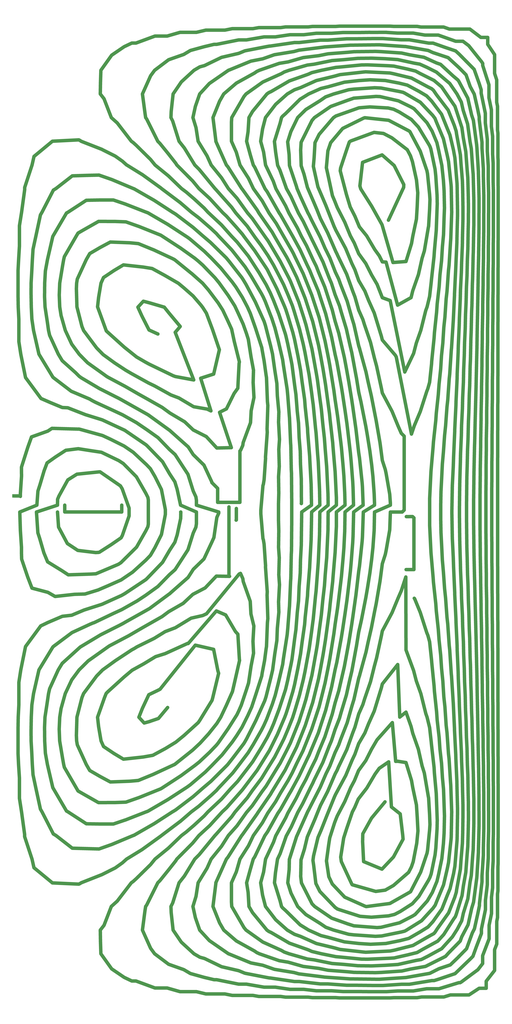
<source format=gbr>
%TF.GenerationSoftware,KiCad,Pcbnew,7.0.1-3b83917a11~172~ubuntu22.04.1*%
%TF.CreationDate,2023-12-10T13:46:59-05:00*%
%TF.ProjectId,coil_template_first,636f696c-5f74-4656-9d70-6c6174655f66,rev?*%
%TF.SameCoordinates,Original*%
%TF.FileFunction,Copper,L1,Top*%
%TF.FilePolarity,Positive*%
%FSLAX46Y46*%
G04 Gerber Fmt 4.6, Leading zero omitted, Abs format (unit mm)*
G04 Created by KiCad (PCBNEW 7.0.1-3b83917a11~172~ubuntu22.04.1) date 2023-12-10 13:46:59*
%MOMM*%
%LPD*%
G01*
G04 APERTURE LIST*
%TA.AperFunction,SMDPad,CuDef*%
%ADD10R,5.000000X5.000000*%
%TD*%
%TA.AperFunction,ViaPad*%
%ADD11C,4.000000*%
%TD*%
%TA.AperFunction,Conductor*%
%ADD12C,5.000000*%
%TD*%
G04 APERTURE END LIST*
D10*
%TO.P,J2,1,Pin_1*%
%TO.N,Net-(J1-Pin_1)*%
X3250000Y-726625756D03*
%TD*%
D11*
%TO.N,Net-(J1-Pin_1)*%
X77060019Y-740009345D03*
X572828103Y-833593289D03*
X66544191Y-749990292D03*
X226433830Y-1033792471D03*
X245611377Y-750003042D03*
X325926513Y-761808759D03*
X585244263Y-875953844D03*
X542214747Y-1170773139D03*
X547352031Y-326006150D03*
X315527250Y-742572974D03*
X420798021Y-737522510D03*
X573157329Y-756683010D03*
X326252980Y-744832458D03*
X212098061Y-491443490D03*
X420798021Y-737522510D03*
X159785826Y-739996581D03*
%TD*%
D12*
%TO.N,Net-(J1-Pin_1)*%
X671180000Y-333257200D02*
X671040000Y-338490000D01*
X194550000Y-870881600D02*
X212300000Y-858140000D01*
X697380000Y-821639300D02*
X697610000Y-836000000D01*
X613900000Y-1128693700D02*
X616640000Y-1158620000D01*
X338740000Y-80371100D02*
X369610000Y-74340000D01*
X682260000Y-1361886600D02*
X674980000Y-1381050000D01*
X400960000Y-581191700D02*
X403220000Y-610650000D01*
X560610000Y-93096100D02*
X585130000Y-98390000D01*
X668380000Y-449985700D02*
X667980000Y-458580000D01*
X458820000Y-344334900D02*
X448410000Y-323920000D01*
X101990000Y-1019486600D02*
X104380000Y-1013610000D01*
X363850000Y-983370600D02*
X363130000Y-988260000D01*
X486870000Y-878159900D02*
X489110000Y-859790000D01*
X222000000Y-406246600D02*
X242070000Y-417880000D01*
X676470000Y-163746100D02*
X679020000Y-176130000D01*
X677420000Y-413712900D02*
X677420000Y-415730000D01*
X649760000Y-104960500D02*
X659880000Y-115200000D01*
X112960000Y-585872100D02*
X86540000Y-574630000D01*
X268260000Y-740000000D02*
X268250000Y-732940000D01*
X109600000Y-261237000D02*
X126810000Y-260790000D01*
X654590000Y-599838500D02*
X653390000Y-624740000D01*
X235880000Y-1183930900D02*
X233520000Y-1185300000D01*
X229280000Y-631319300D02*
X198470000Y-609020000D01*
X645010000Y-392880600D02*
X644920000Y-397070000D01*
X63540000Y-670069600D02*
X78550000Y-660370000D01*
X515750000Y-1150734100D02*
X527800000Y-1130450000D01*
X349330000Y-323600900D02*
X342630000Y-315840000D01*
X601390000Y-457380000D02*
X594190000Y-486260000D01*
X605080000Y-336927000D02*
X599360000Y-370900000D01*
X230890000Y-867240200D02*
X256160000Y-844970000D01*
X455770000Y-564533600D02*
X452270000Y-543030000D01*
X402910000Y-231156200D02*
X400810000Y-212580000D01*
X469800000Y-1324072600D02*
X447650000Y-1300900000D01*
X477170000Y-254588500D02*
X477640000Y-250540000D01*
X537850000Y-332818300D02*
X522790000Y-305920000D01*
X464760000Y-1445078700D02*
X442460000Y-1445080000D01*
X572650000Y-386253400D02*
X553810000Y-387690000D01*
X81650000Y-314700100D02*
X108380000Y-297380000D01*
X641320000Y-684257900D02*
X640050000Y-709820000D01*
X327200000Y-1205579000D02*
X340890000Y-1186270000D01*
X470480000Y-44974800D02*
X475970000Y-44590000D01*
X244700000Y-1199287700D02*
X217560000Y-1219640000D01*
X55090000Y-1006508100D02*
X67580000Y-979270000D01*
X486860000Y-621834300D02*
X484260000Y-603540000D01*
X246340000Y-125524400D02*
X264740000Y-108680000D01*
X522410000Y-581636100D02*
X517560000Y-560580000D01*
X607480000Y-1203894900D02*
X606990000Y-1211640000D01*
X635220000Y-1108505200D02*
X637310000Y-1142140000D01*
X37970000Y-780181300D02*
X35950000Y-750000000D01*
X522590000Y-1194401800D02*
X522590000Y-1194400000D01*
X328440000Y-570292800D02*
X322980000Y-577850000D01*
X486270000Y-957389400D02*
X489650000Y-938990000D01*
X471770000Y-1193890300D02*
X472870000Y-1191170000D01*
X347340000Y-95339700D02*
X364600000Y-91970000D01*
X706380000Y-1102920800D02*
X706460000Y-1107030000D01*
X164670000Y-302707400D02*
X195480000Y-314700000D01*
X483650000Y-722231500D02*
X482480000Y-698210000D01*
X692130000Y-1233596900D02*
X692130000Y-1252510000D01*
X609200000Y-1275343700D02*
X607490000Y-1280470000D01*
X226433830Y-1033792471D02*
X213170000Y-1049700000D01*
X175700000Y-837243200D02*
X158950000Y-848530000D01*
X407920000Y-1048913200D02*
X410650000Y-1040420000D01*
X472150000Y-531612700D02*
X469640000Y-520780000D01*
X430630000Y-45667400D02*
X436750000Y-44970000D01*
X497020000Y-1022118800D02*
X503970000Y-991260000D01*
X247020000Y-818696000D02*
X256050000Y-804820000D01*
X30940000Y-1131428900D02*
X29990000Y-1116620000D01*
X504230000Y-1376437400D02*
X483230000Y-1374100000D01*
X514330000Y-874283100D02*
X516580000Y-861090000D01*
X362220000Y-362799600D02*
X353880000Y-351760000D01*
X265850000Y-246025100D02*
X250790000Y-221440000D01*
X319200000Y-349372200D02*
X304660000Y-333130000D01*
X312010000Y-320509700D02*
X306300000Y-315150000D01*
X589780000Y-286504100D02*
X588920000Y-306770000D01*
X346550000Y-231314200D02*
X341160000Y-211690000D01*
X437730000Y-357592800D02*
X437110000Y-356440000D01*
X73960000Y-391955700D02*
X75520000Y-383380000D01*
X607490000Y-296675700D02*
X606990000Y-310600000D01*
X437540000Y-1255820900D02*
X438420000Y-1249350000D01*
X429890000Y-1185017600D02*
X431640000Y-1181920000D01*
X655860000Y-206598100D02*
X659550000Y-226750000D01*
X28420000Y-452050200D02*
X28080000Y-432270000D01*
X692300000Y-384834000D02*
X691900000Y-405400000D01*
X159742197Y-749954297D02*
X159768437Y-749980537D01*
X363770000Y-514971100D02*
X366620000Y-530530000D01*
X699380000Y-388900300D02*
X699140000Y-401240000D01*
X376710000Y-139550600D02*
X403260000Y-124030000D01*
X352720000Y-112653100D02*
X355960000Y-110350000D01*
X431950000Y-550852500D02*
X425980000Y-518690000D01*
X107040000Y-608588200D02*
X81440000Y-598610000D01*
X472810000Y-307912800D02*
X468920000Y-298020000D01*
X689360000Y-856476700D02*
X689820000Y-879920000D01*
X610920000Y-1302370900D02*
X603660000Y-1314630000D01*
X402740000Y-1391325000D02*
X395840000Y-1388900000D01*
X252260000Y-1150962300D02*
X226550000Y-1167690000D01*
X59250000Y-1288460200D02*
X59080000Y-1288460000D01*
X381460000Y-86068200D02*
X410100000Y-81420000D01*
X208110000Y-801602000D02*
X201480000Y-812930000D01*
X464760000Y-54923600D02*
X481240000Y-53770000D01*
X344120000Y-1120285100D02*
X349980000Y-1112540000D01*
X637710000Y-353477300D02*
X637310000Y-357860000D01*
X616850000Y-111297600D02*
X636260000Y-127750000D01*
X106440000Y-869055500D02*
X91360000Y-869490000D01*
X369490000Y-551133700D02*
X370050000Y-554750000D01*
X469640000Y-472643400D02*
X465530000Y-456530000D01*
X293290000Y-949420200D02*
X299460000Y-980450000D01*
X292330000Y-1322649900D02*
X296460000Y-1289410000D01*
X81470000Y-703348000D02*
X81470000Y-703350000D01*
X611920000Y-69159600D02*
X629200000Y-75310000D01*
X499920000Y-870661200D02*
X500450000Y-866310000D01*
X663110000Y-1210822200D02*
X662450000Y-1235460000D01*
X498500000Y-437588700D02*
X495330000Y-429480000D01*
X643410000Y-1309503400D02*
X634540000Y-1332010000D01*
X593440000Y-895839300D02*
X602810000Y-925100000D01*
X543810000Y-693992100D02*
X542600000Y-688370000D01*
X197720000Y-728681600D02*
X198420000Y-732280000D01*
X560960000Y-1406933500D02*
X542630000Y-1408160000D01*
X330270000Y-534211600D02*
X328440000Y-570290000D01*
X671140000Y-1206206100D02*
X670240000Y-1239940000D01*
X400930000Y-1187324100D02*
X413330000Y-1165400000D01*
X267690000Y-192010200D02*
X263190000Y-177350000D01*
X268320000Y-53567600D02*
X282040000Y-50320000D01*
X137870000Y-487516800D02*
X137530000Y-487170000D01*
X478750000Y-1257554200D02*
X477820000Y-1250990000D01*
X281010000Y-860163800D02*
X297260000Y-843090000D01*
X585840000Y-1334409300D02*
X582160000Y-1336700000D01*
X170490000Y-744320400D02*
X170500000Y-755690000D01*
X368720000Y-827688300D02*
X368650000Y-830050000D01*
X419430000Y-1366145700D02*
X410670000Y-1363070000D01*
X648100000Y-122770600D02*
X649360000Y-124600000D01*
X696720000Y-165960100D02*
X696720000Y-190150000D01*
X617030000Y-330066000D02*
X616640000Y-341370000D01*
X663310000Y-880958700D02*
X663970000Y-894770000D01*
X620800000Y-422658000D02*
X617960000Y-447870000D01*
X313720000Y-1116632000D02*
X312060000Y-1118360000D01*
X638470000Y-514971000D02*
X636170000Y-549820000D01*
X195690000Y-914709500D02*
X218390000Y-901810000D01*
X692300000Y-365721500D02*
X692300000Y-384830000D01*
X435970000Y-512947900D02*
X435300000Y-510240000D01*
X405380000Y-653925300D02*
X406040000Y-687920000D01*
X343870000Y-265406600D02*
X331540000Y-246030000D01*
X529350000Y-617092800D02*
X527050000Y-605480000D01*
X311770000Y-1253974900D02*
X313980000Y-1251240000D01*
X678140000Y-376701300D02*
X677420000Y-413710000D01*
X538310000Y-922764400D02*
X552460000Y-896180000D01*
X309630000Y-1449678400D02*
X282040000Y-1449680000D01*
X439230000Y-235669300D02*
X440510000Y-213710000D01*
X29590000Y-246025100D02*
X32390000Y-233740000D01*
X59130000Y-211620700D02*
X59210000Y-211620000D01*
X368590000Y-177350100D02*
X383380000Y-158080000D01*
X212098061Y-491443490D02*
X199430000Y-485710000D01*
X672200000Y-653379600D02*
X671500000Y-688440000D01*
X699140000Y-401237700D02*
X699140000Y-428210000D01*
X77086259Y-749954297D02*
X159742197Y-749954297D01*
X361880000Y-752728000D02*
X364930000Y-788470000D01*
X10400000Y-486387800D02*
X10400000Y-470160000D01*
X445350000Y-400952600D02*
X442340000Y-393190000D01*
X526760000Y-973577400D02*
X529900000Y-962110000D01*
X705570000Y-195235400D02*
X706150000Y-199990000D01*
X9190000Y-1063944000D02*
X9460000Y-1047950000D01*
X240290000Y-716885100D02*
X236930000Y-706160000D01*
X495340000Y-1070516700D02*
X498500000Y-1062410000D01*
X670900000Y-733015400D02*
X670900000Y-766980000D01*
X164140000Y-631281000D02*
X134330000Y-617510000D01*
X671220000Y-298941000D02*
X671180000Y-333260000D01*
X649970000Y-1021147800D02*
X650180000Y-1031200000D01*
X375180000Y-73532000D02*
X410720000Y-68340000D01*
X341180000Y-1079224600D02*
X338630000Y-1083670000D01*
X454840000Y-1076458200D02*
X463660000Y-1049150000D01*
X458100000Y-697460300D02*
X457470000Y-683850000D01*
X594210000Y-1013727300D02*
X601430000Y-1042640000D01*
X610140000Y-1430277600D02*
X577690000Y-1435660000D01*
X378510000Y-1029068800D02*
X370300000Y-1050780000D01*
X325480000Y-423218800D02*
X335050000Y-438430000D01*
X375190000Y-1426469700D02*
X374260000Y-1426470000D01*
X677830000Y-258191900D02*
X678710000Y-294640000D01*
X493080000Y-822633100D02*
X495290000Y-794430000D01*
X530560000Y-419172400D02*
X522670000Y-405740000D01*
X196910000Y-1184761500D02*
X195380000Y-1185300000D01*
X250790000Y-1278563600D02*
X265860000Y-1253970000D01*
X189280000Y-1240148700D02*
X166780000Y-1253970000D01*
X424120000Y-57001500D02*
X442460000Y-54920000D01*
X371970000Y-595290500D02*
X370860000Y-629240000D01*
X29510000Y-1253974900D02*
X18800000Y-1221240000D01*
X505180000Y-671805900D02*
X505020000Y-670510000D01*
X437460000Y-590980800D02*
X435300000Y-574820000D01*
X413840000Y-1220922300D02*
X414060000Y-1220530000D01*
X684080000Y-459002700D02*
X683530000Y-489090000D01*
X503970000Y-374909400D02*
X497560000Y-359460000D01*
X638790000Y-511876600D02*
X638470000Y-514970000D01*
X319590000Y-369464500D02*
X327420000Y-379230000D01*
X469670000Y-690812900D02*
X469640000Y-690420000D01*
X370670000Y-1356987400D02*
X349810000Y-1331690000D01*
X368720000Y-246256200D02*
X365830000Y-227180000D01*
X442440000Y-123566800D02*
X468390000Y-117290000D01*
X371270000Y-398172300D02*
X370590000Y-397010000D01*
X641250000Y-473933600D02*
X638790000Y-511880000D01*
X678710000Y-298136700D02*
X678670000Y-334110000D01*
X173760000Y-211687700D02*
X153340000Y-185080000D01*
X195620000Y-681080700D02*
X201430000Y-687110000D01*
X350830000Y-1253974900D02*
X353020000Y-1250530000D01*
X625610000Y-1135416300D02*
X627180000Y-1152570000D01*
X365470000Y-709892700D02*
X364910000Y-711540000D01*
X340990000Y-490949600D02*
X343650000Y-499200000D01*
X165580000Y-544096900D02*
X149530000Y-533500000D01*
X638800000Y-988118500D02*
X641260000Y-1026070000D01*
X436150000Y-513819100D02*
X435970000Y-512950000D01*
X674250000Y-573311200D02*
X673360000Y-610620000D01*
X69690000Y-1082287200D02*
X69020000Y-1065140000D01*
X638350000Y-1221621700D02*
X638120000Y-1225180000D01*
X295610000Y-1219247900D02*
X296820000Y-1217930000D01*
X550000000Y-736989600D02*
X549030000Y-724120000D01*
X692590000Y-1173891300D02*
X692610000Y-1193870000D01*
X419370000Y-291773800D02*
X414340000Y-280140000D01*
X452210000Y-387147500D02*
X438520000Y-359290000D01*
X698460000Y-204403800D02*
X698460000Y-230600000D01*
X645310000Y-910065500D02*
X646900000Y-944020000D01*
X149530000Y-533500500D02*
X132840000Y-521370000D01*
X128230000Y-1133862700D02*
X113380000Y-1125240000D01*
X627490000Y-1363393700D02*
X618820000Y-1373020000D01*
X644260000Y-1337599100D02*
X641860000Y-1340970000D01*
X680230000Y-772344700D02*
X680550000Y-806360000D01*
X655420000Y-308015800D02*
X655400000Y-324200000D01*
X440530000Y-1195687900D02*
X443980000Y-1186960000D01*
X414340000Y-280139700D02*
X413730000Y-277720000D01*
X400070000Y-1094746400D02*
X404850000Y-1085130000D01*
X704380000Y-122513200D02*
X704380000Y-155060000D01*
X640050000Y-709823900D02*
X639980000Y-711330000D01*
X570920000Y-546697100D02*
X549710000Y-443040000D01*
X646660000Y-1147511400D02*
X647510000Y-1180330000D01*
X200290000Y-890048500D02*
X228830000Y-868980000D01*
X387140000Y-501551100D02*
X393520000Y-528780000D01*
X400300000Y-143012600D02*
X410680000Y-136950000D01*
X549030000Y-724122700D02*
X543810000Y-693990000D01*
X641740000Y-670872300D02*
X641730000Y-671340000D01*
X659080000Y-463692100D02*
X658650000Y-483840000D01*
X354140000Y-483142000D02*
X363190000Y-511220000D01*
X171710000Y-359127000D02*
X183940000Y-360250000D01*
X406370000Y-806058800D02*
X406050000Y-812090000D01*
X627030000Y-208145600D02*
X632640000Y-232260000D01*
X31720000Y-486387800D02*
X29310000Y-469690000D01*
X237740000Y-918002300D02*
X260560000Y-904070000D01*
X347570000Y-524276400D02*
X351170000Y-543900000D01*
X290000000Y-1161124100D02*
X271520000Y-1177300000D01*
X42160000Y-915324400D02*
X51190000Y-911000000D01*
X410640000Y-459726300D02*
X407610000Y-450350000D01*
X229350000Y-868679900D02*
X230890000Y-867240000D01*
X623000000Y-957746300D02*
X624270000Y-976870000D01*
X301350000Y-515342200D02*
X293360000Y-549670000D01*
X657370000Y-977448600D02*
X657770000Y-996110000D01*
X18800000Y-1219637300D02*
X18800000Y-1218030000D01*
X627990000Y-323768300D02*
X627170000Y-347430000D01*
X431640000Y-1181924500D02*
X434650000Y-1175760000D01*
X520570000Y-1446428200D02*
X504870000Y-1446230000D01*
X424130000Y-1443000700D02*
X404210000Y-1443000000D01*
X680230000Y-767099800D02*
X680230000Y-772340000D01*
X435530000Y-326106400D02*
X431940000Y-318660000D01*
X273230000Y-103663500D02*
X280080000Y-101760000D01*
X231280000Y-1322649900D02*
X233790000Y-1317640000D01*
X14240000Y-691254400D02*
X14160000Y-684820000D01*
X524640000Y-698685200D02*
X522860000Y-681960000D01*
X667330000Y-1011172300D02*
X667980000Y-1041420000D01*
X706150000Y-199986500D02*
X706150000Y-235010000D01*
X389860000Y-1245954800D02*
X398640000Y-1220570000D01*
X546250000Y-163306400D02*
X554690000Y-165230000D01*
X653110000Y-1098233000D02*
X653420000Y-1111940000D01*
X706520000Y-318110800D02*
X706520000Y-353560000D01*
X623490000Y-779201700D02*
X624490000Y-799110000D01*
X463300000Y-213741400D02*
X480730000Y-193050000D01*
X212130000Y-1288312300D02*
X215200000Y-1285280000D01*
X584197277Y-833584725D02*
X584197277Y-758580365D01*
X505290000Y-512575400D02*
X503970000Y-508720000D01*
X500450000Y-866310300D02*
X503970000Y-836080000D01*
X706300000Y-1063429000D02*
X706380000Y-1067630000D01*
X435630000Y-434635800D02*
X435530000Y-434310000D01*
X663290000Y-1171272300D02*
X663320000Y-1196520000D01*
X227970000Y-460523900D02*
X244740000Y-480580000D01*
X52120000Y-822286700D02*
X46700000Y-809180000D01*
X218000000Y-349037700D02*
X245440000Y-366860000D01*
X383760000Y-280578800D02*
X379880000Y-269620000D01*
X705750000Y-787001500D02*
X705790000Y-791860000D01*
X93990000Y-1074241600D02*
X94720000Y-1047950000D01*
X417090000Y-79425000D02*
X453260000Y-74940000D01*
X495350000Y-597174200D02*
X493730000Y-586340000D01*
X204920000Y-1103224500D02*
X190920000Y-1105660000D01*
X572828103Y-833593289D02*
X584188713Y-833593289D01*
X706430000Y-1260724900D02*
X706150000Y-1264990000D01*
X487260000Y-1055957500D02*
X494110000Y-1031780000D01*
X69750000Y-452050200D02*
X69030000Y-434890000D01*
X101140000Y-555166500D02*
X98100000Y-553000000D01*
X688730000Y-777230300D02*
X688960000Y-801530000D01*
X475970000Y-44591000D02*
X510140000Y-44590000D01*
X509620000Y-242360600D02*
X537920000Y-231540000D01*
X420798021Y-737522510D02*
X420620000Y-737631330D01*
X12580000Y-776717500D02*
X11720000Y-750000000D01*
X371410000Y-910524100D02*
X370070000Y-945240000D01*
X681100000Y-648265500D02*
X681100000Y-654510000D01*
X103170000Y-341101700D02*
X126010000Y-328070000D01*
X94000000Y-1150962300D02*
X76490000Y-1120800000D01*
X144710000Y-177350100D02*
X134070000Y-149950000D01*
X199450000Y-535242500D02*
X194010000Y-532230000D01*
X614920000Y-252388600D02*
X615960000Y-262100000D01*
X670210000Y-378412200D02*
X669470000Y-411160000D01*
X134330000Y-617514600D02*
X131410000Y-616160000D01*
X628690000Y-861075500D02*
X630150000Y-874750000D01*
X661810000Y-383235000D02*
X661280000Y-406460000D01*
X403260000Y-1375981500D02*
X376720000Y-1360460000D01*
X365830000Y-227175300D02*
X361570000Y-211690000D01*
X419530000Y-543720600D02*
X415950000Y-524450000D01*
X435840000Y-112069100D02*
X449870000Y-108680000D01*
X359680000Y-108675000D02*
X388630000Y-98550000D01*
X499910000Y-629333200D02*
X495350000Y-597170000D01*
X20050000Y-945499100D02*
X20390000Y-944940000D01*
X319590000Y-1322649900D02*
X319210000Y-1316290000D01*
X56170000Y-591115600D02*
X42530000Y-585200000D01*
X347620000Y-973877300D02*
X344000000Y-998360000D01*
X633280000Y-587602600D02*
X632210000Y-597460000D01*
X415410000Y-1186170900D02*
X422490000Y-1173660000D01*
X555540000Y-1386158400D02*
X549600000Y-1387370000D01*
X417620000Y-1431668100D02*
X410720000Y-1431670000D01*
X542690000Y-123476100D02*
X562330000Y-127190000D01*
X527050000Y-605476600D02*
X522410000Y-581640000D01*
X471540000Y-770813400D02*
X471600000Y-750000000D01*
X145160000Y-86714000D02*
X163400000Y-74340000D01*
X706300000Y-1028237600D02*
X706300000Y-1063430000D01*
X591400000Y-1308126700D02*
X581930000Y-1318710000D01*
X593320000Y-1359540900D02*
X576730000Y-1369070000D01*
X427180000Y-1334337700D02*
X415340000Y-1322650000D01*
X632640000Y-232263100D02*
X634500000Y-241140000D01*
X79580000Y-1184105300D02*
X60170000Y-1150960000D01*
X113370000Y-374727200D02*
X128280000Y-366060000D01*
X499590000Y-62953900D02*
X525780000Y-62630000D01*
X87610000Y-925000400D02*
X114020000Y-912840000D01*
X498520000Y-320458900D02*
X491610000Y-307000000D01*
X538310000Y-999670800D02*
X560630000Y-971390000D01*
X549090000Y-112563800D02*
X554190000Y-113530000D01*
X645200000Y-594447500D02*
X643470000Y-630440000D01*
X617640000Y-1286160600D02*
X610920000Y-1302370000D01*
X581930000Y-1318705600D02*
X564480000Y-1329930000D01*
X259300000Y-1146045600D02*
X255270000Y-1149010000D01*
X266660000Y-943264500D02*
X293290000Y-949420000D01*
X466480000Y-653199600D02*
X466210000Y-649420000D01*
X265930000Y-381539000D02*
X270580000Y-385310000D01*
X177360000Y-280601600D02*
X177720000Y-280740000D01*
X598850000Y-89789200D02*
X617180000Y-98110000D01*
X148640000Y-399278600D02*
X148640000Y-399280000D01*
X279240000Y-818141400D02*
X290680000Y-793620000D01*
X659550000Y-226753200D02*
X661100000Y-248580000D01*
X572390000Y-844327700D02*
X572630000Y-950250000D01*
X529900000Y-537886800D02*
X526770000Y-526430000D01*
X130720000Y-884151400D02*
X131570000Y-883740000D01*
X314780000Y-1391325000D02*
X287080000Y-1372230000D01*
X216340000Y-1220689700D02*
X189280000Y-1240150000D01*
X449030000Y-1364957500D02*
X431240000Y-1356990000D01*
X297260000Y-893593000D02*
X310790000Y-899430000D01*
X229270000Y-694398300D02*
X219060000Y-676980000D01*
X467600000Y-571328600D02*
X462080000Y-537390000D01*
X191910000Y-970324900D02*
X208910000Y-959950000D01*
X434400000Y-1123243700D02*
X441840000Y-1108250000D01*
X320430000Y-1083729100D02*
X305500000Y-1102620000D01*
X572650000Y-950208200D02*
X583770000Y-980280000D01*
X470780000Y-372080900D02*
X458820000Y-344330000D01*
X42530000Y-585195500D02*
X20330000Y-555060000D01*
X464710000Y-1339656900D02*
X440140000Y-1322900000D01*
X582470000Y-1071198000D02*
X590680000Y-1094640000D01*
X606990000Y-1189207200D02*
X607490000Y-1203320000D01*
X217220000Y-1151440800D02*
X216390000Y-1151920000D01*
X698460000Y-1269404800D02*
X698460000Y-1295600000D01*
X351650000Y-915417400D02*
X350380000Y-937690000D01*
X681900000Y-141991400D02*
X687870000Y-171040000D01*
X577520000Y-64360400D02*
X605810000Y-69160000D01*
X295610000Y-280753500D02*
X295180000Y-280360000D01*
X427450000Y-1021604000D02*
X435300000Y-989780000D01*
X478700000Y-567296800D02*
X472750000Y-534840000D01*
X227870000Y-1406634500D02*
X207570000Y-1391320000D01*
X514030000Y-110889100D02*
X549090000Y-112560000D01*
X221670000Y-452537000D02*
X227970000Y-460520000D01*
X48370000Y-452050200D02*
X47770000Y-437550000D01*
X670820000Y-1316389500D02*
X668140000Y-1325020000D01*
X624270000Y-976868900D02*
X626150000Y-995380000D01*
X417610000Y-68335600D02*
X448170000Y-64870000D01*
X190780000Y-917468700D02*
X195690000Y-914710000D01*
X30020000Y-383375200D02*
X30970000Y-368610000D01*
X495290000Y-794430100D02*
X495760000Y-784730000D01*
X489540000Y-1363104000D02*
X467630000Y-1356990000D01*
X505200000Y-828186700D02*
X509010000Y-792340000D01*
X176540000Y-1219637300D02*
X145520000Y-1232640000D01*
X470220000Y-1160330300D02*
X485180000Y-1132440000D01*
X653590000Y-1343412200D02*
X647080000Y-1355790000D01*
X447500000Y-740000000D02*
X447140000Y-717360000D01*
X611900000Y-1325326100D02*
X595270000Y-1343440000D01*
X567930000Y-1219084600D02*
X568430000Y-1224950000D01*
X459050000Y-64872500D02*
X486520000Y-62950000D01*
X384790000Y-1122875600D02*
X389590000Y-1115130000D01*
X229270000Y-659310400D02*
X212480000Y-641990000D01*
X684080000Y-1040995900D02*
X684080000Y-1050670000D01*
X533820000Y-1122143100D02*
X533820000Y-1122140000D01*
X245410000Y-759268300D02*
X245611377Y-750003042D01*
X503340000Y-1166813900D02*
X515750000Y-1150730000D01*
X237440000Y-489105600D02*
X264400000Y-558260000D01*
X689820000Y-879922600D02*
X689820000Y-896190000D01*
X682400000Y-931367400D02*
X682990000Y-962740000D01*
X491820000Y-348753100D02*
X483720000Y-329180000D01*
X301660000Y-514446300D02*
X301350000Y-515340000D01*
X407120000Y-963405100D02*
X411060000Y-933300000D01*
X701340000Y-1385469100D02*
X701340000Y-1415550000D01*
X137430000Y-487044100D02*
X136960000Y-485870000D01*
X627160000Y-1291488600D02*
X617050000Y-1315900000D01*
X483060000Y-974655300D02*
X486270000Y-957390000D01*
X706460000Y-392966700D02*
X706380000Y-397080000D01*
X287580000Y-1205272500D02*
X305820000Y-1185300000D01*
X613430000Y-1121024400D02*
X613900000Y-1128690000D01*
X137480000Y-552792600D02*
X134320000Y-550490000D01*
X530560000Y-1080825800D02*
X530560000Y-1080830000D01*
X641730000Y-671344400D02*
X641320000Y-684260000D01*
X685220000Y-1119231400D02*
X685220000Y-1130210000D01*
X625520000Y-819813000D02*
X627040000Y-837090000D01*
X641730000Y-828656800D02*
X641740000Y-829130000D01*
X560610000Y-1445397600D02*
X544430000Y-1446430000D01*
X660440000Y-423463000D02*
X659950000Y-445140000D01*
X380450000Y-1057186800D02*
X388460000Y-1036020000D01*
X472870000Y-1191170100D02*
X483740000Y-1170360000D01*
X130290000Y-663256500D02*
X155530000Y-675330000D01*
X94300000Y-1082287200D02*
X93990000Y-1074240000D01*
X469640000Y-809674700D02*
X469680000Y-809190000D01*
X625600000Y-364586600D02*
X624320000Y-385230000D01*
X150080000Y-328103700D02*
X165830000Y-328710000D01*
X644110000Y-161872400D02*
X653880000Y-191870000D01*
X607010000Y-730292000D02*
X607010000Y-769710000D01*
X10010000Y-383375200D02*
X11270000Y-363750000D01*
X536470000Y-81586300D02*
X566230000Y-83610000D01*
X315390000Y-1391619900D02*
X314780000Y-1391320000D01*
X390590000Y-46706800D02*
X397700000Y-45670000D01*
X233550000Y-314700100D02*
X235890000Y-316060000D01*
X417450000Y-858079900D02*
X419090000Y-838200000D01*
X539230000Y-1437380600D02*
X525770000Y-1437380000D01*
X282040000Y-1449678400D02*
X268320000Y-1446430000D01*
X387540000Y-619652200D02*
X388910000Y-644470000D01*
X476910000Y-114899200D02*
X511400000Y-111070000D01*
X503970000Y-1043085700D02*
X510030000Y-1029590000D01*
X235520000Y-383057700D02*
X236960000Y-383900000D01*
X705870000Y-634038100D02*
X705870000Y-668740000D01*
X255520000Y-940750600D02*
X256360000Y-940930000D01*
X534970000Y-146882600D02*
X561550000Y-152940000D01*
X338130000Y-285794800D02*
X334810000Y-281180000D01*
X414200000Y-1114494200D02*
X422950000Y-1096900000D01*
X675180000Y-966668600D02*
X675210000Y-967210000D01*
X347760000Y-603056000D02*
X346820000Y-620290000D01*
X647040000Y-549496600D02*
X646890000Y-555980000D01*
X563260000Y-139483100D02*
X568400000Y-140660000D01*
X410760000Y-499239600D02*
X408330000Y-489380000D01*
X672200000Y-846619800D02*
X672370000Y-850500000D01*
X699140000Y-428206800D02*
X698890000Y-440820000D01*
X129500000Y-1391325000D02*
X128890000Y-1372950000D01*
X572100000Y-1425928200D02*
X571790000Y-1425930000D01*
X366560000Y-1439881600D02*
X340890000Y-1435440000D01*
X621960000Y-406122000D02*
X620800000Y-422660000D01*
X617520000Y-213704900D02*
X620190000Y-225150000D01*
X536150000Y-492369900D02*
X526510000Y-460950000D01*
X699280000Y-243380600D02*
X699280000Y-270510000D01*
X495010000Y-1291296700D02*
X494560000Y-1291090000D01*
X329670000Y-1415907000D02*
X304740000Y-1410160000D01*
X405390000Y-846068700D02*
X404990000Y-850920000D01*
X314690000Y-280362700D02*
X304780000Y-264790000D01*
X102000000Y-480485000D02*
X94730000Y-452050000D01*
X580430000Y-180026100D02*
X590660000Y-191140000D01*
X166830000Y-246025100D02*
X189290000Y-259830000D01*
X412850000Y-920673400D02*
X414740000Y-895970000D01*
X542080000Y-91834400D02*
X560610000Y-93100000D01*
X478510000Y-1040738900D02*
X486030000Y-1015800000D01*
X620130000Y-1275419200D02*
X617640000Y-1286160000D01*
X162280000Y-1108786000D02*
X148570000Y-1100600000D01*
X388630000Y-98548400D02*
X401460000Y-96460000D01*
X189290000Y-259827000D02*
X216310000Y-279270000D01*
X347340000Y-1404659900D02*
X315780000Y-1391710000D01*
X477640000Y-250540300D02*
X486450000Y-224090000D01*
X217960000Y-1150962300D02*
X217220000Y-1151440000D01*
X571790000Y-1425928200D02*
X534030000Y-1428330000D01*
X39500000Y-520628700D02*
X31720000Y-486390000D01*
X312060000Y-1118364900D02*
X289500000Y-1140840000D01*
X614010000Y-1010425300D02*
X617140000Y-1040000000D01*
X126220000Y-1061688700D02*
X124730000Y-1047950000D01*
X320190000Y-415870100D02*
X325480000Y-423220000D01*
X296460000Y-1289405800D02*
X296460000Y-1288310000D01*
X32390000Y-233735200D02*
X59080000Y-211690000D01*
X131410000Y-616160900D02*
X107040000Y-608590000D01*
X381570000Y-211922200D02*
X389830000Y-185390000D01*
X706150000Y-1300013100D02*
X705610000Y-1304540000D01*
X9180000Y-1082287200D02*
X9190000Y-1063940000D01*
X634540000Y-1332012100D02*
X617970000Y-1355290000D01*
X299460000Y-980452000D02*
X300510000Y-984150000D01*
X542620000Y-811640400D02*
X543830000Y-806000000D01*
X324350000Y-1185635000D02*
X342260000Y-1164830000D01*
X445130000Y-428797500D02*
X436600000Y-408500000D01*
X690770000Y-1291177300D02*
X688070000Y-1313800000D01*
X454170000Y-642502400D02*
X451860000Y-622150000D01*
X690770000Y-1273822700D02*
X690770000Y-1291180000D01*
X534870000Y-850589100D02*
X535450000Y-846970000D01*
X671140000Y-293792500D02*
X671220000Y-298940000D01*
X422950000Y-1096897900D02*
X435340000Y-1066120000D01*
X373550000Y-140971800D02*
X373550000Y-140970000D01*
X503970000Y-663999000D02*
X500440000Y-633690000D01*
X197690000Y-315513300D02*
X226560000Y-332300000D01*
X98460000Y-629680000D02*
X131900000Y-638900000D01*
X469640000Y-913709100D02*
X473180000Y-890090000D01*
X129520000Y-108675000D02*
X145160000Y-86710000D01*
X217170000Y-279967600D02*
X217580000Y-280360000D01*
X165310000Y-909722900D02*
X194980000Y-893070000D01*
X174480000Y-1430926100D02*
X163380000Y-1425660000D01*
X304780000Y-264790100D02*
X289580000Y-246030000D01*
X500590000Y-945278200D02*
X503970000Y-924310000D01*
X119990000Y-910548600D02*
X147510000Y-897300000D01*
X486140000Y-288830200D02*
X477170000Y-254590000D01*
X614930000Y-1247619800D02*
X609200000Y-1275340000D01*
X509620000Y-242364500D02*
X509620000Y-242360000D01*
X617180000Y-98110600D02*
X622900000Y-100020000D01*
X469640000Y-979233200D02*
X472150000Y-968390000D01*
X685220000Y-369787800D02*
X685220000Y-380770000D01*
X129700000Y-417712800D02*
X133360000Y-409540000D01*
X565780000Y-635611700D02*
X561160000Y-625070000D01*
X476640000Y-497631200D02*
X475030000Y-490510000D01*
X380300000Y-442797600D02*
X375470000Y-431610000D01*
X627040000Y-662908700D02*
X625530000Y-680180000D01*
X398640000Y-1220571100D02*
X406070000Y-1207140000D01*
X126030000Y-1171892300D02*
X103140000Y-1158850000D01*
X323160000Y-501892200D02*
X330660000Y-532070000D01*
X499600000Y-1437051300D02*
X486510000Y-1437050000D01*
X656040000Y-938770800D02*
X656420000Y-955890000D01*
X697890000Y-624713100D02*
X697610000Y-638780000D01*
X669470000Y-1088834500D02*
X670210000Y-1121590000D01*
X60890000Y-555072400D02*
X59750000Y-554050000D01*
X11270000Y-349037700D02*
X11270000Y-334320000D01*
X609060000Y-689645200D02*
X608940000Y-691960000D01*
X692610000Y-1213347900D02*
X692130000Y-1233600000D01*
X297770000Y-1429036700D02*
X293900000Y-1429040000D01*
X371290000Y-1076994900D02*
X376500000Y-1066500000D01*
X158900000Y-586780700D02*
X155900000Y-585180000D01*
X410100000Y-81416800D02*
X417090000Y-79430000D01*
X28770000Y-640941100D02*
X52440000Y-632510000D01*
X201480000Y-812925300D02*
X194740000Y-819910000D01*
X492440000Y-1149869600D02*
X497700000Y-1140060000D01*
X665800000Y-961280900D02*
X666290000Y-972330000D01*
X435300000Y-925241900D02*
X437470000Y-909020000D01*
X18800000Y-1221243800D02*
X18800000Y-1219640000D01*
X432840000Y-672521300D02*
X432790000Y-669670000D01*
X442470000Y-951339600D02*
X443940000Y-942260000D01*
X436150000Y-986177800D02*
X442470000Y-951340000D01*
X447610000Y-914849000D02*
X449700000Y-899510000D01*
X426240000Y-597425400D02*
X425410000Y-586540000D01*
X397700000Y-45667400D02*
X430630000Y-45670000D01*
X649360000Y-1433384500D02*
X620580000Y-1442170000D01*
X444760000Y-277854900D02*
X444600000Y-277090000D01*
X683530000Y-498130800D02*
X682980000Y-528850000D01*
X675660000Y-988857600D02*
X675970000Y-1006210000D01*
X76490000Y-1120804100D02*
X75520000Y-1116620000D01*
X662510000Y-1132276500D02*
X662920000Y-1156850000D01*
X29450000Y-860483900D02*
X23190000Y-844190000D01*
X674320000Y-571731200D02*
X674250000Y-573310000D01*
X406740000Y-766403100D02*
X406620000Y-772970000D01*
X661580000Y-682744100D02*
X661060000Y-699220000D01*
X480550000Y-578765700D02*
X478700000Y-567300000D01*
X490900000Y-994176200D02*
X493970000Y-980920000D01*
X544420000Y-53580700D02*
X560180000Y-54620000D01*
X362550000Y-1067116700D02*
X350870000Y-1087450000D01*
X647520000Y-312553200D02*
X647510000Y-319660000D01*
X512990000Y-429266200D02*
X503970000Y-413930000D01*
X199590000Y-446141300D02*
X199590000Y-446140000D01*
X503770000Y-1125426500D02*
X514280000Y-1110920000D01*
X71650000Y-1035342600D02*
X77810000Y-1013610000D01*
X374260000Y-73532000D02*
X375180000Y-73530000D01*
X670960000Y-727576100D02*
X670900000Y-733020000D01*
X584228765Y-758548877D02*
X582270213Y-756590325D01*
X652510000Y-1256350800D02*
X651640000Y-1268700000D01*
X465650000Y-1290098900D02*
X460580000Y-1279430000D01*
X369480000Y-1017927800D02*
X368140000Y-1022090000D01*
X543830000Y-805995400D02*
X549040000Y-775880000D01*
X155530000Y-675331000D02*
X162140000Y-679670000D01*
X649800000Y-85118900D02*
X671640000Y-107230000D01*
X440510000Y-213710500D02*
X446490000Y-201690000D01*
X370680000Y-143012600D02*
X373550000Y-140970000D01*
X391270000Y-366254400D02*
X382590000Y-351190000D01*
X364750000Y-1374344700D02*
X340360000Y-1356990000D01*
X547690000Y-102082600D02*
X554980000Y-102580000D01*
X435770000Y-1065087400D02*
X435950000Y-1064540000D01*
X675660000Y-221595400D02*
X677830000Y-255700000D01*
X705960000Y-905459800D02*
X706060000Y-910040000D01*
X698420000Y-519983600D02*
X698420000Y-546130000D01*
X46700000Y-809184500D02*
X40520000Y-787940000D01*
X352970000Y-370593700D02*
X337520000Y-350150000D01*
X411060000Y-933300600D02*
X412850000Y-920670000D01*
X290240000Y-1118490300D02*
X281170000Y-1127530000D01*
X629200000Y-1033072300D02*
X631010000Y-1059630000D01*
X11270000Y-334317200D02*
X14350000Y-314700000D01*
X362920000Y-1136605300D02*
X371800000Y-1122060000D01*
X388600000Y-683734500D02*
X387610000Y-698500000D01*
X628530000Y-308762800D02*
X627990000Y-323770000D01*
X706060000Y-944957100D02*
X706140000Y-949440000D01*
X367570000Y-1219953000D02*
X371660000Y-1214170000D01*
X537230000Y-571877300D02*
X529900000Y-537890000D01*
X510660000Y-750000000D02*
X526920000Y-740000000D01*
X706220000Y-511161400D02*
X706140000Y-515550000D01*
X571860000Y-74104500D02*
X576980000Y-74970000D01*
X100910000Y-1288312300D02*
X99260000Y-1289440000D01*
X163250000Y-654198100D02*
X176510000Y-663260000D01*
X75520000Y-383375200D02*
X76490000Y-379200000D01*
X494100000Y-389274700D02*
X484910000Y-367160000D01*
X397480000Y-491547000D02*
X387920000Y-462390000D01*
X613120000Y-1362028200D02*
X608440000Y-1364570000D01*
X273000000Y-143012600D02*
X287070000Y-127760000D01*
X465210000Y-94538900D02*
X482190000Y-93260000D01*
X263610000Y-666603900D02*
X256410000Y-655530000D01*
X610520000Y-196906000D02*
X617520000Y-213700000D01*
X282040000Y-50320600D02*
X309630000Y-50320000D01*
X526920000Y-740000000D02*
X526920000Y-736820000D01*
X701360000Y-85855200D02*
X701360000Y-113120000D01*
X674330000Y-928268000D02*
X675180000Y-966670000D01*
X180940000Y-1282316000D02*
X201730000Y-1261820000D01*
X603210000Y-1245347800D02*
X594030000Y-1272860000D01*
X505020000Y-670513000D02*
X503970000Y-664000000D01*
X293710000Y-787011900D02*
X297950000Y-757890000D01*
X521160000Y-1377566800D02*
X504230000Y-1376440000D01*
X334990000Y-346554700D02*
X325860000Y-335980000D01*
X680550000Y-688026400D02*
X680550000Y-693640000D01*
X508310000Y-100899600D02*
X517310000Y-100780000D01*
X511410000Y-1388936500D02*
X476910000Y-1385100000D01*
X671640000Y-107228500D02*
X679060000Y-128160000D01*
X240340000Y-783089600D02*
X245410000Y-759270000D01*
X643590000Y-160553400D02*
X644110000Y-161870000D01*
X497700000Y-1140061900D02*
X503770000Y-1125430000D01*
X277410000Y-348908100D02*
X288680000Y-358510000D01*
X689820000Y-620077400D02*
X689360000Y-643520000D01*
X670500000Y-181328600D02*
X675320000Y-217310000D01*
X590240000Y-1329624400D02*
X585840000Y-1334410000D01*
X295180000Y-280362700D02*
X272350000Y-252570000D01*
X176410000Y-213578100D02*
X173760000Y-211690000D01*
X596580000Y-1385094100D02*
X588810000Y-1389560000D01*
X237310000Y-666494100D02*
X229270000Y-659310000D01*
X109580000Y-1238738700D02*
X88020000Y-1238080000D01*
X198470000Y-609017200D02*
X195830000Y-607520000D01*
X196050000Y-179397900D02*
X194530000Y-177350000D01*
X398380000Y-495091600D02*
X397480000Y-491550000D01*
X295190000Y-1219637300D02*
X295610000Y-1219250000D01*
X706220000Y-476060900D02*
X706220000Y-511160000D01*
X675380000Y-217660000D02*
X675660000Y-221600000D01*
X272360000Y-1247438700D02*
X295190000Y-1219640000D01*
X486520000Y-62953900D02*
X499590000Y-62950000D01*
X426250000Y-902579900D02*
X429650000Y-871580000D01*
X319190000Y-183677600D02*
X319580000Y-177350000D01*
X293360000Y-549670600D02*
X274470000Y-555810000D01*
X671350000Y-693310600D02*
X670960000Y-727580000D01*
X643470000Y-630435800D02*
X643410000Y-632860000D01*
X671500000Y-688443900D02*
X671350000Y-693310000D01*
X590670000Y-405350800D02*
X582450000Y-428820000D01*
X344000000Y-998356500D02*
X341010000Y-1007660000D01*
X584188713Y-833593289D02*
X584197277Y-833584725D01*
X77060019Y-749928057D02*
X77086259Y-749954297D01*
X699280000Y-1229491500D02*
X699280000Y-1256620000D01*
X688730000Y-722769600D02*
X688730000Y-737790000D01*
X682980000Y-537260600D02*
X682390000Y-568630000D01*
X505920000Y-1337000000D02*
X476420000Y-1327540000D01*
X351230000Y-954995800D02*
X347620000Y-973880000D01*
X364750000Y-125658800D02*
X391630000Y-113570000D01*
X491610000Y-306999700D02*
X486140000Y-288830000D01*
X463590000Y-450695000D02*
X454730000Y-423280000D01*
X688070000Y-1327249100D02*
X682260000Y-1355430000D01*
X469660000Y-1099248900D02*
X474910000Y-1088310000D01*
X277550000Y-391510500D02*
X295190000Y-409870000D01*
X10380000Y-1013612200D02*
X10380000Y-997350000D01*
X461000000Y-409825200D02*
X452210000Y-387150000D01*
X431240000Y-1356987400D02*
X418670000Y-1349150000D01*
X323970000Y-450726300D02*
X328860000Y-461020000D01*
X631010000Y-1059628300D02*
X632260000Y-1070760000D01*
X326240000Y-127272000D02*
X326240000Y-127270000D01*
X690280000Y-935897300D02*
X690700000Y-958310000D01*
X682390000Y-568633100D02*
X682390000Y-576370000D01*
X35150000Y-1150962300D02*
X30940000Y-1131430000D01*
X473200000Y-1326392300D02*
X469800000Y-1324070000D01*
X515380000Y-1455475900D02*
X510140000Y-1455410000D01*
X95270000Y-1088106500D02*
X94300000Y-1082290000D01*
X229850000Y-606304100D02*
X218560000Y-598130000D01*
X126810000Y-260786600D02*
X145540000Y-267320000D01*
X414930000Y-337507300D02*
X402630000Y-315880000D01*
X636260000Y-127751300D02*
X646690000Y-142970000D01*
X469410000Y-337661100D02*
X468340000Y-335550000D01*
X557640000Y-1112074800D02*
X560640000Y-1111900000D01*
X333430000Y-1030517400D02*
X329730000Y-1038840000D01*
X388620000Y-816257700D02*
X387920000Y-841120000D01*
X435300000Y-574821000D02*
X432420000Y-554430000D01*
X126190000Y-438367800D02*
X129700000Y-417710000D01*
X207070000Y-297558500D02*
X233550000Y-314700000D01*
X487260000Y-444045200D02*
X477590000Y-419290000D01*
X29310000Y-469694200D02*
X28420000Y-452050000D01*
X449050000Y-135064400D02*
X459650000Y-132500000D01*
X525780000Y-62634200D02*
X539220000Y-62630000D01*
X653060000Y-861592300D02*
X653390000Y-875260000D01*
X662450000Y-1235464400D02*
X661100000Y-1251420000D01*
X429900000Y-634769100D02*
X429640000Y-628420000D01*
X277550000Y-1150962300D02*
X263470000Y-1163290000D01*
X437470000Y-909023900D02*
X437840000Y-906320000D01*
X305500000Y-1102623200D02*
X290240000Y-1118490000D01*
X430330000Y-1106135100D02*
X432000000Y-1102780000D01*
X329730000Y-1038835100D02*
X327110000Y-1044330000D01*
X388040000Y-895474800D02*
X385790000Y-918790000D01*
X690770000Y-208821000D02*
X690770000Y-226180000D01*
X171680000Y-1140826100D02*
X143230000Y-1141950000D01*
X180520000Y-69081500D02*
X208120000Y-58980000D01*
X243090000Y-211687700D02*
X233790000Y-182360000D01*
X605510000Y-1165013600D02*
X606990000Y-1189210000D01*
X69030000Y-434890900D02*
X69700000Y-417710000D01*
X635680000Y-48824800D02*
X665490000Y-48820000D01*
X448170000Y-1435131300D02*
X417620000Y-1431670000D01*
X706140000Y-515550200D02*
X706140000Y-550560000D01*
X435830000Y-1387943600D02*
X430600000Y-1385600000D01*
X446100000Y-87414700D02*
X459550000Y-84680000D01*
X520240000Y-838229500D02*
X522870000Y-818040000D01*
X659880000Y-115204300D02*
X665890000Y-132170000D01*
X693360000Y-1349921900D02*
X693360000Y-1369580000D01*
X390590000Y-1453293500D02*
X358850000Y-1453290000D01*
X394990000Y-420011300D02*
X388520000Y-407210000D01*
X126010000Y-328069600D02*
X150080000Y-328100000D01*
X522590000Y-1194401800D02*
X542170000Y-1170790000D01*
X648450000Y-517427500D02*
X647040000Y-549500000D01*
X383380000Y-158077900D02*
X400300000Y-143010000D01*
X662920000Y-1156846700D02*
X663290000Y-1171270000D01*
X684010000Y-1394184300D02*
X684010000Y-1405540000D01*
X206870000Y-933454600D02*
X222860000Y-923680000D01*
X38050000Y-719642400D02*
X41080000Y-710370000D01*
X564480000Y-1329925400D02*
X556170000Y-1334220000D01*
X690280000Y-580897000D02*
X689820000Y-603810000D01*
X328470000Y-1119254100D02*
X320950000Y-1129010000D01*
X526260000Y-198863600D02*
X539970000Y-200310000D01*
X150680000Y-965754100D02*
X174500000Y-950080000D01*
X368650000Y-830051400D02*
X371140000Y-865740000D01*
X400960000Y-993941800D02*
X405940000Y-969800000D01*
X568400000Y-140656100D02*
X570680000Y-141770000D01*
X633970000Y-166522700D02*
X642850000Y-188780000D01*
X681750000Y-884558200D02*
X681750000Y-891550000D01*
X677420000Y-1084266800D02*
X677420000Y-1086290000D01*
X627640000Y-1018249000D02*
X629200000Y-1033070000D01*
X331428167Y-735956161D02*
X331431565Y-735959559D01*
X218560000Y-598134100D02*
X197520000Y-586180000D01*
X469020000Y-1200858400D02*
X471770000Y-1193890000D01*
X507340000Y-909708800D02*
X508190000Y-905360000D01*
X698890000Y-1059176200D02*
X699140000Y-1071790000D01*
X684080000Y-1050670700D02*
X684660000Y-1080110000D01*
X263610000Y-780581100D02*
X267550000Y-771990000D01*
X706300000Y-471762200D02*
X706220000Y-476060000D01*
X183940000Y-360250800D02*
X205450000Y-369050000D01*
X463660000Y-1049153200D02*
X465530000Y-1043480000D01*
X662440000Y-264537100D02*
X663100000Y-289180000D01*
X624490000Y-799112500D02*
X625520000Y-819810000D01*
X370240000Y-353376000D02*
X349330000Y-323600000D01*
X665490000Y-48824800D02*
X681350000Y-60870000D01*
X678670000Y-1165893200D02*
X678710000Y-1201860000D01*
X320970000Y-1107467700D02*
X313720000Y-1116630000D01*
X699570000Y-282658300D02*
X699570000Y-310120000D01*
X692300000Y-1134279200D02*
X692590000Y-1154440000D01*
X281170000Y-1127527500D02*
X259300000Y-1146050000D01*
X366620000Y-703157500D02*
X365470000Y-709890000D01*
X493730000Y-586336500D02*
X489640000Y-561010000D01*
X676760000Y-1333774400D02*
X672100000Y-1355130000D01*
X529900000Y-962110400D02*
X537230000Y-928120000D01*
X73530000Y-901431100D02*
X87070000Y-899870000D01*
X659080000Y-1036311000D02*
X659950000Y-1054860000D01*
X335220000Y-1153124200D02*
X356460000Y-1125090000D01*
X655070000Y-284559500D02*
X655420000Y-308020000D01*
X94730000Y-452050200D02*
X93990000Y-425760000D01*
X669860000Y-1395118100D02*
X666160000Y-1398900000D01*
X688960000Y-698473100D02*
X688730000Y-722770000D01*
X28050000Y-1067779800D02*
X28400000Y-1047950000D01*
X493070000Y-677371600D02*
X491890000Y-664170000D01*
X555480000Y-246896000D02*
X569420000Y-274490000D01*
X419700000Y-224523500D02*
X420360000Y-213190000D01*
X334810000Y-281176500D02*
X334080000Y-280360000D01*
X394630000Y-963309400D02*
X393580000Y-971150000D01*
X522930000Y-1409002200D02*
X502780000Y-1408730000D01*
X494500000Y-1109976600D02*
X498420000Y-1101810000D01*
X587090000Y-1401064900D02*
X560960000Y-1406930000D01*
X484260000Y-603543900D02*
X480550000Y-578770000D01*
X270580000Y-385307300D02*
X277550000Y-391510000D01*
X613380000Y-123375100D02*
X624410000Y-132730000D01*
X51410000Y-678732600D02*
X63540000Y-670070000D01*
X368630000Y-669957200D02*
X368700000Y-672300000D01*
X486450000Y-224087100D02*
X490280000Y-213000000D01*
X385790000Y-581216900D02*
X388040000Y-604520000D01*
X620190000Y-225152200D02*
X624710000Y-246770000D01*
X44020000Y-314700100D02*
X60490000Y-282660000D01*
X675310000Y-1282685400D02*
X670820000Y-1316390000D01*
X632260000Y-1070760800D02*
X634380000Y-1101010000D01*
X609360000Y-1083913600D02*
X609560000Y-1086760000D01*
X465530000Y-1043476000D02*
X469640000Y-1027380000D01*
X457880000Y-1190427300D02*
X468950000Y-1163060000D01*
X547550000Y-1112677300D02*
X551520000Y-1178200000D01*
X391640000Y-1386439400D02*
X364750000Y-1374340000D01*
X706380000Y-397079300D02*
X706380000Y-432370000D01*
X675380000Y-1282336900D02*
X675310000Y-1282690000D01*
X271510000Y-322702200D02*
X289750000Y-338650000D01*
X99640000Y-945916800D02*
X99770000Y-945820000D01*
X314510000Y-1064280800D02*
X299910000Y-1085280000D01*
X373550000Y-140971800D02*
X376710000Y-139550000D01*
X507330000Y-590295000D02*
X503970000Y-575720000D01*
X173730000Y-548811400D02*
X165580000Y-544100000D01*
X14310000Y-1185299900D02*
X11230000Y-1165740000D01*
X706220000Y-1023939300D02*
X706300000Y-1028240000D01*
X397580000Y-1008181000D02*
X398420000Y-1004800000D01*
X514570000Y-546694600D02*
X505730000Y-514340000D01*
X384320000Y-331031200D02*
X373840000Y-315990000D01*
X343330000Y-197660600D02*
X344570000Y-177350000D01*
X51590000Y-473199200D02*
X48370000Y-452050000D01*
X646260000Y-1298185200D02*
X645760000Y-1301950000D01*
X420180000Y-1255088000D02*
X425070000Y-1239580000D01*
X661280000Y-406464100D02*
X660440000Y-423460000D01*
X430590000Y-114418200D02*
X435840000Y-112070000D01*
X603310000Y-1047943300D02*
X606990000Y-1062880000D01*
X401730000Y-1064381900D02*
X407920000Y-1048910000D01*
X536850000Y-1005549700D02*
X538310000Y-999670000D01*
X425410000Y-586540700D02*
X421730000Y-560570000D01*
X376030000Y-1159529300D02*
X377350000Y-1157170000D01*
X183710000Y-578435200D02*
X164540000Y-567460000D01*
X28400000Y-1047949800D02*
X29290000Y-1030270000D01*
X508310000Y-1399109200D02*
X476010000Y-1395990000D01*
X646860000Y-1226512700D02*
X643930000Y-1261280000D01*
X429650000Y-871578400D02*
X429910000Y-865240000D01*
X160690000Y-784116300D02*
X158860000Y-787420000D01*
X670240000Y-260060800D02*
X671140000Y-293790000D01*
X609050000Y-810351900D02*
X612150000Y-845650000D01*
X393340000Y-1324571800D02*
X391870000Y-1322650000D01*
X477750000Y-646727900D02*
X473800000Y-614340000D01*
X18860000Y-281870700D02*
X18860000Y-280360000D01*
X342400000Y-452247500D02*
X346530000Y-461440000D01*
X469680000Y-809191600D02*
X469680000Y-809140000D01*
X365830000Y-1272826800D02*
X368660000Y-1253970000D01*
X697610000Y-861219200D02*
X697890000Y-875290000D01*
X503970000Y-1086091600D02*
X512990000Y-1070730000D01*
X692590000Y-345557300D02*
X692300000Y-365720000D01*
X390480000Y-318646300D02*
X388580000Y-315920000D01*
X444340000Y-665917300D02*
X442120000Y-635590000D01*
X437650000Y-383659900D02*
X428220000Y-363280000D01*
X706380000Y-1067634700D02*
X706380000Y-1102920000D01*
X469640000Y-520777900D02*
X464750000Y-496420000D01*
X627170000Y-347426100D02*
X625600000Y-364590000D01*
X441840000Y-1108248900D02*
X445850000Y-1097930000D01*
X405430000Y-197738400D02*
X415360000Y-177350000D01*
X594030000Y-1272861200D02*
X579340000Y-1301170000D01*
X678670000Y-337558800D02*
X678140000Y-373850000D01*
X681750000Y-608447100D02*
X681750000Y-615440000D01*
X47770000Y-437553600D02*
X47890000Y-417710000D01*
X383430000Y-1220219800D02*
X398070000Y-1193750000D01*
X526770000Y-526427200D02*
X521080000Y-503510000D01*
X562980000Y-169283100D02*
X580430000Y-180030000D01*
X158950000Y-848526800D02*
X140440000Y-856760000D01*
X466220000Y-850574600D02*
X466490000Y-846810000D01*
X480730000Y-193047000D02*
X510810000Y-178240000D01*
X217580000Y-280362700D02*
X244700000Y-300710000D01*
X495330000Y-429481100D02*
X486660000Y-404950000D01*
X692300000Y-1115165300D02*
X692300000Y-1134280000D01*
X335690000Y-846658500D02*
X336290000Y-850910000D01*
X410650000Y-1040423900D02*
X417890000Y-1016110000D01*
X662470000Y-1311576400D02*
X655990000Y-1332410000D01*
X467630000Y-1356987400D02*
X456210000Y-1352920000D01*
X255210000Y-350950900D02*
X258530000Y-353330000D01*
X435530000Y-434313100D02*
X435330000Y-433840000D01*
X283690000Y-232830300D02*
X270740000Y-211690000D01*
X368160000Y-444081500D02*
X377770000Y-468790000D01*
X264400000Y-558261900D02*
X237460000Y-553250000D01*
X404750000Y-390192100D02*
X399600000Y-380280000D01*
X13190000Y-979274600D02*
X20050000Y-945500000D01*
X28080000Y-432271700D02*
X28170000Y-417710000D01*
X603660000Y-1314630500D02*
X590240000Y-1329620000D01*
X538310000Y-438742500D02*
X530560000Y-419170000D01*
X478500000Y-459256400D02*
X476020000Y-450500000D01*
X612150000Y-845646500D02*
X612570000Y-851820000D01*
X446110000Y-1412594000D02*
X423300000Y-1409770000D01*
X296710000Y-281953600D02*
X295610000Y-280750000D01*
X108400000Y-1202599700D02*
X81650000Y-1185300000D01*
X706520000Y-278664000D02*
X706520000Y-314110000D01*
X605400000Y-1284492900D02*
X591400000Y-1308130000D01*
X387890000Y-722768600D02*
X387470000Y-738030000D01*
X213170000Y-1049698200D02*
X200700000Y-1054000000D01*
X643080000Y-435451000D02*
X641320000Y-472830000D01*
X671180000Y-1166741400D02*
X671220000Y-1201060000D01*
X509010000Y-792337700D02*
X509440000Y-786300000D01*
X706520000Y-1221336100D02*
X706430000Y-1225390000D01*
X689200000Y-1441514200D02*
X678890000Y-1441510000D01*
X524650000Y-801319300D02*
X526420000Y-776550000D01*
X646900000Y-944022100D02*
X647040000Y-950510000D01*
X516570000Y-638901300D02*
X514320000Y-625720000D01*
X222860000Y-923682200D02*
X237740000Y-918000000D01*
X616710000Y-183402700D02*
X627030000Y-208150000D01*
X326540000Y-1074940300D02*
X320430000Y-1083730000D01*
X655950000Y-1293018600D02*
X654110000Y-1306760000D01*
X434880000Y-710798800D02*
X434870000Y-710310000D01*
X212850000Y-1008679900D02*
X215530000Y-1007220000D01*
X579410000Y-1413533900D02*
X566530000Y-1416430000D01*
X547352031Y-326006150D02*
X547190000Y-326230000D01*
X693140000Y-148528000D02*
X696720000Y-165960000D01*
X471600000Y-731402600D02*
X471530000Y-729190000D01*
X410770000Y-1000757500D02*
X415960000Y-975560000D01*
X599360000Y-370897300D02*
X596050000Y-381560000D01*
X161880000Y-911715600D02*
X165310000Y-909720000D01*
X418670000Y-150861800D02*
X431290000Y-143010000D01*
X448430000Y-1175970300D02*
X458840000Y-1155720000D01*
X664170000Y-1451127700D02*
X637190000Y-1451130000D01*
X389970000Y-385859700D02*
X372930000Y-357200000D01*
X359670000Y-1391325000D02*
X355960000Y-1389650000D01*
X668020000Y-173714900D02*
X670500000Y-181330000D01*
X447550000Y-750000000D02*
X459530000Y-740000000D01*
X588810000Y-1389562300D02*
X574800000Y-1393080000D01*
X395840000Y-111110900D02*
X402770000Y-108680000D01*
X685660000Y-290646900D02*
X685660000Y-302130000D01*
X256160000Y-844968000D02*
X263830000Y-833160000D01*
X647520000Y-1187448900D02*
X647030000Y-1220050000D01*
X484910000Y-367164300D02*
X470650000Y-340530000D01*
X460180000Y-1425662400D02*
X453880000Y-1425190000D01*
X584690000Y-624752800D02*
X580610000Y-636770000D01*
X137530000Y-487172100D02*
X137430000Y-487040000D01*
X690700000Y-975583700D02*
X691100000Y-997520000D01*
X505670000Y-276476200D02*
X509620000Y-242370000D01*
X653420000Y-1111944500D02*
X654540000Y-1136860000D01*
X580560000Y-1265253100D02*
X576450000Y-1273190000D01*
X273020000Y-1356987400D02*
X266760000Y-1338930000D01*
X539220000Y-62634200D02*
X565480000Y-64360000D01*
X443940000Y-942257000D02*
X447610000Y-914850000D01*
X690700000Y-958305200D02*
X690700000Y-975580000D01*
X482190000Y-1406745700D02*
X465210000Y-1405470000D01*
X326252980Y-761482292D02*
X325926513Y-761808759D01*
X394110000Y-348208600D02*
X384320000Y-331030000D01*
X443980000Y-1186964400D02*
X448430000Y-1175970000D01*
X337360000Y-1353354600D02*
X319590000Y-1322650000D01*
X465790000Y-290680700D02*
X460000000Y-263450000D01*
X484270000Y-896460400D02*
X486870000Y-878160000D01*
X470480000Y-1455026000D02*
X436750000Y-1455030000D01*
X666900000Y-1001357400D02*
X667330000Y-1011170000D01*
X404640000Y-414370100D02*
X402760000Y-410500000D01*
X554490000Y-1250870400D02*
X537740000Y-1268490000D01*
X536860000Y-494444000D02*
X536150000Y-492370000D01*
X358810000Y-1121239400D02*
X374180000Y-1096460000D01*
X20020000Y-554552500D02*
X13200000Y-520730000D01*
X131900000Y-638895500D02*
X143770000Y-644430000D01*
X624320000Y-385232300D02*
X621960000Y-406120000D01*
X654950000Y-584393700D02*
X654590000Y-599840000D01*
X632620000Y-1267968800D02*
X627160000Y-1291490000D01*
X421730000Y-560569100D02*
X419530000Y-543720000D01*
X343350000Y-1302361300D02*
X341170000Y-1288310000D01*
X660620000Y-1384054900D02*
X647520000Y-1397440000D01*
X474390000Y-173733300D02*
X504510000Y-163100000D01*
X453260000Y-74944000D02*
X453890000Y-74820000D01*
X58970000Y-1288312300D02*
X32330000Y-1266360000D01*
X460000000Y-263445300D02*
X456990000Y-250020000D01*
X68080000Y-771832000D02*
X66544191Y-749990292D01*
X639060000Y-1185190600D02*
X638350000Y-1221620000D01*
X100920000Y-211687700D02*
X131220000Y-223590000D01*
X47890000Y-417712800D02*
X48920000Y-399870000D01*
X427180000Y-165663800D02*
X427180000Y-165660000D01*
X522920000Y-91014800D02*
X542080000Y-91830000D01*
X666290000Y-527670300D02*
X665800000Y-538720000D01*
X604360000Y-570992300D02*
X602790000Y-574910000D01*
X145520000Y-1232641200D02*
X126830000Y-1239170000D01*
X367300000Y-475334500D02*
X368460000Y-478960000D01*
X675660000Y-510988000D02*
X675200000Y-532790000D01*
X685660000Y-302131000D02*
X685630000Y-330110000D01*
X549600000Y-1387372200D02*
X514120000Y-1389120000D01*
X9490000Y-452050200D02*
X9220000Y-436000000D01*
X522670000Y-405736300D02*
X514270000Y-389090000D01*
X665800000Y-538720900D02*
X665180000Y-566480000D01*
X97470000Y-1290297700D02*
X59250000Y-1288460000D01*
X10370000Y-1029891000D02*
X10380000Y-1013610000D01*
X429510000Y-1398956000D02*
X402740000Y-1391320000D01*
X307960000Y-1356987400D02*
X301870000Y-1346480000D01*
X624720000Y-1253240600D02*
X620130000Y-1275420000D01*
X459050000Y-1435131300D02*
X448170000Y-1435130000D01*
X326240000Y-127272000D02*
X352720000Y-112650000D01*
X669110000Y-1081513400D02*
X669470000Y-1088830000D01*
X696840000Y-1333016100D02*
X693360000Y-1349920000D01*
X343500000Y-1099417800D02*
X328470000Y-1119250000D01*
X238140000Y-1256547900D02*
X239720000Y-1253970000D01*
X607480000Y-296108600D02*
X607490000Y-296680000D01*
X477600000Y-1080705500D02*
X487260000Y-1055960000D01*
X199100000Y-1015237200D02*
X212850000Y-1008680000D01*
X262870000Y-1095611300D02*
X236860000Y-1116330000D01*
X458840000Y-1155719100D02*
X469790000Y-1130160000D01*
X217500000Y-782679100D02*
X208110000Y-801600000D01*
X194530000Y-177350100D02*
X193580000Y-171010000D01*
X530560000Y-1080825800D02*
X552820000Y-1055740000D01*
X619590000Y-920262600D02*
X620660000Y-935350000D01*
X460330000Y-527709200D02*
X455160000Y-501930000D01*
X548570000Y-1397896800D02*
X517320000Y-1399230000D01*
X10380000Y-997352600D02*
X13190000Y-979270000D01*
X231230000Y-579961000D02*
X207480000Y-566880000D01*
X481370000Y-684092300D02*
X478920000Y-656720000D01*
X189870000Y-1356987400D02*
X193550000Y-1329050000D01*
X226340000Y-1033968000D02*
X226433830Y-1033792471D01*
X675180000Y-533333000D02*
X674320000Y-571730000D01*
X273230000Y-103663500D02*
X273230000Y-103660000D01*
X30970000Y-368613500D02*
X35180000Y-349040000D01*
X620580000Y-1413066900D02*
X607210000Y-1419790000D01*
X364370000Y-193660400D02*
X368590000Y-177350000D01*
X553810000Y-387693500D02*
X537850000Y-332820000D01*
X461180000Y-1089774100D02*
X464380000Y-1082140000D01*
X584670000Y-875237100D02*
X585244263Y-875953844D01*
X393520000Y-528781700D02*
X394620000Y-536700000D01*
X386400000Y-1187624200D02*
X390500000Y-1181660000D01*
X497250000Y-1418355600D02*
X488370000Y-1417500000D01*
X11939750Y-726625756D02*
X3250000Y-726625756D01*
X212150000Y-211687700D02*
X196050000Y-179400000D01*
X297300000Y-345744900D02*
X300140000Y-348910000D01*
X244460000Y-1446431700D02*
X225770000Y-1441030000D01*
X469790000Y-1130155300D02*
X472660000Y-1124810000D01*
X679300000Y-1318434800D02*
X679300000Y-1321480000D01*
X585130000Y-98387600D02*
X592650000Y-99700000D01*
X489530000Y-136875400D02*
X497060000Y-136040000D01*
X607570000Y-219374600D02*
X608730000Y-222800000D01*
X691090000Y-502474300D02*
X690700000Y-524420000D01*
X12630000Y-723230000D02*
X12630000Y-727316006D01*
X457750000Y-920674000D02*
X461570000Y-892690000D01*
X298500000Y-216325100D02*
X296440000Y-211690000D01*
X228830000Y-868982500D02*
X229350000Y-868680000D01*
X653390000Y-624738400D02*
X653060000Y-638410000D01*
X470800000Y-175041900D02*
X470800000Y-175040000D01*
X128650000Y-1356987400D02*
X134060000Y-1350030000D01*
X59680000Y-349925000D02*
X60190000Y-349040000D01*
X363190000Y-511217300D02*
X363770000Y-514970000D01*
X680230000Y-727655100D02*
X680230000Y-732900000D01*
X381620000Y-1288312300D02*
X383120000Y-1273690000D01*
X494110000Y-1031776600D02*
X497020000Y-1022120000D01*
X662420000Y-149045900D02*
X668020000Y-173710000D01*
X370970000Y-284829200D02*
X367970000Y-280630000D01*
X487940000Y-1347934000D02*
X464710000Y-1339660000D01*
X606990000Y-1211638900D02*
X604020000Y-1241180000D01*
X449300000Y-1212141300D02*
X457880000Y-1190430000D01*
X40520000Y-787935800D02*
X37970000Y-780180000D01*
X651780000Y-428437100D02*
X651510000Y-440300000D01*
X616640000Y-341374800D02*
X613900000Y-371310000D01*
X369430000Y-419640200D02*
X359240000Y-402400000D01*
X280080000Y-1398233400D02*
X273240000Y-1396330000D01*
X150480000Y-1266680800D02*
X131200000Y-1276380000D01*
X685630000Y-1169892300D02*
X685660000Y-1197870000D01*
X698890000Y-440824400D02*
X698890000Y-467510000D01*
X627050000Y-1231533600D02*
X624720000Y-1253240000D01*
X315380000Y-108374500D02*
X315380000Y-108370000D01*
X197460000Y-654578900D02*
X195230000Y-652500000D01*
X417090000Y-1420580200D02*
X410100000Y-1418590000D01*
X611260000Y-173879400D02*
X614730000Y-178460000D01*
X416470000Y-315848900D02*
X405560000Y-291890000D01*
X160600000Y-716523200D02*
X170490000Y-744320000D01*
X59080000Y-1288460100D02*
X58970000Y-1288310000D01*
X350300000Y-48188100D02*
X358850000Y-46710000D01*
X698660000Y-1019596200D02*
X698890000Y-1032490000D01*
X185230000Y-1164424300D02*
X165860000Y-1171240000D01*
X537920000Y-231538800D02*
X555480000Y-246900000D01*
X329660000Y-1435436000D02*
X297770000Y-1429040000D01*
X450360000Y-482536800D02*
X446510000Y-467450000D01*
X305820000Y-1185299900D02*
X312140000Y-1179360000D01*
X77810000Y-1013612200D02*
X87170000Y-993700000D01*
X654110000Y-1306763400D02*
X645550000Y-1334340000D01*
X593380000Y-226078100D02*
X603020000Y-254460000D01*
X617760000Y-290199700D02*
X618010000Y-302720000D01*
X430630000Y-1454333300D02*
X397700000Y-1454330000D01*
X340890000Y-1186265600D02*
X349420000Y-1176370000D01*
X647510000Y-1180334000D02*
X647520000Y-1187450000D01*
X407110000Y-536588600D02*
X405930000Y-530200000D01*
X650180000Y-1031198500D02*
X651520000Y-1059700000D01*
X262780000Y-1230769100D02*
X271920000Y-1219640000D01*
X410100000Y-1418589400D02*
X381460000Y-1413940000D01*
X400960000Y-464815200D02*
X398070000Y-455990000D01*
X156730000Y-914428000D02*
X161880000Y-911720000D01*
X492730000Y-211170800D02*
X526260000Y-198860000D01*
X366620000Y-796692600D02*
X368720000Y-827690000D01*
X351870000Y-583744900D02*
X347760000Y-603060000D01*
X634550000Y-1390190300D02*
X630210000Y-1395010000D01*
X685630000Y-330108500D02*
X685630000Y-341560000D01*
X602810000Y-925097900D02*
X604370000Y-929000000D01*
X483720000Y-329177800D02*
X472810000Y-307910000D01*
X654650000Y-269013500D02*
X655070000Y-284560000D01*
X675970000Y-493787200D02*
X675660000Y-510990000D01*
X414740000Y-895967400D02*
X416590000Y-879080000D01*
X692610000Y-1193874200D02*
X692610000Y-1213350000D01*
X290680000Y-793617300D02*
X293710000Y-787010000D01*
X549210000Y-1318361200D02*
X514990000Y-1322880000D01*
X617130000Y-459994100D02*
X614000000Y-489580000D01*
X644830000Y-80528100D02*
X649800000Y-85120000D01*
X438940000Y-1400125300D02*
X429510000Y-1398960000D01*
X420840000Y-1288562100D02*
X419740000Y-1279330000D01*
X587820000Y-324821700D02*
X582470000Y-349910000D01*
X181330000Y-524889500D02*
X163510000Y-510660000D01*
X97470000Y-209696000D02*
X99260000Y-210560000D01*
X299870000Y-446373500D02*
X306570000Y-456900000D01*
X676680000Y-453583900D02*
X676680000Y-454750000D01*
X51560000Y-1026862900D02*
X53470000Y-1013610000D01*
X352710000Y-1387345800D02*
X326240000Y-1372720000D01*
X554690000Y-165231200D02*
X562980000Y-169280000D01*
X137650000Y-1012901700D02*
X139590000Y-1010920000D01*
X509440000Y-786303800D02*
X510660000Y-750000000D01*
X699140000Y-1098762800D02*
X699380000Y-1111100000D01*
X393580000Y-971145000D02*
X387330000Y-997870000D01*
X688070000Y-1313802700D02*
X688070000Y-1327250000D01*
X678140000Y-1123297500D02*
X678140000Y-1126150000D01*
X430320000Y-315815500D02*
X419370000Y-291770000D01*
X95260000Y-411885300D02*
X108350000Y-383380000D01*
X666160000Y-1398897800D02*
X643980000Y-1420260000D01*
X379880000Y-269619000D02*
X368720000Y-246260000D01*
X387610000Y-698502600D02*
X387890000Y-722770000D01*
X677830000Y-255697100D02*
X677830000Y-258190000D01*
X661060000Y-800779000D02*
X661580000Y-817260000D01*
X401590000Y-435313400D02*
X394990000Y-420010000D01*
X601430000Y-1042639400D02*
X603310000Y-1047940000D01*
X610050000Y-968703500D02*
X613510000Y-1002640000D01*
X194940000Y-776982600D02*
X181340000Y-800980000D01*
X301870000Y-1346481000D02*
X292330000Y-1322650000D01*
X177340000Y-1219366000D02*
X176540000Y-1219640000D01*
X454930000Y-366553300D02*
X448230000Y-351010000D01*
X705870000Y-865961800D02*
X705960000Y-870650000D01*
X504870000Y-1446230600D02*
X481240000Y-1446230000D01*
X43980000Y-1185299900D02*
X41690000Y-1181390000D01*
X588920000Y-306766800D02*
X587820000Y-324820000D01*
X472660000Y-1124812900D02*
X474440000Y-1120510000D01*
X604770000Y-1394733700D02*
X594910000Y-1399700000D01*
X490900000Y-505824700D02*
X486030000Y-484200000D01*
X651650000Y-677044200D02*
X650770000Y-705130000D01*
X684080000Y-449330700D02*
X684080000Y-459000000D01*
X632250000Y-429234300D02*
X630990000Y-440380000D01*
X350910000Y-1219790100D02*
X364130000Y-1201110000D01*
X643930000Y-1261282300D02*
X643720000Y-1264160000D01*
X498420000Y-1101810500D02*
X503970000Y-1086090000D01*
X609900000Y-135452600D02*
X612570000Y-137710000D01*
X442430000Y-1376450500D02*
X419430000Y-1366150000D01*
X349360000Y-1154509000D02*
X362920000Y-1136610000D01*
X677040000Y-1414533700D02*
X653230000Y-1432200000D01*
X402760000Y-410497100D02*
X389970000Y-385860000D01*
X456020000Y-461989800D02*
X449610000Y-442670000D01*
X342710000Y-1046005800D02*
X334310000Y-1062640000D01*
X469570000Y-1161854500D02*
X470220000Y-1160330000D01*
X601060000Y-1409744200D02*
X579410000Y-1413530000D01*
X261380000Y-403676700D02*
X277260000Y-417800000D01*
X641670000Y-224659700D02*
X643720000Y-235850000D01*
X382280000Y-482541600D02*
X387140000Y-501550000D01*
X706460000Y-357588800D02*
X706460000Y-392970000D01*
X147630000Y-1202964700D02*
X128500000Y-1203000000D01*
X563990000Y-1372271700D02*
X543470000Y-1376470000D01*
X52540000Y-866575300D02*
X29450000Y-860480000D01*
X285760000Y-427628700D02*
X299870000Y-446370000D01*
X670240000Y-1239940200D02*
X669690000Y-1246490000D01*
X343720000Y-378387800D02*
X343670000Y-378330000D01*
X662040000Y-659210500D02*
X661580000Y-682740000D01*
X425420000Y-913453300D02*
X426250000Y-902580000D01*
X583770000Y-980278400D02*
X587660000Y-995290000D01*
X460360000Y-1232933200D02*
X461890000Y-1223160000D01*
X451920000Y-1113589900D02*
X461180000Y-1089770000D01*
X144670000Y-1322649900D02*
X153320000Y-1314890000D01*
X223300000Y-1093352700D02*
X204920000Y-1103220000D01*
X455420000Y-840446900D02*
X457480000Y-816150000D01*
X613560000Y-1430277600D02*
X610140000Y-1430280000D01*
X442120000Y-635585300D02*
X441290000Y-628230000D01*
X410680000Y-136945200D02*
X419420000Y-133870000D01*
X455160000Y-998073800D02*
X460330000Y-972290000D01*
X508190000Y-905359600D02*
X514330000Y-874280000D01*
X183310000Y-452594000D02*
X191220000Y-443950000D01*
X691090000Y-484747900D02*
X691090000Y-502470000D01*
X681350000Y-60872900D02*
X691390000Y-60870000D01*
X203970000Y-396409100D02*
X222000000Y-406250000D01*
X263000000Y-869520200D02*
X281010000Y-860160000D01*
X166300000Y-632732600D02*
X164320000Y-631380000D01*
X643130000Y-1066592500D02*
X644930000Y-1102930000D01*
X263610000Y-719509300D02*
X256000000Y-695210000D01*
X263470000Y-1163288300D02*
X238390000Y-1182300000D01*
X338740000Y-1419627900D02*
X329670000Y-1415910000D01*
X614730000Y-178461300D02*
X616710000Y-183400000D01*
X651370000Y-1372991800D02*
X634550000Y-1390190000D01*
X639050000Y-314806300D02*
X638960000Y-317470000D01*
X654540000Y-1136856000D02*
X654790000Y-1152180000D01*
X650320000Y-744836100D02*
X650320000Y-755160000D01*
X643080000Y-1064545500D02*
X643130000Y-1066590000D01*
X408330000Y-1010623100D02*
X410770000Y-1000760000D01*
X388920000Y-855526500D02*
X387550000Y-880350000D01*
X662850000Y-1349271600D02*
X653620000Y-1366820000D01*
X287620000Y-1098655200D02*
X272440000Y-1112910000D01*
X449610000Y-442665400D02*
X445130000Y-428800000D01*
X437830000Y-593674300D02*
X437460000Y-590980000D01*
X705790000Y-708138900D02*
X705750000Y-713000000D01*
X595360000Y-1454055200D02*
X588870000Y-1455130000D01*
X636680000Y-1296816600D02*
X632800000Y-1306180000D01*
X405930000Y-530203300D02*
X400960000Y-506090000D01*
X697380000Y-678360600D02*
X697380000Y-703310000D01*
X349420000Y-1176367300D02*
X363500000Y-1155890000D01*
X614940000Y-1360003200D02*
X613120000Y-1362030000D01*
X671830000Y-143299200D02*
X676470000Y-163750000D01*
X419440000Y-680218600D02*
X419080000Y-661800000D01*
X413900000Y-1091015400D02*
X421440000Y-1072300000D01*
X198420000Y-732277900D02*
X198450000Y-767710000D01*
X557070000Y-522283100D02*
X538310000Y-500280000D01*
X94720000Y-1047949800D02*
X101990000Y-1019490000D01*
X606990000Y-938175800D02*
X609830000Y-965310000D01*
X588240000Y-1231182200D02*
X583140000Y-1257540000D01*
X373840000Y-315985600D02*
X363750000Y-298160000D01*
X59210000Y-211620500D02*
X97470000Y-209700000D01*
X197720000Y-845224900D02*
X219120000Y-823060000D01*
X51930000Y-383375200D02*
X59680000Y-349920000D01*
X166780000Y-1253974900D02*
X160840000Y-1259310000D01*
X370050000Y-554745300D02*
X371400000Y-589480000D01*
X467890000Y-573504300D02*
X467600000Y-571330000D01*
X356600000Y-1188045600D02*
X357250000Y-1186870000D01*
X198450000Y-767707300D02*
X197740000Y-771330000D01*
X552820000Y-1055744100D02*
X557640000Y-1112070000D01*
X411050000Y-566704300D02*
X407110000Y-536590000D01*
X670960000Y-772424200D02*
X671350000Y-806690000D01*
X572630000Y-950251700D02*
X572650000Y-950210000D01*
X309630000Y-50320600D02*
X320260000Y-48190000D01*
X58440000Y-628510600D02*
X96420000Y-629600000D01*
X662910000Y-343155000D02*
X662510000Y-367720000D01*
X340360000Y-1356987400D02*
X337360000Y-1353350000D01*
X615980000Y-1237892200D02*
X614930000Y-1247620000D01*
X463130000Y-489873900D02*
X456020000Y-461990000D01*
X244700000Y-300706800D02*
X260970000Y-314700000D01*
X527380000Y-369000000D02*
X515520000Y-348930000D01*
X181340000Y-800981200D02*
X158730000Y-823430000D01*
X264230000Y-597124500D02*
X242810000Y-584440000D01*
X627620000Y-481757700D02*
X626140000Y-504610000D01*
X136960000Y-485874000D02*
X124720000Y-452050000D01*
X570560000Y-1358591100D02*
X565730000Y-1359760000D01*
X509620000Y-242367300D02*
X509620000Y-242370000D01*
X176650000Y-280362700D02*
X177360000Y-280600000D01*
X163450000Y-989258400D02*
X174930000Y-979700000D01*
X661100000Y-1251419400D02*
X659550000Y-1273250000D01*
X403530000Y-886581400D02*
X403220000Y-889350000D01*
X697610000Y-836002900D02*
X697610000Y-861220000D01*
X79580000Y-315895100D02*
X81650000Y-314700000D01*
X435330000Y-433840600D02*
X423360000Y-404010000D01*
X698420000Y-980016900D02*
X698660000Y-993180000D01*
X536300000Y-134388300D02*
X563260000Y-139480000D01*
X131570000Y-883739400D02*
X159480000Y-871150000D01*
X292320000Y-177350100D02*
X301860000Y-153500000D01*
X403260000Y-124028000D02*
X430590000Y-114420000D01*
X538310000Y-386774300D02*
X533820000Y-377860000D01*
X673360000Y-889379300D02*
X674250000Y-926690000D01*
X641260000Y-1026072600D02*
X641270000Y-1026150000D01*
X448070000Y-152665000D02*
X455910000Y-147300000D01*
X691900000Y-424048400D02*
X691490000Y-445080000D01*
X566200000Y-1435662900D02*
X539230000Y-1437380000D01*
X706060000Y-555042900D02*
X706060000Y-589960000D01*
X483650000Y-777770800D02*
X484100000Y-750000000D01*
X141960000Y-944308800D02*
X169790000Y-929650000D01*
X542630000Y-1408162000D02*
X522930000Y-1409000000D01*
X385790000Y-918786900D02*
X385110000Y-936610000D01*
X643920000Y-238714700D02*
X646860000Y-273490000D01*
X528530000Y-81246700D02*
X536470000Y-81590000D01*
X81440000Y-598606200D02*
X73570000Y-598320000D01*
X526920000Y-750000000D02*
X550000000Y-740000000D01*
X129090000Y-928348800D02*
X156730000Y-914430000D01*
X627040000Y-837093600D02*
X628690000Y-861080000D01*
X277260000Y-417803000D02*
X285760000Y-427630000D01*
X316190000Y-386546000D02*
X334250000Y-409610000D01*
X679060000Y-128160200D02*
X681900000Y-137010000D01*
X153340000Y-185076900D02*
X144710000Y-177350000D01*
X650650000Y-715910600D02*
X650320000Y-744840000D01*
X684980000Y-1237702200D02*
X684980000Y-1248410000D01*
X372140000Y-377648500D02*
X362220000Y-362800000D01*
X512810000Y-177511400D02*
X547480000Y-181180000D01*
X387620000Y-801504200D02*
X388620000Y-816260000D01*
X279210000Y-681870000D02*
X290650000Y-706362400D01*
X618010000Y-1197277400D02*
X617770000Y-1209800000D01*
X314690000Y-1219637300D02*
X327200000Y-1205580000D01*
X177720000Y-280739100D02*
X207070000Y-297560000D01*
X671500000Y-811556800D02*
X672200000Y-846620000D01*
X435300000Y-510237800D02*
X427450000Y-478400000D01*
X468950000Y-1163061900D02*
X469570000Y-1161850000D01*
X177750000Y-1219209900D02*
X177340000Y-1219370000D01*
X298580000Y-1283535000D02*
X311770000Y-1253970000D01*
X159480000Y-871153300D02*
X164250000Y-868460000D01*
X377770000Y-468785900D02*
X382280000Y-482540000D01*
X190920000Y-1105655600D02*
X162280000Y-1108790000D01*
X353020000Y-249467000D02*
X350830000Y-246030000D01*
X509000000Y-707666500D02*
X505180000Y-671810000D01*
X289590000Y-1253974900D02*
X304780000Y-1235220000D01*
X159768437Y-749980537D02*
X159785826Y-749963148D01*
X381880000Y-1105795700D02*
X391740000Y-1086630000D01*
X451870000Y-877851500D02*
X454180000Y-857490000D01*
X624500000Y-700889500D02*
X623490000Y-720800000D01*
X365490000Y-790095500D02*
X366620000Y-796690000D01*
X158730000Y-823428300D02*
X154990000Y-825830000D01*
X11240000Y-1136186400D02*
X9980000Y-1116620000D01*
X549710000Y-443044300D02*
X538310000Y-438740000D01*
X653230000Y-1432198600D02*
X651410000Y-1433380000D01*
X390290000Y-1158082400D02*
X401200000Y-1140190000D01*
X653060000Y-638408400D02*
X651890000Y-665040000D01*
X361870000Y-747271400D02*
X361880000Y-752730000D01*
X64200000Y-1219637300D02*
X60470000Y-1217360000D01*
X692610000Y-306125200D02*
X692590000Y-326110000D01*
X315527250Y-742572974D02*
X315527250Y-842437250D01*
X399060000Y-280446800D02*
X389560000Y-253560000D01*
X253480000Y-285435700D02*
X246710000Y-280360000D01*
X663290000Y-328726100D02*
X662910000Y-343160000D01*
X123370000Y-988049000D02*
X131990000Y-979250000D01*
X491900000Y-835824400D02*
X493080000Y-822630000D01*
X55100000Y-493465400D02*
X53490000Y-486390000D01*
X484100000Y-738586600D02*
X483650000Y-722230000D01*
X564320000Y-1188338500D02*
X567930000Y-1219080000D01*
X680230000Y-732900400D02*
X680230000Y-767100000D01*
X704380000Y-155064700D02*
X705570000Y-160880000D01*
X246900000Y-681232800D02*
X237310000Y-666490000D01*
X678710000Y-1205359800D02*
X677840000Y-1241810000D01*
X190930000Y-394326600D02*
X203970000Y-396410000D01*
X692590000Y-326109300D02*
X692590000Y-345560000D01*
X416580000Y-620914300D02*
X414730000Y-604040000D01*
X421180000Y-750000000D02*
X435410000Y-740000000D01*
X513880000Y-1322567000D02*
X483690000Y-1309130000D01*
X706520000Y-1146444100D02*
X706520000Y-1181890000D01*
X535440000Y-653039900D02*
X534860000Y-649400000D01*
X469680000Y-809139500D02*
X471540000Y-770810000D01*
X612570000Y-137712800D02*
X616960000Y-144110000D01*
X503970000Y-413926600D02*
X498410000Y-398190000D01*
X351170000Y-543900700D02*
X350630000Y-561960000D01*
X327110000Y-1044334500D02*
X314510000Y-1064280000D01*
X223160000Y-746489400D02*
X223170000Y-753510000D01*
X599360000Y-1129102200D02*
X605100000Y-1163080000D01*
X515520000Y-348926300D02*
X504910000Y-335910000D01*
X697890000Y-900824100D02*
X698170000Y-914570000D01*
X195380000Y-1185299900D02*
X164650000Y-1197260000D01*
X237280000Y-833679100D02*
X247020000Y-818700000D01*
X71660000Y-464632600D02*
X69750000Y-452050000D01*
X108380000Y-297375600D02*
X128520000Y-296960000D01*
X99770000Y-945816700D02*
X99940000Y-945740000D01*
X13200000Y-520725400D02*
X10400000Y-502610000D01*
X193580000Y-171006900D02*
X189890000Y-143010000D01*
X647510000Y-319663900D02*
X646660000Y-352490000D01*
X20330000Y-555062800D02*
X20020000Y-554550000D01*
X699140000Y-1071792700D02*
X699140000Y-1098760000D01*
X216390000Y-1151920200D02*
X185230000Y-1164420000D01*
X121510000Y-590558400D02*
X117040000Y-588290000D01*
X617970000Y-1052139700D02*
X620810000Y-1077340000D01*
X51910000Y-1116624800D02*
X48900000Y-1100160000D01*
X590060000Y-1213028600D02*
X588240000Y-1231180000D01*
X476640000Y-1002368300D02*
X483060000Y-974660000D01*
X489650000Y-938992100D02*
X493730000Y-913660000D01*
X383360000Y-1341940900D02*
X368580000Y-1322650000D01*
X117840000Y-911225800D02*
X119990000Y-910550000D01*
X651640000Y-1268701300D02*
X646260000Y-1298190000D01*
X675970000Y-1006566900D02*
X676680000Y-1045250000D01*
X629200000Y-75306300D02*
X644830000Y-80530000D01*
X342630000Y-315840300D02*
X327170000Y-294370000D01*
X201430000Y-687105700D02*
X208010000Y-698340000D01*
X181160000Y-620176400D02*
X161030000Y-608860000D01*
X655070000Y-1215438200D02*
X654650000Y-1230990000D01*
X111040000Y-966132900D02*
X137590000Y-947350000D01*
X699570000Y-1217342000D02*
X699280000Y-1229490000D01*
X180520000Y-1430926100D02*
X174480000Y-1430930000D01*
X441760000Y-1289345300D02*
X438590000Y-1262780000D01*
X420360000Y-213193500D02*
X436080000Y-181580000D01*
X343650000Y-499195300D02*
X347570000Y-524280000D01*
X387550000Y-880352900D02*
X388040000Y-895470000D01*
X80870000Y-795685500D02*
X68080000Y-771830000D01*
X482190000Y-93262000D02*
X502780000Y-91280000D01*
X367240000Y-965651500D02*
X363850000Y-983370000D01*
X505730000Y-514343400D02*
X505290000Y-512580000D01*
X442460000Y-1445078700D02*
X424130000Y-1443000000D01*
X698170000Y-914572800D02*
X698170000Y-940430000D01*
X195480000Y-314700100D02*
X196930000Y-315210000D01*
X419740000Y-1279328400D02*
X420180000Y-1255090000D01*
X481240000Y-1446230600D02*
X464760000Y-1445080000D01*
X691490000Y-463255900D02*
X691090000Y-484750000D01*
X382590000Y-351190200D02*
X378160000Y-343420000D01*
X678670000Y-334107800D02*
X678670000Y-337560000D01*
X329660000Y-64563000D02*
X340890000Y-64560000D01*
X534030000Y-1428333000D02*
X530970000Y-1428330000D01*
X18860000Y-278855300D02*
X29590000Y-246030000D01*
X633280000Y-912396400D02*
X635520000Y-943890000D01*
X304740000Y-89839700D02*
X329680000Y-84090000D01*
X194980000Y-893066900D02*
X200290000Y-890050000D01*
X591380000Y-139151400D02*
X602590000Y-145700000D01*
X96320000Y-345045800D02*
X103170000Y-341100000D01*
X437580000Y-475199800D02*
X437000000Y-472910000D01*
X103170000Y-341101700D02*
X103170000Y-341100000D01*
X196930000Y-315208600D02*
X197690000Y-315510000D01*
X471600000Y-740000000D02*
X471600000Y-731400000D01*
X273090000Y-1052516300D02*
X270940000Y-1055760000D01*
X174930000Y-979700800D02*
X191910000Y-970320000D01*
X607490000Y-1203320800D02*
X607480000Y-1203890000D01*
X536140000Y-1007639300D02*
X536850000Y-1005550000D01*
X653390000Y-875261100D02*
X654590000Y-900160000D01*
X283640000Y-600443800D02*
X264230000Y-597120000D01*
X543470000Y-1376469100D02*
X521160000Y-1377570000D01*
X649360000Y-124600500D02*
X662420000Y-149050000D01*
X510140000Y-1455410000D02*
X475970000Y-1455410000D01*
X315380000Y-108374500D02*
X315780000Y-108280000D01*
X497030000Y-477880100D02*
X494110000Y-468220000D01*
X99260000Y-1289438700D02*
X97470000Y-1290300000D01*
X153320000Y-1314894900D02*
X173710000Y-1288310000D01*
X462000000Y-1118930900D02*
X469660000Y-1099250000D01*
X497010000Y-1350842800D02*
X487940000Y-1347930000D01*
X180900000Y-217606300D02*
X176410000Y-213580000D01*
X405560000Y-291891400D02*
X399060000Y-280450000D01*
X503970000Y-456908700D02*
X498500000Y-437590000D01*
X432860000Y-827484700D02*
X434880000Y-789690000D01*
X661290000Y-1093533700D02*
X661810000Y-1116770000D01*
X572650000Y-1113748900D02*
X580730000Y-1139800000D01*
X124730000Y-1047949800D02*
X134840000Y-1019210000D01*
X10400000Y-470161500D02*
X9490000Y-452050000D01*
X481240000Y-53772500D02*
X504870000Y-53770000D01*
X630150000Y-625246600D02*
X628690000Y-638920000D01*
X341160000Y-211687700D02*
X343330000Y-197660000D01*
X549620000Y-44527100D02*
X554870000Y-44870000D01*
X691100000Y-1015253100D02*
X691490000Y-1036740000D01*
X134320000Y-550494000D02*
X110310000Y-533340000D01*
X577860000Y-197211400D02*
X578170000Y-197550000D01*
X336130000Y-477067700D02*
X340990000Y-490950000D01*
X629190000Y-466921800D02*
X627620000Y-481760000D01*
X645020000Y-1107122000D02*
X646560000Y-1141440000D01*
X578890000Y-1301563800D02*
X549210000Y-1318360000D01*
X14160000Y-684815300D02*
X23330000Y-656090000D01*
X356460000Y-1125091100D02*
X358810000Y-1121240000D01*
X533820000Y-377859800D02*
X527380000Y-369000000D01*
X663790000Y-72883800D02*
X682390000Y-96160000D01*
X77060019Y-740009345D02*
X77060019Y-749928057D01*
X344570000Y-177350100D02*
X349810000Y-168310000D01*
X676680000Y-454749500D02*
X675970000Y-493430000D01*
X367510000Y-1023994100D02*
X354440000Y-1052990000D01*
X325860000Y-335979200D02*
X312010000Y-320510000D01*
X609790000Y-153314400D02*
X624350000Y-172490000D01*
X457140000Y-1256557100D02*
X460360000Y-1232930000D01*
X404850000Y-1085133000D02*
X406890000Y-1080070000D01*
X692130000Y-266402800D02*
X692610000Y-286650000D01*
X320260000Y-1451811600D02*
X309630000Y-1449680000D01*
X331540000Y-246025100D02*
X326160000Y-227550000D01*
X322980000Y-577848300D02*
X311850000Y-600210000D01*
X324920000Y-923514900D02*
X328450000Y-927400000D01*
X72840000Y-835055200D02*
X52120000Y-822290000D01*
X313980000Y-1251240400D02*
X334080000Y-1219640000D01*
X668140000Y-1325017200D02*
X662850000Y-1349270000D01*
X386010000Y-1072757300D02*
X396290000Y-1048560000D01*
X642580000Y-159225600D02*
X643590000Y-160550000D01*
X9220000Y-436003200D02*
X9210000Y-417710000D01*
X699560000Y-322110000D02*
X699560000Y-349560000D01*
X706380000Y-432365100D02*
X706300000Y-436570000D01*
X706220000Y-988838400D02*
X706220000Y-1023940000D01*
X652510000Y-243646800D02*
X654650000Y-269010000D01*
X66560000Y-740000000D02*
X66600000Y-731540000D01*
X544430000Y-1446428200D02*
X520570000Y-1446430000D01*
X638960000Y-1182532600D02*
X639060000Y-1185190000D01*
X304660000Y-333127300D02*
X285170000Y-314840000D01*
X347900000Y-407790900D02*
X362740000Y-432920000D01*
X429470000Y-278791600D02*
X424560000Y-259580000D01*
X498150000Y-1179023800D02*
X503340000Y-1166810000D01*
X263610000Y-630789500D02*
X251260000Y-619040000D01*
X29290000Y-1030266100D02*
X31690000Y-1013610000D01*
X683530000Y-1010910000D02*
X684080000Y-1041000000D01*
X426220000Y-439660300D02*
X420850000Y-426250000D01*
X318980000Y-656569100D02*
X297950000Y-657040000D01*
X104380000Y-1013612200D02*
X123370000Y-988050000D01*
X496450000Y-740000000D02*
X495760000Y-715270000D01*
X217160000Y-1220016900D02*
X216340000Y-1220690000D01*
X139600000Y-554194100D02*
X137480000Y-552790000D01*
X409200000Y-374659800D02*
X406620000Y-369930000D01*
X263190000Y-177350100D02*
X266750000Y-161050000D01*
X340400000Y-419683900D02*
X353860000Y-445000000D01*
X319130000Y-211687700D02*
X319190000Y-183680000D01*
X446510000Y-1032551600D02*
X450360000Y-1017460000D01*
X199430000Y-485715000D02*
X189160000Y-465430000D01*
X550000000Y-750000000D02*
X567164569Y-750000000D01*
X150050000Y-1171848200D02*
X126030000Y-1171890000D01*
X489110000Y-859794000D02*
X491900000Y-835820000D01*
X459550000Y-1415327500D02*
X446110000Y-1412590000D01*
X279630000Y-1425662400D02*
X259590000Y-1420090000D01*
X277420000Y-900317900D02*
X282970000Y-897720000D01*
X537480000Y-927023000D02*
X538310000Y-922760000D01*
X242070000Y-417876000D02*
X250040000Y-424560000D01*
X448240000Y-520764100D02*
X445560000Y-507440000D01*
X504910000Y-335906300D02*
X498520000Y-320460000D01*
X374260000Y-1426469700D02*
X369600000Y-1425660000D01*
X440140000Y-1322897700D02*
X436290000Y-1318860000D01*
X526500000Y-1039047200D02*
X536140000Y-1007640000D01*
X398070000Y-1193752000D02*
X400930000Y-1187320000D01*
X647040000Y-950505400D02*
X648460000Y-982570000D01*
X608940000Y-691955200D02*
X607010000Y-730260000D01*
X69020000Y-1065139700D02*
X69730000Y-1047950000D01*
X297580000Y-1154004400D02*
X290000000Y-1161120000D01*
X658650000Y-1016160100D02*
X659080000Y-1036310000D01*
X380310000Y-1229247500D02*
X383430000Y-1220220000D01*
X646690000Y-142967400D02*
X653010000Y-154790000D01*
X387900000Y-658890100D02*
X388600000Y-683730000D01*
X447650000Y-1300899000D02*
X441760000Y-1289350000D01*
X699570000Y-310119500D02*
X699560000Y-322110000D01*
X81650000Y-1185299900D02*
X79580000Y-1184110000D01*
X222870000Y-955579900D02*
X255520000Y-940750000D01*
X174480000Y-69081500D02*
X174480000Y-69080000D01*
X538310000Y-500281000D02*
X536860000Y-494440000D01*
X474910000Y-1088307500D02*
X477600000Y-1080710000D01*
X77840000Y-486387800D02*
X71660000Y-464630000D01*
X706060000Y-589957100D02*
X705960000Y-594540000D01*
X350630000Y-561964800D02*
X351870000Y-583740000D01*
X159785826Y-749963148D02*
X159785826Y-739996581D01*
X436080000Y-181583100D02*
X439690000Y-177370000D01*
X616640000Y-1158621100D02*
X617040000Y-1169940000D01*
X296820000Y-1217926700D02*
X319600000Y-1192340000D01*
X467890000Y-926499100D02*
X469640000Y-913710000D01*
X417890000Y-1016113600D02*
X423480000Y-993460000D01*
X397500000Y-1124054900D02*
X398070000Y-1122850000D01*
X290990000Y-1023405400D02*
X273090000Y-1052520000D01*
X662040000Y-840788700D02*
X662710000Y-856050000D01*
X538310000Y-675073600D02*
X535440000Y-653040000D01*
X52440000Y-632507600D02*
X58440000Y-628510000D01*
X644930000Y-1102932200D02*
X645020000Y-1107120000D01*
X285170000Y-314835800D02*
X279550000Y-308710000D01*
X560640000Y-1111895800D02*
X572650000Y-1113750000D01*
X197740000Y-771332300D02*
X194940000Y-776980000D01*
X346820000Y-620291300D02*
X336220000Y-649130000D01*
X654960000Y-915606900D02*
X656040000Y-938770000D01*
X127190000Y-691690600D02*
X128290000Y-691660000D01*
X53470000Y-1013612200D02*
X55090000Y-1006510000D01*
X371660000Y-1214172800D02*
X386400000Y-1187620000D01*
X234450000Y-143012600D02*
X246340000Y-125520000D01*
X128010000Y-807964700D02*
X126430000Y-808630000D01*
X455410000Y-659558400D02*
X454170000Y-642500000D01*
X661810000Y-1116767100D02*
X662510000Y-1132280000D01*
X530600000Y-1353372600D02*
X497010000Y-1350840000D01*
X475030000Y-490512100D02*
X469640000Y-472640000D01*
X435300000Y-733187700D02*
X434880000Y-710800000D01*
X330660000Y-963998900D02*
X330930000Y-965400000D01*
X86540000Y-574630900D02*
X60890000Y-555070000D01*
X438420000Y-1249354700D02*
X444810000Y-1222560000D01*
X92710000Y-547549100D02*
X73400000Y-530280000D01*
X582270213Y-756590325D02*
X573157329Y-756683010D01*
X227870000Y-93366300D02*
X249910000Y-85630000D01*
X391740000Y-1086634400D02*
X395520000Y-1079010000D01*
X353880000Y-351763700D02*
X342160000Y-335080000D01*
X673360000Y-610620700D02*
X673230000Y-613340000D01*
X414060000Y-1220528500D02*
X429890000Y-1185020000D01*
X400130000Y-572021900D02*
X400170000Y-572960000D01*
X651510000Y-440295900D02*
X650180000Y-468810000D01*
X672370000Y-850504300D02*
X673230000Y-886660000D01*
X470800000Y-175041900D02*
X474390000Y-173730000D01*
X134060000Y-1350029100D02*
X144670000Y-1322650000D01*
X680550000Y-811973200D02*
X681100000Y-845490000D01*
X682400000Y-923632600D02*
X682400000Y-931370000D01*
X471530000Y-729188400D02*
X469680000Y-690860000D01*
X287580000Y-294730000D02*
X271920000Y-280360000D01*
X297920000Y-1056979500D02*
X286030000Y-1071880000D01*
X367970000Y-280627100D02*
X353020000Y-249470000D01*
X415340000Y-1322649900D02*
X405610000Y-1303200000D01*
X406610000Y-727031500D02*
X406740000Y-733600000D01*
X618820000Y-1373021100D02*
X596580000Y-1385090000D01*
X350830000Y-246025100D02*
X346550000Y-231310000D01*
X290650000Y-707172339D02*
X299079450Y-715601789D01*
X454730000Y-423282000D02*
X445350000Y-400950000D01*
X371830000Y-1187248400D02*
X383260000Y-1170590000D01*
X661580000Y-817256800D02*
X662040000Y-840790000D01*
X403220000Y-1158995900D02*
X405430000Y-1155380000D01*
X664600000Y-578852400D02*
X663970000Y-605230000D01*
X511100000Y-1257461000D02*
X509660000Y-1228700000D01*
X468920000Y-298022200D02*
X465790000Y-290680000D01*
X229270000Y-805705100D02*
X236980000Y-793870000D01*
X660450000Y-1076539700D02*
X661290000Y-1093530000D01*
X480550000Y-921230300D02*
X484270000Y-896460000D01*
X590680000Y-1094643300D02*
X596060000Y-1118440000D01*
X624820000Y-1326425100D02*
X611730000Y-1344810000D01*
X534860000Y-649404200D02*
X529350000Y-617090000D01*
X227870000Y-93366300D02*
X227870000Y-93370000D01*
X451860000Y-622153700D02*
X449690000Y-600490000D01*
X41690000Y-1181390000D02*
X35150000Y-1150960000D01*
X364600000Y-91966300D02*
X381460000Y-86070000D01*
X696720000Y-190150900D02*
X698460000Y-204400000D01*
X561190000Y-874917700D02*
X565800000Y-864400000D01*
X610040000Y-531301800D02*
X609820000Y-534680000D01*
X449690000Y-600488600D02*
X447600000Y-585160000D01*
X371140000Y-865740900D02*
X370860000Y-870770000D01*
X663320000Y-1196523200D02*
X663110000Y-1210820000D01*
X467650000Y-143012600D02*
X489530000Y-136880000D01*
X189160000Y-465430500D02*
X183310000Y-452590000D01*
X494560000Y-1291093000D02*
X494280000Y-1290800000D01*
X372930000Y-357198300D02*
X371470000Y-355010000D01*
X612570000Y-851819400D02*
X615890000Y-882940000D01*
X668990000Y-1361058300D02*
X660620000Y-1384050000D01*
X690700000Y-541694000D02*
X690280000Y-564100000D01*
X443410000Y-311206400D02*
X438540000Y-299780000D01*
X382890000Y-60119400D02*
X404210000Y-57000000D01*
X527800000Y-1130452900D02*
X533820000Y-1122140000D01*
X410680000Y-136945200D02*
X410680000Y-136950000D01*
X615890000Y-882943800D02*
X616680000Y-893620000D01*
X692130000Y-247486100D02*
X692130000Y-266400000D01*
X405430000Y-1155378700D02*
X417330000Y-1133580000D01*
X504230000Y-123556200D02*
X520560000Y-122420000D01*
X490280000Y-213001500D02*
X491180000Y-211930000D01*
X476010000Y-104013600D02*
X508310000Y-100900000D01*
X432420000Y-554433900D02*
X431950000Y-550850000D01*
X23190000Y-844189600D02*
X14450000Y-818430000D01*
X400960000Y-918936200D02*
X400180000Y-927050000D01*
X517560000Y-939419200D02*
X522410000Y-918370000D01*
X432790000Y-669668800D02*
X429900000Y-634770000D01*
X64250000Y-280362700D02*
X88020000Y-261920000D01*
X659950000Y-445140800D02*
X659080000Y-463690000D01*
X385230000Y-425810300D02*
X371270000Y-398170000D01*
X685660000Y-1197868300D02*
X685660000Y-1209350000D01*
X666900000Y-498645100D02*
X666290000Y-527670000D01*
X399600000Y-380277100D02*
X391270000Y-366250000D01*
X296460000Y-1288312300D02*
X298580000Y-1283530000D01*
X706430000Y-239275100D02*
X706430000Y-274610000D01*
X28140000Y-1082287200D02*
X28050000Y-1067780000D01*
X442340000Y-393192000D02*
X437650000Y-383660000D01*
X655990000Y-1332408100D02*
X653590000Y-1343410000D01*
X354440000Y-1052988300D02*
X341180000Y-1079220000D01*
X300740000Y-750000000D02*
X268260000Y-740000000D01*
X128910000Y-127088200D02*
X129520000Y-108680000D01*
X655400000Y-1175803100D02*
X655420000Y-1191990000D01*
X459550000Y-84678000D02*
X488360000Y-82510000D01*
X516580000Y-861091400D02*
X520240000Y-838230000D01*
X500590000Y-554722600D02*
X499790000Y-550380000D01*
X683080000Y-213238300D02*
X683080000Y-221760000D01*
X592650000Y-99702600D02*
X602960000Y-104380000D01*
X660610000Y-738925800D02*
X660610000Y-761070000D01*
X683080000Y-1278240600D02*
X683080000Y-1286760000D01*
X691490000Y-1054923500D02*
X691900000Y-1075950000D01*
X215210000Y-214709000D02*
X212150000Y-211690000D01*
X197720000Y-1184439100D02*
X196910000Y-1184760000D01*
X537480000Y-572977300D02*
X537230000Y-571880000D01*
X334080000Y-280362700D02*
X313980000Y-248770000D01*
X212300000Y-858143400D02*
X229150000Y-840850000D01*
X59760000Y-945978500D02*
X60870000Y-944980000D01*
X300510000Y-984153800D02*
X292110000Y-1019240000D01*
X362740000Y-432915200D02*
X365320000Y-437750000D01*
X650320000Y-755163800D02*
X650650000Y-784090000D01*
X678890000Y-1441514200D02*
X664170000Y-1451130000D01*
X684980000Y-1248408800D02*
X683080000Y-1278240000D01*
X304860000Y-1166682200D02*
X317670000Y-1152160000D01*
X140440000Y-856756100D02*
X125490000Y-863180000D01*
X511400000Y-111072300D02*
X514030000Y-110890000D01*
X218390000Y-901806500D02*
X227960000Y-894740000D01*
X522410000Y-918365900D02*
X527060000Y-894520000D01*
X542490000Y-1299012000D02*
X528680000Y-1300840000D01*
X466210000Y-649419400D02*
X462440000Y-616080000D01*
X452280000Y-956974000D02*
X455770000Y-935460000D01*
X319140000Y-1288312300D02*
X326170000Y-1272460000D01*
X688960000Y-816806200D02*
X689360000Y-840750000D01*
X401460000Y-1403542300D02*
X388630000Y-1401460000D01*
X448170000Y-64872500D02*
X459050000Y-64870000D01*
X657370000Y-522548900D02*
X656420000Y-544110000D01*
X319390000Y-484500000D02*
X323160000Y-501890000D01*
X684070000Y-98675700D02*
X684070000Y-101580000D01*
X53490000Y-486387800D02*
X51590000Y-473200000D01*
X439690000Y-177370200D02*
X463350000Y-161170000D01*
X217560000Y-1219637300D02*
X217160000Y-1220020000D01*
X435300000Y-766967600D02*
X435570000Y-750000000D01*
X127180000Y-570605500D02*
X101140000Y-555170000D01*
X128520000Y-296956400D02*
X128520000Y-296960000D01*
X462090000Y-962608400D02*
X467600000Y-928670000D01*
X582470000Y-349912800D02*
X580740000Y-360200000D01*
X503970000Y-991260700D02*
X505290000Y-987420000D01*
X59670000Y-1150093100D02*
X51910000Y-1116620000D01*
X655720000Y-166726100D02*
X662190000Y-186600000D01*
X684660000Y-419890000D02*
X684080000Y-449330000D01*
X491180000Y-211934200D02*
X491180000Y-211930000D01*
X29990000Y-1116624800D02*
X29090000Y-1098590000D01*
X150440000Y-233251300D02*
X160860000Y-240660000D01*
X87190000Y-506271900D02*
X77840000Y-486390000D01*
X444350000Y-834087900D02*
X445280000Y-823160000D01*
X290650000Y-706362400D02*
X290650000Y-707172339D01*
X572590000Y-1357541500D02*
X570560000Y-1358590000D01*
X644830000Y-66473200D02*
X655350000Y-66470000D01*
X9180000Y-1100645800D02*
X9180000Y-1082290000D01*
X706520000Y-1181889300D02*
X706520000Y-1185890000D01*
X227530000Y-261941100D02*
X208080000Y-246030000D01*
X415950000Y-524445700D02*
X410760000Y-499240000D01*
X682990000Y-971150600D02*
X683530000Y-1001870000D01*
X648460000Y-982569500D02*
X648630000Y-990860000D01*
X235890000Y-316058800D02*
X238380000Y-317680000D01*
X698170000Y-940427200D02*
X698420000Y-953870000D01*
X429320000Y-1221734500D02*
X440530000Y-1195690000D01*
X521070000Y-996485900D02*
X526760000Y-973580000D01*
X607490000Y-1280469200D02*
X605400000Y-1284490000D01*
X676680000Y-1045248600D02*
X676680000Y-1046420000D01*
X638120000Y-1225175100D02*
X634510000Y-1258860000D01*
X236350000Y-1116624800D02*
X205450000Y-1130940000D01*
X197520000Y-586183000D02*
X183710000Y-578440000D01*
X675970000Y-1006211000D02*
X675970000Y-1006570000D01*
X693360000Y-1369576400D02*
X684010000Y-1394180000D01*
X510040000Y-470407100D02*
X503970000Y-456910000D01*
X331431565Y-661398435D02*
X332500000Y-660330000D01*
X401460000Y-96464800D02*
X423300000Y-90240000D01*
X317670000Y-1152155200D02*
X328030000Y-1141160000D01*
X509620000Y-242367300D02*
X509620000Y-242360000D01*
X679020000Y-176128900D02*
X679020000Y-179980000D01*
X334310000Y-1062637900D02*
X326540000Y-1074940000D01*
X437000000Y-1027089500D02*
X437590000Y-1024800000D01*
X539970000Y-200313100D02*
X552270000Y-206750000D01*
X238380000Y-317682300D02*
X263470000Y-336710000D01*
X517320000Y-1399229900D02*
X508310000Y-1399110000D01*
X398400000Y-1042965200D02*
X401650000Y-1033050000D01*
X637310000Y-357864200D02*
X635220000Y-391490000D01*
X358850000Y-46706800D02*
X390590000Y-46710000D01*
X41080000Y-710373000D02*
X47040000Y-690170000D01*
X639980000Y-711330800D02*
X639290000Y-748830000D01*
X672370000Y-649496300D02*
X672200000Y-653380000D01*
X359240000Y-402401000D02*
X343750000Y-378430000D01*
X647030000Y-1220054300D02*
X646860000Y-1226510000D01*
X623150000Y-739560600D02*
X623150000Y-760440000D01*
X350300000Y-1451811600D02*
X320260000Y-1451810000D01*
X78550000Y-660367500D02*
X96690000Y-658090000D01*
X389830000Y-185389100D02*
X391910000Y-177350000D01*
X267550000Y-771986500D02*
X268270000Y-767050000D01*
X226550000Y-1167685900D02*
X197720000Y-1184440000D01*
X698420000Y-546127500D02*
X698170000Y-559570000D01*
X236590000Y-1116496800D02*
X236350000Y-1116620000D01*
X391870000Y-1322649900D02*
X389770000Y-1314510000D01*
X170500000Y-755685100D02*
X160690000Y-784120000D01*
X675970000Y-493434900D02*
X675970000Y-493790000D01*
X69730000Y-1047949800D02*
X71650000Y-1035340000D01*
X423440000Y-328081300D02*
X416470000Y-315850000D01*
X612150000Y-654356200D02*
X609060000Y-689650000D01*
X620810000Y-1077337200D02*
X621970000Y-1093880000D01*
X639290000Y-748829300D02*
X639290000Y-751170000D01*
X697240000Y-717884000D02*
X697240000Y-742670000D01*
X459530000Y-750000000D02*
X471600000Y-740000000D01*
X383330000Y-227566700D02*
X381570000Y-211920000D01*
X509960000Y-1217216800D02*
X522590000Y-1194400000D01*
X133390000Y-1090412700D02*
X129740000Y-1082290000D01*
X194510000Y-1322649900D02*
X196040000Y-1320580000D01*
X208050000Y-1253974900D02*
X227520000Y-1238050000D01*
X108350000Y-383375200D02*
X113370000Y-374730000D01*
X483220000Y-125887300D02*
X504230000Y-123560000D01*
X461890000Y-1223159400D02*
X469020000Y-1200860000D01*
X198830000Y-562715900D02*
X173730000Y-548810000D01*
X376500000Y-1066499800D02*
X380450000Y-1057190000D01*
X311760000Y-381149000D02*
X316190000Y-386550000D01*
X256000000Y-695205600D02*
X246900000Y-681230000D01*
X472270000Y-374865200D02*
X470780000Y-372080000D01*
X609820000Y-534681100D02*
X606990000Y-561780000D01*
X389560000Y-253555400D02*
X386210000Y-246550000D01*
X441300000Y-871778900D02*
X442130000Y-864410000D01*
X526410000Y-723443400D02*
X524640000Y-698690000D01*
X366560000Y-60119400D02*
X382890000Y-60120000D01*
X403520000Y-613413300D02*
X404980000Y-649080000D01*
X474440000Y-1120510900D02*
X486670000Y-1095060000D01*
X192430000Y-1056291300D02*
X184730000Y-1047950000D01*
X566530000Y-1416427600D02*
X536690000Y-1418430000D01*
X110310000Y-533340400D02*
X98180000Y-521080000D01*
X400180000Y-927049700D02*
X400140000Y-927970000D01*
X255270000Y-1149008300D02*
X252260000Y-1150960000D01*
X403220000Y-889355000D02*
X400960000Y-918940000D01*
X468390000Y-1382725300D02*
X442430000Y-1376450000D01*
X297950000Y-657039100D02*
X282620000Y-640470000D01*
X607210000Y-1419792300D02*
X573330000Y-1425720000D01*
X404990000Y-850922600D02*
X403530000Y-886580000D01*
X299079450Y-715601789D02*
X299079450Y-735956161D01*
X657770000Y-996110900D02*
X658650000Y-1016160000D01*
X319210000Y-1316294300D02*
X319140000Y-1288310000D01*
X128280000Y-366055900D02*
X143200000Y-358000000D01*
X681750000Y-891552800D02*
X682400000Y-923630000D01*
X604690000Y-1352473700D02*
X593320000Y-1359540000D01*
X551520000Y-1178202600D02*
X564320000Y-1188340000D01*
X162140000Y-679672900D02*
X181120000Y-698770000D01*
X191220000Y-443946900D02*
X199590000Y-446140000D01*
X351100000Y-280490700D02*
X343870000Y-265410000D01*
X643410000Y-632864400D02*
X641740000Y-670870000D01*
X588870000Y-1455132300D02*
X555020000Y-1455130000D01*
X343530000Y-1206511400D02*
X356600000Y-1188050000D01*
X363500000Y-1155893700D02*
X369390000Y-1148120000D01*
X233790000Y-1317638400D02*
X243090000Y-1288310000D01*
X328860000Y-461015000D02*
X336130000Y-477070000D01*
X319600000Y-1192337500D02*
X324350000Y-1185640000D01*
X164540000Y-567464400D02*
X139600000Y-554190000D01*
X633860000Y-90274000D02*
X649760000Y-104960000D01*
X227520000Y-1238049700D02*
X246710000Y-1219640000D01*
X605040000Y-79875800D02*
X611480000Y-82800000D01*
X364930000Y-788473800D02*
X365490000Y-790100000D01*
X368700000Y-672302900D02*
X366620000Y-703160000D01*
X705610000Y-1338783000D02*
X704450000Y-1344420000D01*
X530980000Y-71687800D02*
X534020000Y-71690000D01*
X653880000Y-191868700D02*
X655860000Y-206600000D01*
X522860000Y-681957900D02*
X520230000Y-661780000D01*
X520560000Y-122418700D02*
X542690000Y-123480000D01*
X388460000Y-1036017000D02*
X397580000Y-1008180000D01*
X380340000Y-391442400D02*
X372140000Y-377650000D01*
X144630000Y-797289600D02*
X128010000Y-807960000D01*
X567164569Y-750000000D02*
X570060256Y-747104313D01*
X602590000Y-145699000D02*
X609790000Y-153310000D01*
X271920000Y-280362700D02*
X262780000Y-269230000D01*
X682260000Y-1355425200D02*
X682260000Y-1361890000D01*
X706300000Y-436571200D02*
X706300000Y-471760000D01*
X370300000Y-1050782900D02*
X366160000Y-1059970000D01*
X628000000Y-1176235400D02*
X628540000Y-1191230000D01*
X602750000Y-1442166400D02*
X583280000Y-1445400000D01*
X527080000Y-133948200D02*
X536300000Y-134390000D01*
X685660000Y-1209353800D02*
X684980000Y-1237700000D01*
X184730000Y-1047949800D02*
X184730000Y-1047950000D01*
X466490000Y-846805900D02*
X469640000Y-809670000D01*
X469640000Y-1065858000D02*
X476030000Y-1049500000D01*
X408250000Y-349775200D02*
X405630000Y-345230000D01*
X208120000Y-1441025300D02*
X180520000Y-1430930000D01*
X73390000Y-969704300D02*
X99640000Y-945920000D01*
X706520000Y-314113800D02*
X706520000Y-318110000D01*
X115540000Y-661043200D02*
X130290000Y-663260000D01*
X165830000Y-328713600D02*
X185250000Y-335540000D01*
X584197277Y-758580365D02*
X584228765Y-758548877D01*
X692130000Y-1252514200D02*
X690770000Y-1273820000D01*
X697240000Y-782115900D02*
X697380000Y-796690000D01*
X494320000Y-72135300D02*
X530980000Y-71690000D01*
X436290000Y-1318862200D02*
X420840000Y-1288560000D01*
X423480000Y-506541800D02*
X417890000Y-483890000D01*
X483740000Y-1170358900D02*
X492440000Y-1149870000D01*
X369600000Y-1425662400D02*
X338740000Y-1419630000D01*
X300060000Y-1151193100D02*
X297580000Y-1154000000D01*
X547480000Y-181179200D02*
X576300000Y-196250000D01*
X434650000Y-1175759100D02*
X448100000Y-1149580000D01*
X505290000Y-987422000D02*
X505730000Y-985660000D01*
X538310000Y-824998000D02*
X542620000Y-811640000D01*
X619600000Y-57495900D02*
X644830000Y-66470000D01*
X387470000Y-738029200D02*
X387470000Y-761970000D01*
X682990000Y-962738400D02*
X682990000Y-971150000D01*
X573880000Y-106657000D02*
X586540000Y-109750000D01*
X48920000Y-399873700D02*
X51930000Y-383380000D01*
X582460000Y-1150080400D02*
X587850000Y-1175160000D01*
X385090000Y-563383600D02*
X385790000Y-581220000D01*
X331431565Y-735959559D02*
X331431565Y-661398435D01*
X690280000Y-564103000D02*
X690280000Y-580900000D01*
X705790000Y-673527700D02*
X705790000Y-708140000D01*
X461560000Y-607302800D02*
X457750000Y-579330000D01*
X263470000Y-336712500D02*
X277410000Y-348910000D01*
X137120000Y-1013612200D02*
X137120000Y-1013610000D01*
X580020000Y-438679000D02*
X560470000Y-449630000D01*
X706430000Y-1225386100D02*
X706430000Y-1260720000D01*
X706140000Y-949439000D02*
X706140000Y-984450000D01*
X279210000Y-681872900D02*
X263610000Y-666600000D01*
X522420000Y-1338243100D02*
X505920000Y-1337000000D01*
X388040000Y-604521300D02*
X387540000Y-619650000D01*
X23330000Y-656090200D02*
X28770000Y-640940000D01*
X256360000Y-940931200D02*
X297260000Y-893590000D01*
X371130000Y-634255700D02*
X368630000Y-669960000D01*
X701340000Y-1415550700D02*
X689200000Y-1431200000D01*
X340890000Y-1435436000D02*
X329660000Y-1435440000D01*
X627040000Y-268459300D02*
X628050000Y-284290000D01*
X637310000Y-1142139000D02*
X637710000Y-1146520000D01*
X334250000Y-409608900D02*
X336550000Y-413180000D01*
X699380000Y-361655200D02*
X699380000Y-388900000D01*
X268320000Y-1446431700D02*
X244460000Y-1446430000D01*
X502780000Y-91276200D02*
X522920000Y-91010000D01*
X382890000Y-1439881600D02*
X366560000Y-1439880000D01*
X420620000Y-702123200D02*
X419440000Y-680220000D01*
X393360000Y-175459700D02*
X393360000Y-175460000D01*
X447140000Y-717355400D02*
X446530000Y-704110000D01*
X161030000Y-608855700D02*
X147020000Y-602380000D01*
X368580000Y-1322649900D02*
X364370000Y-1306330000D01*
X231610000Y-168542600D02*
X234450000Y-143010000D01*
X438520000Y-359293400D02*
X437730000Y-357590000D01*
X481380000Y-815912400D02*
X482490000Y-801780000D01*
X688730000Y-762214200D02*
X688730000Y-777230000D01*
X654790000Y-347822900D02*
X654530000Y-363140000D01*
X486030000Y-1015803600D02*
X490900000Y-994180000D01*
X245440000Y-366858300D02*
X265930000Y-381540000D01*
X449820000Y-1391325000D02*
X435830000Y-1387940000D01*
X641270000Y-1026145100D02*
X641320000Y-1027020000D01*
X249050000Y-882596700D02*
X263000000Y-869520000D01*
X429510000Y-101053200D02*
X438940000Y-99890000D01*
X583750000Y-519708800D02*
X570920000Y-546700000D01*
X421440000Y-1072301300D02*
X426480000Y-1059690000D01*
X430600000Y-1385601000D02*
X403260000Y-1375980000D01*
X493730000Y-913659700D02*
X495360000Y-902830000D01*
X691490000Y-445077500D02*
X691490000Y-463260000D01*
X667980000Y-1041423600D02*
X668390000Y-1050010000D01*
X163380000Y-1425662400D02*
X145160000Y-1413300000D01*
X165860000Y-1171236200D02*
X150050000Y-1171850000D01*
X472750000Y-534843200D02*
X472150000Y-531610000D01*
X448230000Y-351008700D02*
X435530000Y-326110000D01*
X651890000Y-834957500D02*
X653060000Y-861590000D01*
X181770000Y-945863100D02*
X206870000Y-933450000D01*
X230490000Y-632367100D02*
X229580000Y-631490000D01*
X160840000Y-1259307600D02*
X150480000Y-1266680000D01*
X125490000Y-863176100D02*
X106440000Y-869060000D01*
X554190000Y-113527600D02*
X580530000Y-119950000D01*
X401650000Y-1033045100D02*
X408330000Y-1010620000D01*
X14260000Y-697810000D02*
X12630000Y-723230000D01*
X656040000Y-561227800D02*
X654950000Y-584390000D01*
X486480000Y-1209742400D02*
X494800000Y-1185440000D01*
X657760000Y-503891900D02*
X657370000Y-522550000D01*
X236980000Y-793867300D02*
X240340000Y-783090000D01*
X583280000Y-1445397600D02*
X560610000Y-1445400000D01*
X534020000Y-71687800D02*
X570790000Y-74100000D01*
X147510000Y-897299800D02*
X159950000Y-891690000D01*
X262780000Y-269233500D02*
X239730000Y-246030000D01*
X236930000Y-706156100D02*
X229270000Y-694400000D01*
X561550000Y-152943700D02*
X580410000Y-162170000D01*
X397700000Y-1454333300D02*
X390590000Y-1453290000D01*
X178260000Y-948005100D02*
X181770000Y-945860000D01*
X301860000Y-153502300D02*
X307950000Y-143010000D01*
X176510000Y-663256700D02*
X195620000Y-681080000D01*
X11270000Y-363750900D02*
X11270000Y-349040000D01*
X615890000Y-617057200D02*
X612580000Y-648180000D01*
X398070000Y-455990300D02*
X396380000Y-451640000D01*
X604020000Y-1241176900D02*
X603210000Y-1245350000D01*
X173710000Y-1288312300D02*
X176400000Y-1286400000D01*
X423300000Y-90239100D02*
X446100000Y-87410000D01*
X364600000Y-1408035000D02*
X347340000Y-1404660000D01*
X369540000Y-395396700D02*
X352970000Y-370590000D01*
X421740000Y-939435500D02*
X425420000Y-913450000D01*
X655350000Y-66473200D02*
X663790000Y-72880000D01*
X623490000Y-720797000D02*
X623150000Y-739560000D01*
X272350000Y-252568100D02*
X265850000Y-246030000D01*
X28770000Y-640941100D02*
X28770000Y-640940000D01*
X705870000Y-668739700D02*
X705790000Y-673530000D01*
X616960000Y-144112400D02*
X633970000Y-166520000D01*
X537230000Y-928122500D02*
X537480000Y-927020000D01*
X246710000Y-1219637300D02*
X253470000Y-1214560000D01*
X334320000Y-1154204600D02*
X335110000Y-1153290000D01*
X549620000Y-1455475900D02*
X515380000Y-1455480000D01*
X691490000Y-1036743100D02*
X691490000Y-1054920000D01*
X129740000Y-1082287200D02*
X126220000Y-1061690000D01*
X244460000Y-53567600D02*
X268320000Y-53570000D01*
X454180000Y-857491600D02*
X455420000Y-840450000D01*
X432800000Y-830324900D02*
X432860000Y-827480000D01*
X164320000Y-631382000D02*
X164140000Y-631280000D01*
X510430000Y-740000000D02*
X509440000Y-713690000D01*
X646660000Y-352490800D02*
X646560000Y-358560000D01*
X580610000Y-636774900D02*
X558510000Y-524820000D01*
X667470000Y-222206600D02*
X669680000Y-253510000D01*
X319530000Y-307556700D02*
X296710000Y-281950000D01*
X91360000Y-869492000D02*
X63060000Y-872630000D01*
X693140000Y-129761500D02*
X693140000Y-148530000D01*
X265000000Y-295351200D02*
X253480000Y-285440000D01*
X369500000Y-948875600D02*
X367240000Y-965650000D01*
X236860000Y-1116330300D02*
X236590000Y-1116500000D01*
X403430000Y-246895100D02*
X402910000Y-231160000D01*
X584370000Y-164480500D02*
X589320000Y-169710000D01*
X660800000Y-778257200D02*
X661060000Y-800780000D01*
X423360000Y-404005300D02*
X411710000Y-380100000D01*
X623000000Y-542249700D02*
X620660000Y-564650000D01*
X131200000Y-1276378100D02*
X100910000Y-1288310000D01*
X632800000Y-1306183100D02*
X624820000Y-1326430000D01*
X98100000Y-552996900D02*
X92710000Y-547550000D01*
X311670000Y-1030907000D02*
X303570000Y-1047920000D01*
X683080000Y-221761700D02*
X684980000Y-251590000D01*
X289350000Y-380813700D02*
X303480000Y-395510000D01*
X69700000Y-417712800D02*
X73960000Y-391960000D01*
X246350000Y-1374471300D02*
X234450000Y-1356990000D01*
X363120000Y-1091228600D02*
X371290000Y-1076990000D01*
X181120000Y-698772200D02*
X194940000Y-723090000D01*
X641260000Y-473849400D02*
X641250000Y-473930000D01*
X662510000Y-367721700D02*
X661810000Y-383230000D01*
X706460000Y-1142411300D02*
X706520000Y-1146440000D01*
X626150000Y-995380400D02*
X627640000Y-1018250000D01*
X9460000Y-1047949800D02*
X10370000Y-1029890000D01*
X603020000Y-254456500D02*
X603940000Y-258690000D01*
X371800000Y-1122057500D02*
X381880000Y-1105800000D01*
X459340000Y-724365400D02*
X458100000Y-697460000D01*
X474900000Y-411697200D02*
X470030000Y-401610000D01*
X605100000Y-1163081200D02*
X605510000Y-1165010000D01*
X554470000Y-1292231400D02*
X542490000Y-1299010000D01*
X457470000Y-683845300D02*
X455410000Y-659560000D01*
X419090000Y-838196800D02*
X419450000Y-819790000D01*
X692610000Y-286652600D02*
X692610000Y-306130000D01*
X625530000Y-680184500D02*
X624500000Y-700890000D01*
X636180000Y-950178400D02*
X638480000Y-985030000D01*
X587620000Y-504732400D02*
X583750000Y-519710000D01*
X645760000Y-1301950300D02*
X643410000Y-1309500000D01*
X313360000Y-471197900D02*
X319390000Y-484500000D01*
X158860000Y-787418000D02*
X144630000Y-797290000D01*
X437370000Y-1143448400D02*
X439050000Y-1139530000D01*
X588840000Y-44872400D02*
X594490000Y-45830000D01*
X512630000Y-478861400D02*
X510040000Y-470410000D01*
X410720000Y-68335600D02*
X417610000Y-68340000D01*
X296440000Y-210627000D02*
X292320000Y-177350000D01*
X48900000Y-1100158900D02*
X47870000Y-1082290000D01*
X514280000Y-1110920800D02*
X522680000Y-1094260000D01*
X593440000Y-604162700D02*
X584690000Y-624750000D01*
X594490000Y-45832200D02*
X627270000Y-45830000D01*
X554980000Y-102579100D02*
X573880000Y-106660000D01*
X498410000Y-398194900D02*
X494100000Y-389270000D01*
X587660000Y-995287200D02*
X594210000Y-1013730000D01*
X327170000Y-294366600D02*
X314690000Y-280360000D01*
X315527250Y-842437250D02*
X316450000Y-843360000D01*
X449700000Y-899505800D02*
X451870000Y-877850000D01*
X238370000Y-1084068400D02*
X223300000Y-1093350000D01*
X387920000Y-841118400D02*
X388920000Y-855530000D01*
X615960000Y-262098500D02*
X617760000Y-290200000D01*
X634510000Y-1258861500D02*
X632620000Y-1267970000D01*
X212280000Y-491551700D02*
X212098061Y-491443490D01*
X383260000Y-1170594600D02*
X390290000Y-1158080000D01*
X410720000Y-1431668100D02*
X375190000Y-1426470000D01*
X199590000Y-446141300D02*
X221670000Y-452540000D01*
X636170000Y-549818400D02*
X635510000Y-556110000D01*
X296440000Y-211687700D02*
X296440000Y-210630000D01*
X661100000Y-248578900D02*
X662440000Y-264540000D01*
X388630000Y-1401456600D02*
X359670000Y-1391320000D01*
X464340000Y-417766400D02*
X461000000Y-409830000D01*
X35950000Y-750000000D02*
X66560000Y-740000000D01*
X528680000Y-1300835800D02*
X495010000Y-1291300000D01*
X293900000Y-1429036700D02*
X279630000Y-1425660000D01*
X423300000Y-1409768100D02*
X401460000Y-1403540000D01*
X396380000Y-451644900D02*
X385230000Y-425810000D01*
X18800000Y-1218030000D02*
X14310000Y-1185300000D01*
X398070000Y-1122853200D02*
X413900000Y-1091020000D01*
X104450000Y-486486500D02*
X102000000Y-480480000D01*
X174500000Y-950079900D02*
X178260000Y-948010000D01*
X536420000Y-1352931400D02*
X530600000Y-1353370000D01*
X387470000Y-761972700D02*
X387900000Y-777230000D01*
X353860000Y-444999100D02*
X366560000Y-473240000D01*
X550000000Y-740000000D02*
X550000000Y-736990000D01*
X488370000Y-1417498100D02*
X459550000Y-1415330000D01*
X666290000Y-972327700D02*
X666900000Y-1001360000D01*
X437000000Y-472913200D02*
X435300000Y-467790000D01*
X388580000Y-315922200D02*
X370970000Y-284830000D01*
X385110000Y-936607100D02*
X382070000Y-956090000D01*
X227300000Y-1270281400D02*
X238140000Y-1256550000D01*
X609830000Y-965314200D02*
X610050000Y-968700000D01*
X462440000Y-616081000D02*
X461560000Y-607300000D01*
X459650000Y-132498900D02*
X483220000Y-125890000D01*
X687870000Y-185066500D02*
X690770000Y-208820000D01*
X459660000Y-1367527000D02*
X449030000Y-1364960000D01*
X603150000Y-184733200D02*
X610520000Y-196910000D01*
X456020000Y-1038013800D02*
X463130000Y-1010120000D01*
X388520000Y-407208700D02*
X380340000Y-391440000D01*
X514120000Y-1389117700D02*
X511410000Y-1388940000D01*
X444810000Y-1222561000D02*
X449300000Y-1212140000D01*
X400980000Y-1288312300D02*
X402980000Y-1268840000D01*
X75520000Y-1116624800D02*
X73950000Y-1108030000D01*
X596060000Y-1118444500D02*
X599360000Y-1129100000D01*
X450360000Y-1017460800D02*
X455160000Y-998070000D01*
X47750000Y-1062406500D02*
X48350000Y-1047950000D01*
X577690000Y-1435662900D02*
X566200000Y-1435660000D01*
X622900000Y-100019800D02*
X641000000Y-116750000D01*
X669690000Y-1246488000D02*
X667460000Y-1277790000D01*
X706520000Y-1185886100D02*
X706520000Y-1221340000D01*
X330930000Y-965395900D02*
X323800000Y-996760000D01*
X201770000Y-116594500D02*
X207580000Y-108680000D01*
X412840000Y-579320500D02*
X411050000Y-566700000D01*
X264740000Y-108675000D02*
X273230000Y-103660000D01*
X231610000Y-1331459100D02*
X231280000Y-1322650000D01*
X520580000Y-53580700D02*
X544420000Y-53580000D01*
X394620000Y-536697800D02*
X400130000Y-572020000D01*
X414730000Y-604037500D02*
X412840000Y-579320000D01*
X698460000Y-230596200D02*
X699280000Y-243380000D01*
X661060000Y-699220200D02*
X660800000Y-721740000D01*
X196040000Y-1320583100D02*
X212130000Y-1288310000D01*
X569420000Y-274490100D02*
X569240000Y-278640000D01*
X697240000Y-742671500D02*
X697240000Y-757330000D01*
X237460000Y-553246200D02*
X233710000Y-551800000D01*
X476420000Y-1327537900D02*
X473200000Y-1326390000D01*
X299079450Y-735956161D02*
X331428167Y-735956161D01*
X391910000Y-177350100D02*
X393360000Y-175460000D01*
X448100000Y-1149583700D02*
X456430000Y-1130160000D01*
X406890000Y-1080067300D02*
X417200000Y-1054300000D01*
X334810000Y-1218820600D02*
X343530000Y-1206510000D01*
X660800000Y-721743400D02*
X660610000Y-738930000D01*
X491790000Y-72135300D02*
X494320000Y-72140000D01*
X404980000Y-649082900D02*
X405380000Y-653930000D01*
X456210000Y-1352921400D02*
X448090000Y-1347380000D01*
X386210000Y-246551000D02*
X383330000Y-227570000D01*
X374180000Y-1096456400D02*
X376210000Y-1092490000D01*
X348530000Y-1033110500D02*
X342710000Y-1046010000D01*
X493970000Y-519077100D02*
X490900000Y-505820000D01*
X455770000Y-935462300D02*
X457750000Y-920670000D01*
X495760000Y-784728200D02*
X496610000Y-750000000D01*
X476020000Y-450501700D02*
X469640000Y-434170000D01*
X60470000Y-1217361500D02*
X43980000Y-1185300000D01*
X455160000Y-501927700D02*
X450360000Y-482540000D01*
X201760000Y-1383416500D02*
X189870000Y-1356990000D01*
X697890000Y-875286900D02*
X697890000Y-900820000D01*
X295190000Y-409866000D02*
X301140000Y-417110000D01*
X250790000Y-221440400D02*
X243090000Y-211690000D01*
X613900000Y-371308900D02*
X613420000Y-378970000D01*
X473800000Y-614335400D02*
X473170000Y-609910000D01*
X355960000Y-1389654700D02*
X352710000Y-1387350000D01*
X688960000Y-801527200D02*
X688960000Y-816810000D01*
X469640000Y-690417300D02*
X466480000Y-653200000D01*
X229150000Y-840851900D02*
X237280000Y-833680000D01*
X435340000Y-1066117800D02*
X435770000Y-1065090000D01*
X465530000Y-456528100D02*
X463590000Y-450700000D01*
X684010000Y-1405541800D02*
X677040000Y-1414530000D01*
X201740000Y-238163800D02*
X180900000Y-217610000D01*
X113380000Y-1125242300D02*
X108380000Y-1116620000D01*
X263830000Y-833157800D02*
X279240000Y-818140000D01*
X364910000Y-711542900D02*
X361870000Y-747270000D01*
X503970000Y-924306100D02*
X507340000Y-909710000D01*
X675200000Y-532791700D02*
X675180000Y-533330000D01*
X486670000Y-1095059000D02*
X495340000Y-1070520000D01*
X432420000Y-945570400D02*
X435300000Y-925240000D01*
X453890000Y-74817100D02*
X460260000Y-74340000D01*
X249900000Y-1414371700D02*
X227870000Y-1406630000D01*
X95950000Y-805746200D02*
X80870000Y-795690000D01*
X643720000Y-1264156100D02*
X641750000Y-1275010000D01*
X162240000Y-391149500D02*
X190930000Y-394330000D01*
X94300000Y-1082287200D02*
X94300000Y-1082290000D01*
X14260000Y-697805600D02*
X14240000Y-691250000D01*
X495290000Y-705566200D02*
X493070000Y-677370000D01*
X217230000Y-348536500D02*
X218000000Y-349040000D01*
X486510000Y-1437051300D02*
X459050000Y-1435130000D01*
X654650000Y-1230988500D02*
X652510000Y-1256350000D01*
X697380000Y-703306000D02*
X697240000Y-717880000D01*
X193550000Y-1329048500D02*
X194510000Y-1322650000D01*
X20390000Y-944937200D02*
X42160000Y-915320000D01*
X579340000Y-1301174100D02*
X578890000Y-1301560000D01*
X128890000Y-1372952000D02*
X128650000Y-1356990000D01*
X39530000Y-979274600D02*
X59760000Y-945980000D01*
X503970000Y-508724800D02*
X497030000Y-477880000D01*
X39540000Y-520725400D02*
X39500000Y-520630000D01*
X124720000Y-452050200D02*
X126190000Y-438370000D01*
X363750000Y-298158100D02*
X351100000Y-280490000D01*
X160860000Y-240660900D02*
X166830000Y-246030000D01*
X383120000Y-1273688700D02*
X386080000Y-1253970000D01*
X388910000Y-644467500D02*
X387900000Y-658890000D01*
X343670000Y-378329100D02*
X327370000Y-358010000D01*
X635510000Y-556114900D02*
X633280000Y-587600000D01*
X687870000Y-171044500D02*
X687870000Y-185070000D01*
X670210000Y-1121589600D02*
X670480000Y-1127700000D01*
X425980000Y-518688100D02*
X423480000Y-506540000D01*
X654590000Y-900161200D02*
X654960000Y-915610000D01*
X656420000Y-955893100D02*
X657370000Y-977450000D01*
X225770000Y-58976100D02*
X244460000Y-53570000D01*
X678140000Y-1126147000D02*
X678670000Y-1162440000D01*
X328450000Y-927402300D02*
X330660000Y-964000000D01*
X60870000Y-944978400D02*
X87610000Y-925000000D01*
X10400000Y-502614400D02*
X10400000Y-486390000D01*
X469640000Y-434167800D02*
X464340000Y-417770000D01*
X685220000Y-1130213100D02*
X685630000Y-1158440000D01*
X461570000Y-892691600D02*
X462440000Y-883920000D01*
X618010000Y-302719300D02*
X617030000Y-330070000D01*
X698890000Y-1032490300D02*
X698890000Y-1059180000D01*
X653010000Y-154792700D02*
X655720000Y-166730000D01*
X646130000Y-201241500D02*
X651640000Y-231300000D01*
X637030000Y-1407543200D02*
X620580000Y-1413070000D01*
X378780000Y-520312200D02*
X382050000Y-543920000D01*
X482150000Y-1223301300D02*
X486480000Y-1209740000D01*
X208010000Y-698344600D02*
X217460000Y-717340000D01*
X659550000Y-1273246500D02*
X655950000Y-1293020000D01*
X480730000Y-193047000D02*
X480730000Y-193050000D01*
X355960000Y-110345800D02*
X359680000Y-108680000D01*
X28170000Y-417712800D02*
X29120000Y-401360000D01*
X627270000Y-45832200D02*
X635680000Y-48820000D01*
X677420000Y-1086288700D02*
X678140000Y-1123300000D01*
X375470000Y-431609400D02*
X369430000Y-419640000D01*
X484100000Y-750000000D02*
X496450000Y-740000000D01*
X415360000Y-177350100D02*
X427180000Y-165660000D01*
X705610000Y-1304538500D02*
X705610000Y-1338780000D01*
X596050000Y-381560500D02*
X590670000Y-405350000D01*
X387920000Y-462388100D02*
X380300000Y-442800000D01*
X529360000Y-882911600D02*
X534870000Y-850590000D01*
X533820000Y-1122143100D02*
X547550000Y-1112680000D01*
X297950000Y-757886300D02*
X300740000Y-751600000D01*
X122320000Y-839698400D02*
X114840000Y-840110000D01*
X642850000Y-188783400D02*
X645580000Y-197140000D01*
X437110000Y-356444700D02*
X423440000Y-328080000D01*
X651410000Y-1433384500D02*
X649360000Y-1433380000D01*
X483690000Y-1309125600D02*
X465650000Y-1290100000D01*
X459530000Y-740000000D02*
X459530000Y-736080000D01*
X617040000Y-1169938100D02*
X618010000Y-1197280000D01*
X691100000Y-997524700D02*
X691100000Y-1015250000D01*
X682980000Y-528850400D02*
X682980000Y-537260000D01*
X31690000Y-1013612200D02*
X39490000Y-979360000D01*
X103140000Y-1158854300D02*
X96330000Y-1154940000D01*
X445280000Y-823158600D02*
X446530000Y-795900000D01*
X514320000Y-625722500D02*
X508180000Y-594640000D01*
X207580000Y-108675000D02*
X227870000Y-93370000D01*
X678140000Y-373854200D02*
X678140000Y-376700000D01*
X378160000Y-343416100D02*
X359100000Y-316050000D01*
X494280000Y-1290804700D02*
X493020000Y-1288140000D01*
X653620000Y-1366815900D02*
X651370000Y-1372990000D01*
X510140000Y-44591000D02*
X515380000Y-44530000D01*
X438540000Y-299782600D02*
X429470000Y-278790000D01*
X669470000Y-411163500D02*
X669100000Y-418490000D01*
X411710000Y-380100300D02*
X409200000Y-374660000D01*
X663310000Y-619041000D02*
X662710000Y-643950000D01*
X415960000Y-975558400D02*
X419540000Y-956270000D01*
X400170000Y-572957100D02*
X400960000Y-581190000D01*
X664600000Y-921148200D02*
X665180000Y-933520000D01*
X672100000Y-1355130900D02*
X668990000Y-1361060000D01*
X200700000Y-1054003500D02*
X192430000Y-1056290000D01*
X705960000Y-870651300D02*
X705960000Y-905460000D01*
X505030000Y-829493300D02*
X505200000Y-828190000D01*
X105200000Y-892208900D02*
X130720000Y-884150000D01*
X705790000Y-791861200D02*
X705790000Y-826470000D01*
X341010000Y-1007661700D02*
X333430000Y-1030520000D01*
X520290000Y-161841600D02*
X546250000Y-163310000D01*
X236960000Y-383895100D02*
X261380000Y-403680000D01*
X691900000Y-405396100D02*
X691900000Y-424050000D01*
X131220000Y-223594800D02*
X150440000Y-233250000D01*
X431290000Y-143012600D02*
X449050000Y-135060000D01*
X525770000Y-1437380600D02*
X499600000Y-1437050000D01*
X494320000Y-1427871900D02*
X491790000Y-1427870000D01*
X128670000Y-143012600D02*
X128910000Y-127090000D01*
X634370000Y-398995000D02*
X632250000Y-429230000D01*
X445570000Y-992564200D02*
X448240000Y-979230000D01*
X256050000Y-804821300D02*
X263610000Y-780580000D01*
X690700000Y-524417000D02*
X690700000Y-541690000D01*
X692590000Y-1154442200D02*
X692590000Y-1173890000D01*
X405630000Y-345226900D02*
X390480000Y-318650000D01*
X647520000Y-1397441900D02*
X637030000Y-1407540000D01*
X154990000Y-825834100D02*
X122320000Y-839700000D01*
X256410000Y-655526300D02*
X230490000Y-632370000D01*
X697240000Y-757328600D02*
X697240000Y-782120000D01*
X641000000Y-116753100D02*
X648100000Y-122770000D01*
X147020000Y-602383400D02*
X121510000Y-590560000D01*
X688960000Y-683193500D02*
X688960000Y-698470000D01*
X369610000Y-74337600D02*
X374260000Y-73530000D01*
X484100000Y-740000000D02*
X484100000Y-738590000D01*
X29090000Y-1098588800D02*
X28140000Y-1082290000D01*
X271520000Y-1177300600D02*
X260960000Y-1185300000D01*
X88020000Y-1238075600D02*
X64200000Y-1219640000D01*
X555400000Y-1397439400D02*
X548570000Y-1397900000D01*
X486270000Y-542609300D02*
X483060000Y-525340000D01*
X627180000Y-1152570300D02*
X628000000Y-1176240000D01*
X522680000Y-1094258800D02*
X530560000Y-1080830000D01*
X699280000Y-270508300D02*
X699570000Y-282660000D01*
X528540000Y-1418774600D02*
X497250000Y-1418360000D01*
X600150000Y-57495900D02*
X619600000Y-57500000D01*
X229580000Y-631493700D02*
X229280000Y-631320000D01*
X558510000Y-524818500D02*
X557070000Y-522280000D01*
X458110000Y-802543700D02*
X459350000Y-775630000D01*
X287080000Y-1372233800D02*
X273020000Y-1356990000D01*
X613510000Y-1002642400D02*
X614010000Y-1010430000D01*
X340350000Y-143012600D02*
X364750000Y-125660000D01*
X253470000Y-1214562800D02*
X264990000Y-1204650000D01*
X357250000Y-1186872600D02*
X376030000Y-1159530000D01*
X576300000Y-196253500D02*
X577860000Y-197210000D01*
X669100000Y-418488900D02*
X668380000Y-449990000D01*
X297770000Y-70960500D02*
X329660000Y-64560000D01*
X483060000Y-525344900D02*
X476640000Y-497630000D01*
X641320000Y-472835000D02*
X641260000Y-473850000D01*
X443940000Y-557738500D02*
X442460000Y-548660000D01*
X336290000Y-850907600D02*
X346430000Y-879600000D01*
X126830000Y-1239174600D02*
X109580000Y-1238740000D01*
X406050000Y-812089100D02*
X405390000Y-846070000D01*
X684980000Y-262297300D02*
X685660000Y-290650000D01*
X473810000Y-885658600D02*
X477760000Y-853280000D01*
X469640000Y-1027377300D02*
X475030000Y-1009490000D01*
X638340000Y-278382100D02*
X639050000Y-314810000D01*
X238150000Y-243448500D02*
X227280000Y-229680000D01*
X674980000Y-1381050600D02*
X669860000Y-1395120000D01*
X665590000Y-211954800D02*
X667470000Y-222210000D01*
X245250000Y-740000000D02*
X240290000Y-716890000D01*
X270940000Y-1055762700D02*
X250250000Y-1074430000D01*
X673230000Y-886656400D02*
X673360000Y-889380000D01*
X630210000Y-1395006700D02*
X628370000Y-1396000000D01*
X233520000Y-1185299900D02*
X207060000Y-1202420000D01*
X359100000Y-316049000D02*
X356520000Y-311490000D01*
X637710000Y-1146519500D02*
X638960000Y-1182530000D01*
X442460000Y-54923600D02*
X464760000Y-54920000D01*
X578170000Y-197553800D02*
X578650000Y-198350000D01*
X143200000Y-357996600D02*
X171710000Y-359130000D01*
X356520000Y-311487100D02*
X338130000Y-285790000D01*
X514990000Y-1322879400D02*
X513880000Y-1322570000D01*
X475970000Y-1455410000D02*
X470480000Y-1455030000D01*
X76490000Y-379199800D02*
X93980000Y-349040000D01*
X486660000Y-404946100D02*
X473230000Y-377180000D01*
X216310000Y-279266700D02*
X217170000Y-279970000D01*
X630150000Y-874754500D02*
X632210000Y-902540000D01*
X390500000Y-1181659800D02*
X403220000Y-1159000000D01*
X265860000Y-1253974900D02*
X272360000Y-1247440000D01*
X212480000Y-641991200D02*
X196640000Y-630690000D01*
X148570000Y-1100596600D02*
X133390000Y-1090410000D01*
X522790000Y-305923200D02*
X506940000Y-280920000D01*
X628540000Y-1191234000D02*
X628060000Y-1215710000D01*
X184730000Y-1047949800D02*
X189810000Y-1035040000D01*
X217460000Y-717340400D02*
X223160000Y-746490000D01*
X470870000Y-1395606100D02*
X449820000Y-1391320000D01*
X340890000Y-64563000D02*
X366560000Y-60120000D01*
X570680000Y-141772100D02*
X593480000Y-155090000D01*
X607010000Y-769735600D02*
X608940000Y-808050000D01*
X164650000Y-1197257000D02*
X147630000Y-1202960000D01*
X641740000Y-829126400D02*
X643410000Y-867140000D01*
X499790000Y-949623800D02*
X500590000Y-945280000D01*
X676680000Y-1046417900D02*
X677420000Y-1084270000D01*
X565800000Y-864396800D02*
X572390000Y-844330000D01*
X456170000Y-304614300D02*
X444760000Y-277850000D01*
X681100000Y-851734100D02*
X681750000Y-884560000D01*
X285030000Y-1185299900D02*
X304860000Y-1166680000D01*
X310790000Y-899426300D02*
X324920000Y-923510000D01*
X424180000Y-467502200D02*
X416920000Y-445000000D01*
X640050000Y-790177600D02*
X641320000Y-815810000D01*
X343870000Y-1234592400D02*
X350910000Y-1219790000D01*
X574530000Y-130161900D02*
X591380000Y-139150000D01*
X498500000Y-1062412500D02*
X503970000Y-1043090000D01*
X617770000Y-1209803800D02*
X615980000Y-1237890000D01*
X651520000Y-1059700900D02*
X651790000Y-1071570000D01*
X624260000Y-523136400D02*
X623000000Y-542250000D01*
X698420000Y-953872100D02*
X698420000Y-980020000D01*
X260560000Y-904072800D02*
X277420000Y-900320000D01*
X133360000Y-409536900D02*
X148640000Y-399280000D01*
X244740000Y-480577200D02*
X237440000Y-489110000D01*
X643980000Y-1420256400D02*
X619810000Y-1428370000D01*
X506080000Y-278057600D02*
X505670000Y-276480000D01*
X563360000Y-1346403900D02*
X536420000Y-1352930000D01*
X457480000Y-816149700D02*
X458110000Y-802540000D01*
X605810000Y-69159600D02*
X611920000Y-69160000D01*
X620580000Y-1442166400D02*
X602750000Y-1442170000D01*
X689820000Y-896188500D02*
X690280000Y-919100000D01*
X665180000Y-566479500D02*
X664600000Y-578850000D01*
X342160000Y-335077800D02*
X325240000Y-315490000D01*
X537350000Y-1365566000D02*
X528200000Y-1366020000D01*
X123310000Y-511743900D02*
X104450000Y-486490000D01*
X705790000Y-826472300D02*
X705870000Y-831260000D01*
X226560000Y-332297700D02*
X252270000Y-349040000D01*
X303480000Y-395507500D02*
X320190000Y-415870000D01*
X442130000Y-864408500D02*
X444350000Y-834090000D01*
X678670000Y-1162440200D02*
X678670000Y-1165890000D01*
X638480000Y-985034300D02*
X638800000Y-988120000D01*
X402630000Y-315882200D02*
X397850000Y-305390000D01*
X462440000Y-883924000D02*
X466220000Y-850570000D01*
X685630000Y-1158441200D02*
X685630000Y-1169890000D01*
X404210000Y-57001500D02*
X424120000Y-57000000D01*
X634380000Y-1101009300D02*
X635220000Y-1108510000D01*
X366160000Y-1059970900D02*
X362550000Y-1067120000D01*
X371970000Y-904708600D02*
X371410000Y-910520000D01*
X96690000Y-658093900D02*
X115540000Y-661040000D01*
X650770000Y-794869300D02*
X651650000Y-822960000D01*
X250040000Y-424559300D02*
X263450000Y-436340000D01*
X469640000Y-586342800D02*
X467890000Y-573500000D01*
X670900000Y-766984400D02*
X670960000Y-772420000D01*
X169790000Y-929649400D02*
X190780000Y-917470000D01*
X378910000Y-979484700D02*
X376230000Y-990940000D01*
X195830000Y-607515400D02*
X160850000Y-587890000D01*
X638110000Y-274820100D02*
X638340000Y-278380000D01*
X66600000Y-731536200D02*
X68610000Y-726740000D01*
X391630000Y-113573700D02*
X395840000Y-111110000D01*
X447600000Y-585155300D02*
X443940000Y-557740000D01*
X526510000Y-460947900D02*
X518300000Y-442670000D01*
X282750000Y-461293200D02*
X291540000Y-484730000D01*
X59210000Y-211620500D02*
X59210000Y-211620000D01*
X580040000Y-1061310000D02*
X582470000Y-1071200000D01*
X354580000Y-1014875700D02*
X348530000Y-1033110000D01*
X143230000Y-1141954100D02*
X128230000Y-1133860000D01*
X346530000Y-461435600D02*
X354140000Y-483140000D01*
X681100000Y-654512300D02*
X680550000Y-688030000D01*
X580740000Y-360202700D02*
X572650000Y-386250000D01*
X99940000Y-945739900D02*
X129090000Y-928350000D01*
X233940000Y-382195900D02*
X235520000Y-383060000D01*
X582450000Y-428815700D02*
X580020000Y-438680000D01*
X477820000Y-1250985100D02*
X482150000Y-1223300000D01*
X18860000Y-280362700D02*
X18860000Y-278860000D01*
X497560000Y-359463400D02*
X491820000Y-348750000D01*
X297270000Y-1088614500D02*
X287620000Y-1098660000D01*
X81470000Y-703348000D02*
X94690000Y-695070000D01*
X63060000Y-872627500D02*
X52540000Y-866580000D01*
X134070000Y-149945200D02*
X128670000Y-143010000D01*
X684660000Y-409554500D02*
X684660000Y-419890000D01*
X491790000Y-1427871900D02*
X460180000Y-1425660000D01*
X332290000Y-839047400D02*
X335690000Y-846660000D01*
X131990000Y-979246900D02*
X150680000Y-965750000D01*
X419450000Y-819786900D02*
X420630000Y-797870000D01*
X288680000Y-358508100D02*
X310710000Y-380060000D01*
X260970000Y-314700100D02*
X271510000Y-322700000D01*
X580730000Y-1139804800D02*
X582460000Y-1150080000D01*
X268270000Y-767045300D02*
X268260000Y-750000000D01*
X320650000Y-1010720600D02*
X311670000Y-1030910000D01*
X370860000Y-629236700D02*
X371130000Y-634260000D01*
X419080000Y-661797100D02*
X417440000Y-641930000D01*
X47040000Y-690173500D02*
X51410000Y-678730000D01*
X446510000Y-467451500D02*
X435630000Y-434640000D01*
X182250000Y-879080200D02*
X194550000Y-870880000D01*
X496560000Y-149165800D02*
X529180000Y-146560000D01*
X420570000Y-1150569000D02*
X427250000Y-1138340000D01*
X273500000Y-1085631300D02*
X262870000Y-1095610000D01*
X617970000Y-1355287100D02*
X614940000Y-1360000000D01*
X312140000Y-1179360000D02*
X334320000Y-1154200000D01*
X306300000Y-315152000D02*
X287580000Y-294730000D01*
X574800000Y-1393081700D02*
X555400000Y-1397440000D01*
X496610000Y-750000000D02*
X510430000Y-740000000D01*
X446490000Y-201693500D02*
X467260000Y-177470000D01*
X406620000Y-772970700D02*
X406370000Y-806060000D01*
X699560000Y-349556500D02*
X699380000Y-361660000D01*
X554870000Y-44872400D02*
X588840000Y-44870000D01*
X682390000Y-96158700D02*
X684070000Y-98680000D01*
X223170000Y-753507700D02*
X217500000Y-782680000D01*
X400960000Y-506088200D02*
X398380000Y-495090000D01*
X282970000Y-897721400D02*
X330230000Y-840060000D01*
X434660000Y-1148725000D02*
X437370000Y-1143450000D01*
X189890000Y-143012600D02*
X201770000Y-116590000D01*
X580530000Y-119953900D02*
X605250000Y-133130000D01*
X560180000Y-54616400D02*
X583180000Y-54620000D01*
X205450000Y-1130941200D02*
X183960000Y-1139710000D01*
X397850000Y-305392200D02*
X383760000Y-280580000D01*
X552460000Y-896180800D02*
X561190000Y-874920000D01*
X680550000Y-806360200D02*
X680550000Y-811970000D01*
X73950000Y-1108028600D02*
X69690000Y-1082290000D01*
X128290000Y-691661900D02*
X157970000Y-712070000D01*
X624510000Y-1384013900D02*
X604770000Y-1394730000D01*
X632210000Y-597459100D02*
X630150000Y-625250000D01*
X51410000Y-678732600D02*
X51410000Y-678730000D01*
X706520000Y-353555800D02*
X706460000Y-357590000D01*
X406740000Y-733595300D02*
X406740000Y-766400000D01*
X465210000Y-1405466800D02*
X438940000Y-1400130000D01*
X376230000Y-990941400D02*
X369480000Y-1017930000D01*
X665630000Y-1287852000D02*
X662470000Y-1311580000D01*
X419420000Y-133873900D02*
X442440000Y-123570000D01*
X483230000Y-1374102800D02*
X459660000Y-1367530000D01*
X369390000Y-1148119500D02*
X384790000Y-1122880000D01*
X606990000Y-288497400D02*
X607480000Y-296110000D01*
X494110000Y-468223000D02*
X487260000Y-444050000D01*
X645550000Y-1334336700D02*
X644260000Y-1337600000D01*
X706060000Y-910042900D02*
X706060000Y-944960000D01*
X691900000Y-1094604800D02*
X692300000Y-1115170000D01*
X689820000Y-603811500D02*
X689820000Y-620080000D01*
X656420000Y-544108700D02*
X656040000Y-561230000D01*
X505730000Y-985659900D02*
X514560000Y-953300000D01*
X705750000Y-752443000D02*
X705750000Y-787000000D01*
X39490000Y-979361900D02*
X39530000Y-979270000D01*
X659950000Y-1054856400D02*
X660450000Y-1076540000D01*
X320950000Y-1129007800D02*
X300060000Y-1151190000D01*
X690770000Y-226179000D02*
X692130000Y-247490000D01*
X11230000Y-1150962300D02*
X11240000Y-1136190000D01*
X289330000Y-603164300D02*
X283640000Y-600440000D01*
X407420000Y-1128816500D02*
X414200000Y-1114490000D01*
X349980000Y-1112544800D02*
X363120000Y-1091230000D01*
X648630000Y-990864400D02*
X649970000Y-1021150000D01*
X420620000Y-702123200D02*
X420798021Y-737522510D01*
X506940000Y-280916700D02*
X506080000Y-278060000D01*
X691390000Y-60872900D02*
X691390000Y-70910000D01*
X536850000Y-1005549700D02*
X536850000Y-1005550000D01*
X628370000Y-1396004900D02*
X601060000Y-1409740000D01*
X387330000Y-997872200D02*
X382790000Y-1016010000D01*
X282620000Y-640470500D02*
X263610000Y-630790000D01*
X185250000Y-335544700D02*
X216370000Y-348030000D01*
X460580000Y-1279433600D02*
X457140000Y-1256560000D01*
X704450000Y-1377266100D02*
X701340000Y-1385470000D01*
X478700000Y-932705900D02*
X480550000Y-921230000D01*
X649960000Y-478848700D02*
X648630000Y-509140000D01*
X701360000Y-113117900D02*
X704380000Y-122510000D01*
X448090000Y-1347381100D02*
X427180000Y-1334340000D01*
X606990000Y-561776300D02*
X604360000Y-570990000D01*
X699380000Y-1138345200D02*
X699560000Y-1150440000D01*
X428940000Y-391072700D02*
X418710000Y-368970000D01*
X463130000Y-1010124600D02*
X464750000Y-1003580000D01*
X326160000Y-227554900D02*
X319130000Y-211690000D01*
X438940000Y-99885500D02*
X465210000Y-94540000D01*
X428220000Y-363281800D02*
X420720000Y-349530000D01*
X273240000Y-1396330700D02*
X264760000Y-1391320000D01*
X364750000Y-125658800D02*
X364750000Y-125660000D01*
X632610000Y-193174400D02*
X636530000Y-202590000D01*
X495360000Y-902829400D02*
X499920000Y-870660000D01*
X137590000Y-947349800D02*
X140160000Y-945490000D01*
X602790000Y-574908500D02*
X593440000Y-604160000D01*
X334080000Y-1219637300D02*
X334810000Y-1218820000D01*
X310710000Y-380058100D02*
X311760000Y-381150000D01*
X60170000Y-1150962300D02*
X59670000Y-1150090000D01*
X464750000Y-1003583400D02*
X469640000Y-979230000D01*
X376210000Y-1092493900D02*
X386010000Y-1072760000D01*
X478920000Y-656718500D02*
X477750000Y-646730000D01*
X462070000Y-381103000D02*
X454930000Y-366550000D01*
X435310000Y-1032208900D02*
X437000000Y-1027090000D01*
X447140000Y-782641800D02*
X447550000Y-750000000D01*
X270740000Y-211687700D02*
X267690000Y-192010000D01*
X459350000Y-775632300D02*
X459530000Y-750000000D01*
X667460000Y-1277791700D02*
X665630000Y-1287850000D01*
X689360000Y-643523100D02*
X689360000Y-659250000D01*
X94300000Y-417712800D02*
X95260000Y-411890000D01*
X14450000Y-818431800D02*
X14220000Y-809900000D01*
X267700000Y-1308006800D02*
X270760000Y-1288310000D01*
X420630000Y-797872300D02*
X420750000Y-781090000D01*
X304740000Y-1410156200D02*
X280080000Y-1398230000D01*
X460260000Y-74337600D02*
X491790000Y-72140000D01*
X706430000Y-274613800D02*
X706520000Y-278660000D01*
X460330000Y-972288800D02*
X462090000Y-962610000D01*
X243090000Y-1288312300D02*
X250790000Y-1278560000D01*
X216370000Y-348034000D02*
X217230000Y-348540000D01*
X438590000Y-1262780100D02*
X437540000Y-1255820000D01*
X508180000Y-594635300D02*
X507330000Y-590290000D01*
X326170000Y-1272460200D02*
X331550000Y-1253970000D01*
X663970000Y-605229600D02*
X663310000Y-619040000D01*
X699570000Y-1189880200D02*
X699570000Y-1217340000D01*
X663100000Y-289176000D02*
X663320000Y-303480000D01*
X208910000Y-959947500D02*
X222870000Y-955580000D01*
X314760000Y-108675000D02*
X315380000Y-108370000D01*
X389590000Y-1115134900D02*
X400070000Y-1094750000D01*
X582160000Y-1336699300D02*
X563360000Y-1346400000D01*
X405610000Y-1303204100D02*
X400980000Y-1288310000D01*
X640040000Y-1366784200D02*
X624510000Y-1384010000D01*
X467600000Y-928667600D02*
X467890000Y-926500000D01*
X563590000Y-1047800100D02*
X572650000Y-1040530000D01*
X96420000Y-629604100D02*
X97280000Y-629500000D01*
X698170000Y-559573000D02*
X698170000Y-585430000D01*
X304780000Y-1235215600D02*
X314690000Y-1219640000D01*
X337520000Y-350151400D02*
X334990000Y-346550000D01*
X366620000Y-530527300D02*
X369490000Y-551130000D01*
X426480000Y-1059687800D02*
X435310000Y-1032210000D01*
X435570000Y-750000000D02*
X447500000Y-740000000D01*
X606990000Y-437028500D02*
X603290000Y-452040000D01*
X665890000Y-132171400D02*
X671830000Y-143300000D01*
X435980000Y-987054600D02*
X436150000Y-986180000D01*
X670480000Y-372301400D02*
X670210000Y-378410000D01*
X420850000Y-426246400D02*
X414000000Y-409190000D01*
X608730000Y-222795500D02*
X614920000Y-252390000D01*
X60190000Y-349037700D02*
X79580000Y-315900000D01*
X313980000Y-248769500D02*
X311760000Y-246030000D01*
X325240000Y-315488900D02*
X319530000Y-307560000D01*
X32330000Y-1266358800D02*
X29510000Y-1253970000D01*
X445560000Y-507437800D02*
X437580000Y-475200000D01*
X401200000Y-1140194100D02*
X407420000Y-1128820000D01*
X429910000Y-865237100D02*
X432800000Y-830320000D01*
X542600000Y-688369900D02*
X538310000Y-675070000D01*
X258530000Y-353325300D02*
X279650000Y-371320000D01*
X406070000Y-1207140200D02*
X415410000Y-1186170000D01*
X669680000Y-253510900D02*
X670240000Y-260060000D01*
X663320000Y-303478400D02*
X663290000Y-328730000D01*
X583140000Y-1257543100D02*
X580560000Y-1265250000D01*
X448410000Y-323920500D02*
X443410000Y-311210000D01*
X627600000Y-1454055200D02*
X595360000Y-1454060000D01*
X654790000Y-1152179000D02*
X655400000Y-1175800000D01*
X503970000Y-575716800D02*
X500590000Y-554720000D01*
X365320000Y-437750700D02*
X368160000Y-444080000D01*
X526420000Y-776553800D02*
X526920000Y-750000000D01*
X323800000Y-996758500D02*
X320650000Y-1010720000D01*
X420750000Y-781087900D02*
X421180000Y-750000000D01*
X366560000Y-473237200D02*
X367300000Y-475330000D01*
X408330000Y-489379100D02*
X400960000Y-464820000D01*
X577860000Y-86122800D02*
X598850000Y-89790000D01*
X128280000Y-366055900D02*
X128280000Y-366060000D01*
X155900000Y-585179700D02*
X127180000Y-570610000D01*
X418710000Y-368970800D02*
X408250000Y-349780000D01*
X681750000Y-615441800D02*
X681100000Y-648270000D01*
X134840000Y-1019205300D02*
X137120000Y-1013610000D01*
X219060000Y-676976400D02*
X197460000Y-654580000D01*
X435300000Y-467786800D02*
X426220000Y-439660000D01*
X382050000Y-543915700D02*
X385090000Y-563380000D01*
X616680000Y-893622500D02*
X619590000Y-920260000D01*
X87170000Y-993696200D02*
X97810000Y-979270000D01*
X468390000Y-117290100D02*
X476910000Y-114900000D01*
X163510000Y-510655100D02*
X137870000Y-487520000D01*
X543690000Y-387093100D02*
X538310000Y-386770000D01*
X400280000Y-1356987400D02*
X383360000Y-1341940000D01*
X502780000Y-1408732400D02*
X482190000Y-1406750000D01*
X472150000Y-968388500D02*
X472750000Y-965160000D01*
X641860000Y-1340972500D02*
X627490000Y-1363390000D01*
X527060000Y-894518500D02*
X529360000Y-882910000D01*
X684980000Y-251591600D02*
X684980000Y-262300000D01*
X301140000Y-417110100D02*
X314540000Y-435750000D01*
X419540000Y-956273700D02*
X421740000Y-939440000D01*
X207480000Y-566879400D02*
X198830000Y-562720000D01*
X477760000Y-853277600D02*
X478930000Y-843280000D01*
X436600000Y-408495800D02*
X432710000Y-398820000D01*
X266760000Y-1338932800D02*
X263200000Y-1322650000D01*
X346560000Y-1268672700D02*
X350830000Y-1253970000D01*
X347450000Y-897945000D02*
X351650000Y-915420000D01*
X678710000Y-294641200D02*
X678710000Y-298140000D01*
X662190000Y-186598600D02*
X665590000Y-211950000D01*
X219120000Y-823056600D02*
X229270000Y-805710000D01*
X337010000Y-1086290800D02*
X320970000Y-1107470000D01*
X646860000Y-273489900D02*
X647030000Y-279940000D01*
X315780000Y-108282700D02*
X347340000Y-95340000D01*
X59080000Y-211687700D02*
X59130000Y-211620000D01*
X9210000Y-417712800D02*
X9210000Y-399410000D01*
X449870000Y-108675000D02*
X470880000Y-104400000D01*
X497060000Y-136040000D02*
X527080000Y-133950000D01*
X467260000Y-177465600D02*
X470800000Y-175040000D01*
X468340000Y-335552300D02*
X456170000Y-304610000D01*
X448240000Y-979233300D02*
X452280000Y-956970000D01*
X482480000Y-698210900D02*
X481370000Y-684090000D01*
X215530000Y-1007217600D02*
X266660000Y-943260000D01*
X232960000Y-551383100D02*
X199450000Y-535240000D01*
X552270000Y-206748600D02*
X574520000Y-223980000D01*
X491180000Y-211934200D02*
X492730000Y-211170000D01*
X595270000Y-1343441500D02*
X572590000Y-1357540000D01*
X306570000Y-456903700D02*
X313360000Y-471200000D01*
X537740000Y-1268488100D02*
X511100000Y-1257460000D01*
X300740000Y-751604700D02*
X300740000Y-750000000D01*
X314540000Y-435751100D02*
X323970000Y-450730000D01*
X680550000Y-693640200D02*
X680230000Y-727660000D01*
X665180000Y-933519400D02*
X665800000Y-961280000D01*
X336220000Y-649128500D02*
X335630000Y-653310000D01*
X565730000Y-1359760200D02*
X537350000Y-1365570000D01*
X66544191Y-749990292D02*
X66510000Y-750000000D01*
X576730000Y-1369071800D02*
X563990000Y-1372270000D01*
X647030000Y-279943000D02*
X647520000Y-312550000D01*
X337360000Y-146638700D02*
X340350000Y-143010000D01*
X377350000Y-1157168900D02*
X396980000Y-1125010000D01*
X176400000Y-1286396900D02*
X180940000Y-1282320000D01*
X529180000Y-146555900D02*
X534970000Y-146880000D01*
X489640000Y-561009700D02*
X486270000Y-542610000D01*
X518290000Y-1057332800D02*
X526500000Y-1039050000D01*
X478930000Y-843275300D02*
X481380000Y-815910000D01*
X477590000Y-419289000D02*
X474900000Y-411700000D01*
X441290000Y-628226400D02*
X437830000Y-593670000D01*
X260960000Y-1185299900D02*
X244700000Y-1199290000D01*
X628050000Y-284290900D02*
X628530000Y-308760000D01*
X404210000Y-1443000700D02*
X382890000Y-1439880000D01*
X645310000Y-589935000D02*
X645200000Y-594450000D01*
X617960000Y-447867000D02*
X617130000Y-459990000D01*
X67610000Y-520725400D02*
X55100000Y-493470000D01*
X619590000Y-579735900D02*
X616680000Y-606380000D01*
X662710000Y-643952300D02*
X662040000Y-659210000D01*
X164250000Y-868459000D02*
X194250000Y-848460000D01*
X536690000Y-1418427200D02*
X528540000Y-1418770000D01*
X561160000Y-625069000D02*
X552450000Y-603820000D01*
X432000000Y-1102780300D02*
X434360000Y-1096910000D01*
X424190000Y-1032563500D02*
X427450000Y-1021600000D01*
X420460000Y-247276300D02*
X419700000Y-224520000D01*
X476910000Y-1385101500D02*
X468390000Y-1382730000D01*
X436750000Y-44974800D02*
X470480000Y-44970000D01*
X227960000Y-894740900D02*
X249050000Y-882600000D01*
X639290000Y-751170800D02*
X639970000Y-788670000D01*
X683080000Y-1286759400D02*
X679300000Y-1318430000D01*
X207060000Y-1202420900D02*
X177750000Y-1219210000D01*
X397850000Y-1328587400D02*
X393340000Y-1324570000D01*
X681900000Y-137009800D02*
X681900000Y-141990000D01*
X174480000Y-69081500D02*
X180520000Y-69080000D01*
X245940000Y-1132771700D02*
X217960000Y-1150960000D01*
X246710000Y-280362700D02*
X227530000Y-261940000D01*
X268260000Y-750000000D02*
X245250000Y-740000000D01*
X406360000Y-693936300D02*
X406610000Y-727030000D01*
X486030000Y-484196100D02*
X478500000Y-459260000D01*
X560470000Y-449635000D02*
X543690000Y-387090000D01*
X503970000Y-836077100D02*
X505030000Y-829490000D01*
X667980000Y-458579100D02*
X667330000Y-488830000D01*
X292110000Y-1019235900D02*
X290990000Y-1023410000D01*
X662710000Y-856048300D02*
X663310000Y-880960000D01*
X689360000Y-840745500D02*
X689360000Y-856480000D01*
X370590000Y-397011100D02*
X369540000Y-395400000D01*
X587880000Y-267920700D02*
X589780000Y-286500000D01*
X398420000Y-1004803000D02*
X400960000Y-993940000D01*
X572650000Y-1040534800D02*
X580040000Y-1061310000D01*
X259590000Y-1420089000D02*
X249900000Y-1414370000D01*
X287070000Y-127756100D02*
X314760000Y-108680000D01*
X400810000Y-212581500D02*
X405430000Y-197740000D01*
X96330000Y-1154937600D02*
X94000000Y-1150960000D01*
X573157329Y-756683010D02*
X573214270Y-756590325D01*
X606270000Y-216933700D02*
X607570000Y-219370000D01*
X641320000Y-815806100D02*
X641730000Y-828660000D01*
X514270000Y-389086300D02*
X503970000Y-374910000D01*
X205450000Y-369047300D02*
X233940000Y-382200000D01*
X51190000Y-910997600D02*
X73530000Y-901430000D01*
X320260000Y-48188100D02*
X350300000Y-48190000D01*
X612580000Y-648177900D02*
X612150000Y-654360000D01*
X361570000Y-211687700D02*
X364370000Y-193660000D01*
X59750000Y-554052800D02*
X39540000Y-520730000D01*
X406040000Y-687915900D02*
X406360000Y-693940000D01*
X427450000Y-478398400D02*
X424180000Y-467500000D01*
X88020000Y-261922100D02*
X109600000Y-261240000D01*
X698660000Y-480404400D02*
X698660000Y-506820000D01*
X698660000Y-993181600D02*
X698660000Y-1019600000D01*
X684660000Y-1090446700D02*
X685220000Y-1119230000D01*
X449800000Y-1056845800D02*
X456020000Y-1038010000D01*
X590660000Y-191143500D02*
X606270000Y-216930000D01*
X698890000Y-467509000D02*
X698660000Y-480400000D01*
X291540000Y-484729600D02*
X301660000Y-514450000D01*
X370860000Y-870766400D02*
X371970000Y-904710000D01*
X608940000Y-808047500D02*
X609050000Y-810350000D01*
X279620000Y-74337600D02*
X293890000Y-70960000D01*
X573330000Y-1425724300D02*
X572100000Y-1425930000D01*
X635520000Y-943888200D02*
X636180000Y-950180000D01*
X11720000Y-750000000D02*
X36520000Y-740000000D01*
X445850000Y-1097930800D02*
X454840000Y-1076460000D01*
X655400000Y-324195000D02*
X654790000Y-347820000D01*
X611480000Y-82798300D02*
X633860000Y-90270000D01*
X579200000Y-232781600D02*
X582100000Y-241340000D01*
X660610000Y-761074100D02*
X660800000Y-778260000D01*
X705960000Y-594540200D02*
X705960000Y-629350000D01*
X117040000Y-588289600D02*
X112960000Y-585870000D01*
X643720000Y-235846400D02*
X643920000Y-238710000D01*
X459190000Y-225644300D02*
X463300000Y-213740000D01*
X588960000Y-1193254900D02*
X590060000Y-1213030000D01*
X699280000Y-1256619600D02*
X698460000Y-1269400000D01*
X688730000Y-737785900D02*
X688730000Y-762210000D01*
X140160000Y-945492900D02*
X141960000Y-944310000D01*
X650770000Y-705129900D02*
X650650000Y-715910000D01*
X442460000Y-548663800D02*
X436150000Y-513820000D01*
X114840000Y-840109300D02*
X82160000Y-841200000D01*
X159950000Y-891688900D02*
X182250000Y-879080000D01*
X621970000Y-1093882700D02*
X624320000Y-1114760000D01*
X606990000Y-1062878500D02*
X609360000Y-1083910000D01*
X576980000Y-74973600D02*
X605040000Y-79880000D01*
X431960000Y-949142400D02*
X432420000Y-945570000D01*
X632210000Y-902541100D02*
X633280000Y-912400000D01*
X73400000Y-530278900D02*
X67610000Y-520730000D01*
X368660000Y-1253974900D02*
X380310000Y-1229250000D01*
X330230000Y-840055500D02*
X332290000Y-839050000D01*
X706460000Y-1107033200D02*
X706460000Y-1142410000D01*
X108380000Y-1116624800D02*
X95270000Y-1088110000D01*
X271920000Y-1219637300D02*
X287580000Y-1205270000D01*
X671350000Y-806688700D02*
X671500000Y-811560000D01*
X455910000Y-147295500D02*
X467650000Y-143010000D01*
X363130000Y-988262500D02*
X354580000Y-1014880000D01*
X87070000Y-899871600D02*
X105200000Y-892210000D01*
X335630000Y-653309400D02*
X332500000Y-660330000D01*
X413330000Y-1165396700D02*
X420570000Y-1150570000D01*
X417440000Y-641926000D02*
X416580000Y-620910000D01*
X650650000Y-784090100D02*
X650770000Y-794870000D01*
X252270000Y-349037700D02*
X255210000Y-350950000D01*
X526920000Y-736822300D02*
X526410000Y-723440000D01*
X689200000Y-1431204400D02*
X689200000Y-1441510000D01*
X471600000Y-750000000D02*
X484100000Y-740000000D01*
X280080000Y-101758400D02*
X304740000Y-89840000D01*
X594190000Y-486258400D02*
X587620000Y-504730000D01*
X405940000Y-969801700D02*
X407120000Y-963410000D01*
X457750000Y-579329800D02*
X455770000Y-564530000D01*
X677840000Y-1244303400D02*
X675660000Y-1278330000D01*
X263450000Y-436342500D02*
X274900000Y-449590000D01*
X594910000Y-1399696100D02*
X587090000Y-1401060000D01*
X327370000Y-358013100D02*
X319200000Y-349370000D01*
X614000000Y-489581700D02*
X613500000Y-497350000D01*
X35180000Y-349037700D02*
X41710000Y-318640000D01*
X547330000Y-1336356900D02*
X522420000Y-1338240000D01*
X303570000Y-1047924500D02*
X297920000Y-1056980000D01*
X375890000Y-508010700D02*
X378780000Y-520310000D01*
X605250000Y-133134400D02*
X609900000Y-135450000D01*
X420620000Y-737631330D02*
X420677478Y-737688808D01*
X674250000Y-926689600D02*
X674330000Y-928270000D01*
X438110000Y-248157100D02*
X439230000Y-235670000D01*
X658650000Y-483836900D02*
X657760000Y-503890000D01*
X268250000Y-732943100D02*
X267540000Y-728020000D01*
X425980000Y-981315200D02*
X431960000Y-949140000D01*
X189810000Y-1035037900D02*
X199100000Y-1015240000D01*
X510810000Y-178244400D02*
X512810000Y-177510000D01*
X643470000Y-869563400D02*
X645200000Y-905550000D01*
X470030000Y-401610700D02*
X462070000Y-381100000D01*
X623150000Y-760440000D02*
X623490000Y-779200000D01*
X387900000Y-777227500D02*
X387620000Y-801500000D01*
X128520000Y-296956400D02*
X147600000Y-296990000D01*
X279550000Y-308706400D02*
X265000000Y-295350000D01*
X562330000Y-127186300D02*
X574530000Y-130160000D01*
X504510000Y-163103800D02*
X520290000Y-161840000D01*
X382790000Y-1016012700D02*
X378510000Y-1029070000D01*
X201730000Y-1261816300D02*
X208050000Y-1253970000D01*
X82160000Y-841196800D02*
X72840000Y-835060000D01*
X402770000Y-108675000D02*
X429510000Y-101050000D01*
X570790000Y-74104500D02*
X571860000Y-74100000D01*
X183960000Y-1139714700D02*
X171680000Y-1140830000D01*
X274900000Y-449589600D02*
X277510000Y-453050000D01*
X476030000Y-1049502500D02*
X478510000Y-1040740000D01*
X530970000Y-1428333000D02*
X494320000Y-1427870000D01*
X522870000Y-818035800D02*
X524650000Y-801320000D01*
X410670000Y-1363066800D02*
X400280000Y-1356990000D01*
X602960000Y-104380300D02*
X616850000Y-111300000D01*
X446530000Y-704107500D02*
X445270000Y-676840000D01*
X624410000Y-132732100D02*
X642580000Y-159230000D01*
X520230000Y-661776500D02*
X516570000Y-638900000D01*
X476010000Y-1395993300D02*
X470870000Y-1395610000D01*
X609350000Y-416081600D02*
X606990000Y-437030000D01*
X346430000Y-879599200D02*
X347450000Y-897940000D01*
X617140000Y-1039999500D02*
X617970000Y-1052140000D01*
X406040000Y-417848200D02*
X404640000Y-414370000D01*
X685630000Y-341558000D02*
X685220000Y-369790000D01*
X434880000Y-789205100D02*
X435300000Y-766970000D01*
X368460000Y-478961000D02*
X375890000Y-508010000D01*
X272440000Y-1112908100D02*
X265930000Y-1118090000D01*
X270760000Y-1288312300D02*
X283700000Y-1267180000D01*
X194250000Y-848457700D02*
X195310000Y-847700000D01*
X147600000Y-296986400D02*
X164670000Y-302710000D01*
X628690000Y-638922500D02*
X627040000Y-662910000D01*
X512990000Y-1070733600D02*
X518290000Y-1057330000D01*
X691900000Y-1075950800D02*
X691900000Y-1094600000D01*
X225770000Y-1441025300D02*
X208120000Y-1441030000D01*
X414000000Y-409187700D02*
X404750000Y-390190000D01*
X73570000Y-598321100D02*
X56170000Y-591120000D01*
X9210000Y-399407600D02*
X10010000Y-383380000D01*
X251260000Y-619039900D02*
X229850000Y-606300000D01*
X639970000Y-788667800D02*
X640050000Y-790180000D01*
X145160000Y-1413299900D02*
X129500000Y-1391320000D01*
X9980000Y-1116624800D02*
X9180000Y-1100650000D01*
X619810000Y-1428372200D02*
X613560000Y-1430280000D01*
X504870000Y-53772500D02*
X520580000Y-53580000D01*
X499790000Y-550375400D02*
X493970000Y-519080000D01*
X609550000Y-413249000D02*
X609350000Y-416080000D01*
X646890000Y-555976100D02*
X645310000Y-589940000D01*
X580410000Y-162165800D02*
X584370000Y-164480000D01*
X121950000Y-808879100D02*
X95950000Y-805750000D01*
X697380000Y-796694200D02*
X697380000Y-821640000D01*
X613420000Y-378973200D02*
X609550000Y-413250000D01*
X611730000Y-1344807700D02*
X604690000Y-1352470000D01*
X329680000Y-84089400D02*
X338740000Y-80370000D01*
X682390000Y-576366900D02*
X681750000Y-608450000D01*
X418670000Y-1349148600D02*
X397850000Y-1328590000D01*
X299910000Y-1085276600D02*
X297270000Y-1088610000D01*
X434870000Y-710310200D02*
X432840000Y-672520000D01*
X67580000Y-979274600D02*
X73390000Y-969700000D01*
X137120000Y-1013612200D02*
X137650000Y-1012900000D01*
X574520000Y-223978400D02*
X579200000Y-232780000D01*
X307950000Y-143012600D02*
X326240000Y-127270000D01*
X654530000Y-363142000D02*
X653410000Y-388060000D01*
X194010000Y-532226400D02*
X181330000Y-524890000D01*
X274470000Y-555806900D02*
X289330000Y-603160000D01*
X705960000Y-629348700D02*
X705870000Y-634040000D01*
X589320000Y-169713000D02*
X603150000Y-184730000D01*
X94690000Y-695066100D02*
X127190000Y-691690000D01*
X671040000Y-338487100D02*
X670480000Y-372300000D01*
X469680000Y-690855600D02*
X469670000Y-690810000D01*
X493020000Y-1288136900D02*
X478750000Y-1257550000D01*
X437840000Y-906320000D02*
X441300000Y-871780000D01*
X250250000Y-1074425400D02*
X238370000Y-1084070000D01*
X435410000Y-740000000D02*
X435300000Y-733190000D01*
X364130000Y-1201109200D02*
X371830000Y-1187250000D01*
X417890000Y-483888800D02*
X410640000Y-459730000D01*
X279650000Y-371317800D02*
X289350000Y-380810000D01*
X335110000Y-1153293000D02*
X335220000Y-1153120000D01*
X699560000Y-1150443100D02*
X699560000Y-1177890000D01*
X616680000Y-606377000D02*
X615890000Y-617060000D01*
X126430000Y-808632600D02*
X121950000Y-808880000D01*
X487340000Y-152421200D02*
X496560000Y-149170000D01*
X668390000Y-1050011800D02*
X669110000Y-1081510000D01*
X569240000Y-278642000D02*
X547352031Y-326006150D01*
X148640000Y-399278600D02*
X162240000Y-391150000D01*
X521080000Y-503509700D02*
X512630000Y-478860000D01*
X684660000Y-1080108800D02*
X684660000Y-1090450000D01*
X350870000Y-1087450700D02*
X343500000Y-1099420000D01*
X99260000Y-210555800D02*
X100920000Y-211690000D01*
X453270000Y-1425062800D02*
X417090000Y-1420580000D01*
X208080000Y-246025100D02*
X201740000Y-238160000D01*
X338630000Y-1083672900D02*
X337010000Y-1086290000D01*
X350380000Y-937691000D02*
X351230000Y-955000000D01*
X493970000Y-980922100D02*
X499790000Y-949620000D01*
X587850000Y-1175156500D02*
X588960000Y-1193250000D01*
X417200000Y-1054300500D02*
X424190000Y-1032560000D01*
X647080000Y-1355790000D02*
X640040000Y-1366780000D01*
X431940000Y-318655300D02*
X430320000Y-315820000D01*
X207570000Y-1391325000D02*
X201760000Y-1383420000D01*
X500440000Y-633694600D02*
X499910000Y-629330000D01*
X515380000Y-44527100D02*
X549620000Y-44530000D01*
X311760000Y-246025100D02*
X298500000Y-216330000D01*
X698660000Y-506817800D02*
X698420000Y-519980000D01*
X344580000Y-1322649900D02*
X343350000Y-1302360000D01*
X651650000Y-822956800D02*
X651890000Y-834960000D01*
X109600000Y-261237000D02*
X109600000Y-261240000D01*
X208120000Y-58976100D02*
X225770000Y-58980000D01*
X655420000Y-1191986000D02*
X655070000Y-1215440000D01*
X663970000Y-894770300D02*
X664600000Y-921150000D01*
X456990000Y-250024700D02*
X459190000Y-225640000D01*
X582770000Y-1379317100D02*
X555540000Y-1386160000D01*
X494800000Y-1185435800D02*
X498150000Y-1179020000D01*
X289750000Y-338653700D02*
X297300000Y-345740000D01*
X227280000Y-229676000D02*
X215210000Y-214710000D01*
X697610000Y-638780600D02*
X697610000Y-664000000D01*
X160850000Y-587891500D02*
X158900000Y-586780000D01*
X578650000Y-198348100D02*
X593380000Y-226080000D01*
X266750000Y-161050100D02*
X273000000Y-143010000D01*
X497050000Y-1363938400D02*
X489540000Y-1363100000D01*
X473230000Y-377176300D02*
X472270000Y-374870000D01*
X435950000Y-1064538400D02*
X446510000Y-1032550000D01*
X427250000Y-1138339900D02*
X434400000Y-1123240000D01*
X683530000Y-1001867900D02*
X683530000Y-1010910000D01*
X681100000Y-845488000D02*
X681100000Y-851730000D01*
X689360000Y-659254800D02*
X688960000Y-683190000D01*
X128500000Y-1203003800D02*
X108400000Y-1202600000D01*
X670480000Y-1127697000D02*
X671040000Y-1161510000D01*
X371400000Y-589476700D02*
X371970000Y-595290000D01*
X565480000Y-64360400D02*
X577520000Y-64360000D01*
X651790000Y-1071566100D02*
X653110000Y-1098230000D01*
X373550000Y-1359034700D02*
X370670000Y-1356990000D01*
X644920000Y-397065200D02*
X643120000Y-433410000D01*
X517310000Y-100782800D02*
X547690000Y-102080000D01*
X638960000Y-317470600D02*
X637710000Y-353480000D01*
X301930000Y-605259300D02*
X318980000Y-656570000D01*
X425070000Y-1239577500D02*
X429320000Y-1221730000D01*
X698170000Y-585427000D02*
X697890000Y-599180000D01*
X349810000Y-1331686300D02*
X344580000Y-1322650000D01*
X509440000Y-713692200D02*
X509000000Y-707670000D01*
X277510000Y-453050300D02*
X282750000Y-461290000D01*
X646560000Y-1141435500D02*
X646660000Y-1147510000D01*
X485180000Y-1132437400D02*
X494500000Y-1109980000D01*
X570060256Y-747104313D02*
X570060256Y-639891956D01*
X528200000Y-1366016000D02*
X497050000Y-1363940000D01*
X195230000Y-652499100D02*
X166300000Y-632730000D01*
X583180000Y-54616400D02*
X600150000Y-57500000D01*
X495760000Y-715274600D02*
X495290000Y-705570000D01*
X429640000Y-628415200D02*
X426240000Y-597430000D01*
X568430000Y-1224948200D02*
X554490000Y-1250870000D01*
X585244263Y-875953844D02*
X593440000Y-895840000D01*
X335050000Y-438427300D02*
X342400000Y-452250000D01*
X242810000Y-584438200D02*
X231230000Y-579960000D01*
X326252980Y-744832458D02*
X326252980Y-761482292D01*
X620660000Y-564649600D02*
X619590000Y-579740000D01*
X643120000Y-433411100D02*
X643080000Y-435450000D01*
X376720000Y-1360461300D02*
X373550000Y-1359030000D01*
X341170000Y-1288312300D02*
X346560000Y-1268670000D01*
X132840000Y-521374800D02*
X123310000Y-511740000D01*
X626140000Y-504613900D02*
X624260000Y-523140000D01*
X576450000Y-1273187200D02*
X554470000Y-1292230000D01*
X364370000Y-1306334000D02*
X361580000Y-1288310000D01*
X699560000Y-1177890300D02*
X699570000Y-1189880000D01*
X342260000Y-1164830200D02*
X349360000Y-1154510000D01*
X698460000Y-1295595200D02*
X696840000Y-1309170000D01*
X368140000Y-1022089700D02*
X367510000Y-1023990000D01*
X316450000Y-843360000D02*
X297260000Y-843088400D01*
X259590000Y-79908500D02*
X279620000Y-74340000D01*
X233710000Y-551798300D02*
X232960000Y-551380000D01*
X464750000Y-496417600D02*
X463130000Y-489870000D01*
X432710000Y-398822900D02*
X428940000Y-391070000D01*
X690280000Y-919102700D02*
X690280000Y-935900000D01*
X265930000Y-1118091500D02*
X245940000Y-1132770000D01*
X679020000Y-179982100D02*
X683080000Y-213240000D01*
X11230000Y-1165744400D02*
X11230000Y-1150960000D01*
X343750000Y-378433600D02*
X343720000Y-378390000D01*
X613500000Y-497351300D02*
X610040000Y-531300000D01*
X267540000Y-728024100D02*
X263610000Y-719510000D01*
X289500000Y-1140842400D02*
X277550000Y-1150960000D01*
X326240000Y-1372721900D02*
X307960000Y-1356990000D01*
X238390000Y-1182298000D02*
X235880000Y-1183930000D01*
X349810000Y-168310100D02*
X370680000Y-143010000D01*
X706150000Y-1264986900D02*
X706150000Y-1300010000D01*
X97810000Y-979274600D02*
X111040000Y-966130000D01*
X696840000Y-1309170600D02*
X696840000Y-1333020000D01*
X635220000Y-391491400D02*
X634370000Y-399000000D01*
X645200000Y-905552100D02*
X645310000Y-910070000D01*
X263200000Y-1322649900D02*
X267700000Y-1308010000D01*
X650180000Y-468805100D02*
X649960000Y-478850000D01*
X289580000Y-246025100D02*
X283690000Y-232830000D01*
X330660000Y-532069100D02*
X330270000Y-534210000D01*
X607010000Y-769709200D02*
X607010000Y-769740000D01*
X679300000Y-1321482100D02*
X676760000Y-1333770000D01*
X361580000Y-1288312300D02*
X365830000Y-1272830000D01*
X445270000Y-676836100D02*
X444340000Y-665920000D01*
X594100000Y-113778100D02*
X613380000Y-123380000D01*
X675320000Y-217311400D02*
X675380000Y-217660000D01*
X705870000Y-831260400D02*
X705870000Y-865960000D01*
X609560000Y-1086756100D02*
X613430000Y-1121020000D01*
X464380000Y-1082143700D02*
X469640000Y-1065860000D01*
X239730000Y-246025100D02*
X238150000Y-243450000D01*
X423480000Y-993455100D02*
X425980000Y-981320000D01*
X60490000Y-282660800D02*
X64250000Y-280360000D01*
X684070000Y-101576800D02*
X693140000Y-129760000D01*
X48350000Y-1047949800D02*
X51560000Y-1026860000D01*
X691390000Y-70910700D02*
X701360000Y-85860000D01*
X634500000Y-241143400D02*
X638110000Y-274820000D01*
X424560000Y-259576200D02*
X420460000Y-247280000D01*
X510030000Y-1029589900D02*
X512620000Y-1021140000D01*
X29120000Y-401356500D02*
X30020000Y-383380000D01*
X646560000Y-358562400D02*
X645010000Y-392880000D01*
X535450000Y-846965700D02*
X538310000Y-825000000D01*
X249910000Y-85625800D02*
X259590000Y-79910000D01*
X434880000Y-789685900D02*
X434880000Y-789210000D01*
X196640000Y-630693200D02*
X181160000Y-620180000D01*
X653100000Y-401764600D02*
X651780000Y-428440000D01*
X434360000Y-1096911900D02*
X445310000Y-1070770000D01*
X396290000Y-1048559800D02*
X398400000Y-1042970000D01*
X673230000Y-613343500D02*
X672370000Y-649500000D01*
X608440000Y-1364567700D02*
X582770000Y-1379320000D01*
X444600000Y-277086700D02*
X438110000Y-248160000D01*
X518300000Y-442671000D02*
X512990000Y-429270000D01*
X143770000Y-644431200D02*
X163250000Y-654200000D01*
X389770000Y-1314509500D02*
X381620000Y-1288310000D01*
X705750000Y-712998500D02*
X705750000Y-747560000D01*
X338980000Y-393991100D02*
X347900000Y-407790000D01*
X353020000Y-1250530500D02*
X367570000Y-1219950000D01*
X300140000Y-348908600D02*
X319590000Y-369460000D01*
X279560000Y-1191297100D02*
X285030000Y-1185300000D01*
X157970000Y-712066700D02*
X160600000Y-716520000D01*
X68610000Y-726738500D02*
X81470000Y-703350000D01*
X370070000Y-945243600D02*
X369500000Y-948880000D01*
X677840000Y-1241807600D02*
X677840000Y-1244300000D01*
X417330000Y-1133578200D02*
X430330000Y-1106140000D01*
X114020000Y-912843400D02*
X117840000Y-911230000D01*
X651890000Y-665041400D02*
X651650000Y-677040000D01*
X386080000Y-1253974900D02*
X389860000Y-1245950000D01*
X311850000Y-600205700D02*
X301930000Y-605260000D01*
X538310000Y-577241800D02*
X537480000Y-572980000D01*
X607010000Y-730263200D02*
X607010000Y-730290000D01*
X293890000Y-70960500D02*
X297770000Y-70960000D01*
X245611377Y-750003042D02*
X245410000Y-750000000D01*
X233790000Y-182360400D02*
X231280000Y-177350000D01*
X491890000Y-664169800D02*
X489100000Y-640210000D01*
X624350000Y-172492000D02*
X632610000Y-193170000D01*
X397800000Y-171506100D02*
X418670000Y-150860000D01*
X509660000Y-1228695000D02*
X509960000Y-1217220000D01*
X422490000Y-1173660600D02*
X434660000Y-1148720000D01*
X402980000Y-1268840600D02*
X403250000Y-1254360000D01*
X194940000Y-723093700D02*
X197720000Y-728680000D01*
X463350000Y-161168700D02*
X487340000Y-152420000D01*
X264990000Y-1204654200D02*
X279560000Y-1191300000D01*
X603940000Y-258694800D02*
X606990000Y-288500000D01*
X462080000Y-537393500D02*
X460330000Y-527710000D01*
X628060000Y-1215712800D02*
X627050000Y-1231530000D01*
X416920000Y-445003400D02*
X406040000Y-417850000D01*
X163400000Y-74337600D02*
X174480000Y-69080000D01*
X473170000Y-609913600D02*
X469640000Y-586340000D01*
X456430000Y-1130159300D02*
X462000000Y-1118930000D01*
X358850000Y-1453293500D02*
X350300000Y-1451810000D01*
X315780000Y-1391710000D02*
X315390000Y-1391620000D01*
X435300000Y-989782200D02*
X435980000Y-987050000D01*
X512620000Y-1021143600D02*
X521070000Y-996490000D01*
X41710000Y-318644700D02*
X44020000Y-314700000D01*
X675660000Y-1278334800D02*
X675380000Y-1282340000D01*
X381460000Y-1413935100D02*
X364600000Y-1408040000D01*
X395520000Y-1079014700D02*
X401730000Y-1064380000D01*
X705750000Y-747557000D02*
X705750000Y-752440000D01*
X603290000Y-452044100D02*
X601390000Y-457380000D01*
X331550000Y-1253974900D02*
X343870000Y-1234590000D01*
X382070000Y-956092500D02*
X378910000Y-979480000D01*
X497260000Y-81652700D02*
X528530000Y-81250000D01*
X706140000Y-550560900D02*
X706060000Y-555040000D01*
X593480000Y-155089700D02*
X611260000Y-173880000D01*
X12630000Y-727316006D02*
X11939750Y-726625756D01*
X615100000Y-1320838200D02*
X611900000Y-1325330000D01*
X371470000Y-355005600D02*
X370240000Y-353380000D01*
X14220000Y-809903800D02*
X14240000Y-801150000D01*
X671220000Y-1201060400D02*
X671140000Y-1206210000D01*
X396980000Y-1125009500D02*
X397500000Y-1124050000D01*
X604370000Y-929002800D02*
X606990000Y-938180000D01*
X651640000Y-231299800D02*
X652510000Y-243650000D01*
X470650000Y-340527300D02*
X469410000Y-337660000D01*
X489100000Y-640211200D02*
X486860000Y-621830000D01*
X93980000Y-349037700D02*
X96320000Y-345050000D01*
X556170000Y-1334216700D02*
X547330000Y-1336360000D01*
X195310000Y-847695600D02*
X197720000Y-845220000D01*
X194740000Y-819911500D02*
X175700000Y-837240000D01*
X36520000Y-740000000D02*
X38050000Y-719640000D01*
X552450000Y-603824900D02*
X538310000Y-577240000D01*
X139590000Y-1010918100D02*
X163450000Y-989260000D01*
X445310000Y-1070772800D02*
X449800000Y-1056850000D01*
X93990000Y-425762100D02*
X94300000Y-417710000D01*
X624320000Y-1114764800D02*
X625610000Y-1135420000D01*
X97280000Y-629496000D02*
X98460000Y-629680000D01*
X145540000Y-267325000D02*
X176650000Y-280360000D01*
X239720000Y-1253974900D02*
X262780000Y-1230770000D01*
X705570000Y-160875700D02*
X705570000Y-195240000D01*
X697890000Y-599175900D02*
X697890000Y-624710000D01*
X488360000Y-82510300D02*
X497260000Y-81650000D01*
X706150000Y-235013500D02*
X706430000Y-239280000D01*
X452270000Y-543028600D02*
X448240000Y-520760000D01*
X653410000Y-388057800D02*
X653100000Y-401760000D01*
X641320000Y-1027019300D02*
X643080000Y-1064550000D01*
X403220000Y-610649700D02*
X403520000Y-613410000D01*
X517560000Y-560580200D02*
X514570000Y-546690000D01*
X14240000Y-801150800D02*
X12580000Y-776720000D01*
X470880000Y-104399800D02*
X476010000Y-104010000D01*
X406620000Y-369934600D02*
X394110000Y-348210000D01*
X482490000Y-801784800D02*
X483650000Y-777770000D01*
X667330000Y-488825200D02*
X666900000Y-498650000D01*
X416590000Y-879079900D02*
X417450000Y-858080000D01*
X683530000Y-489091400D02*
X683530000Y-498130000D01*
X234450000Y-1356987400D02*
X231610000Y-1331460000D01*
X420720000Y-349525000D02*
X414930000Y-337510000D01*
X637190000Y-1451127700D02*
X627600000Y-1454060000D01*
X514560000Y-953304700D02*
X517560000Y-939420000D01*
X215200000Y-1285280100D02*
X227300000Y-1270280000D01*
X319580000Y-177350100D02*
X337360000Y-146640000D01*
X586540000Y-109745800D02*
X594100000Y-113780000D01*
X427180000Y-165663800D02*
X448070000Y-152670000D01*
X264760000Y-1391325000D02*
X246350000Y-1374470000D01*
X400140000Y-927970700D02*
X394630000Y-963310000D01*
X439050000Y-1139532600D02*
X451920000Y-1113590000D01*
X645580000Y-197138700D02*
X646130000Y-201240000D01*
X560630000Y-971387900D02*
X563590000Y-1047800000D01*
X283700000Y-1267183400D02*
X289590000Y-1253970000D01*
X463350000Y-161168700D02*
X463350000Y-161170000D01*
X453880000Y-1425188200D02*
X453270000Y-1425060000D01*
X566230000Y-83613100D02*
X577860000Y-86120000D01*
X643410000Y-867136300D02*
X643470000Y-869560000D01*
X636530000Y-202586300D02*
X641670000Y-224660000D01*
X570060256Y-639891956D02*
X565780000Y-635611700D01*
X677420000Y-415731600D02*
X676680000Y-453580000D01*
X395840000Y-1388896200D02*
X391640000Y-1386440000D01*
X549040000Y-775882300D02*
X550000000Y-750000000D01*
X436750000Y-1455026000D02*
X430630000Y-1454330000D01*
X413730000Y-277722000D02*
X403430000Y-246900000D01*
X685220000Y-380767700D02*
X684660000Y-409550000D01*
X327420000Y-379232500D02*
X338980000Y-393990000D01*
X704450000Y-1344418600D02*
X704450000Y-1377270000D01*
X472750000Y-965155000D02*
X478700000Y-932710000D01*
X671040000Y-1161514300D02*
X671180000Y-1166740000D01*
X620660000Y-935353000D02*
X623000000Y-957750000D01*
X606990000Y-310602700D02*
X605500000Y-334980000D01*
X69730000Y-1047949800D02*
X69730000Y-1047950000D01*
X630990000Y-440377800D02*
X629190000Y-466920000D01*
X605500000Y-334977900D02*
X605080000Y-336930000D01*
X446530000Y-795896100D02*
X447140000Y-782640000D01*
X699380000Y-1111099200D02*
X699380000Y-1138350000D01*
X407610000Y-450346600D02*
X401590000Y-435310000D01*
X328030000Y-1141155500D02*
X344120000Y-1120290000D01*
X475030000Y-1009488400D02*
X476640000Y-1002370000D01*
X437590000Y-1024797000D02*
X445570000Y-992560000D01*
X582100000Y-241342600D02*
X587880000Y-267920000D01*
X678710000Y-1201862400D02*
X678710000Y-1205360000D01*
X473180000Y-890091300D02*
X473810000Y-885660000D01*
X336550000Y-413180800D02*
X340400000Y-419680000D01*
X413210000Y-1222747200D02*
X413840000Y-1220920000D01*
X14350000Y-314700100D02*
X18860000Y-281870000D01*
X617050000Y-1315896300D02*
X615100000Y-1320840000D01*
X231280000Y-177350100D02*
X231610000Y-168540000D01*
X47870000Y-1082287200D02*
X47750000Y-1062410000D01*
X641750000Y-1275011900D02*
X636680000Y-1296820000D01*
X98180000Y-521081700D02*
X87190000Y-506270000D01*
X697610000Y-663997200D02*
X697380000Y-678360000D01*
X555020000Y-1455132300D02*
X549620000Y-1455480000D01*
X648630000Y-509138800D02*
X648450000Y-517430000D01*
X624710000Y-246766000D02*
X627040000Y-268460000D01*
X393360000Y-175459700D02*
X397800000Y-171510000D01*
X706140000Y-984450000D02*
X706220000Y-988840000D01*
X286030000Y-1071880900D02*
X273500000Y-1085630000D01*
X403250000Y-1254355700D02*
X413210000Y-1222750000D01*
X675210000Y-967206700D02*
X675660000Y-988860000D01*
X459530000Y-736082300D02*
X459340000Y-724370000D01*
%TD*%
M02*

</source>
